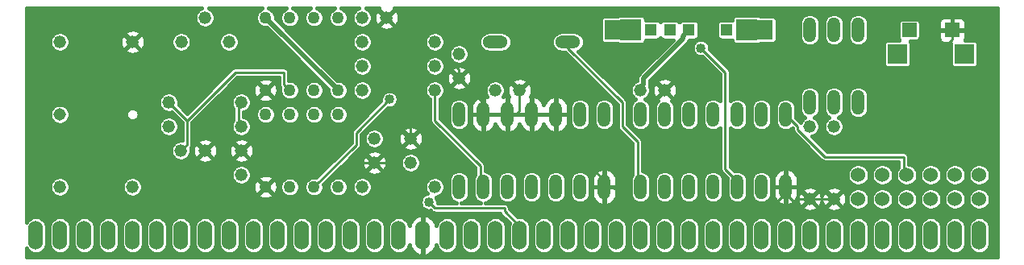
<source format=gbr>
G04 #@! TF.GenerationSoftware,KiCad,Pcbnew,5.1.6*
G04 #@! TF.CreationDate,2020-10-23T21:04:07+02:00*
G04 #@! TF.ProjectId,RC2014 - Single Stepper_ Revision 2,52433230-3134-4202-9d20-53696e676c65,rev?*
G04 #@! TF.SameCoordinates,Original*
G04 #@! TF.FileFunction,Copper,L2,Bot*
G04 #@! TF.FilePolarity,Positive*
%FSLAX46Y46*%
G04 Gerber Fmt 4.6, Leading zero omitted, Abs format (unit mm)*
G04 Created by KiCad (PCBNEW 5.1.6) date 2020-10-23 21:04:07*
%MOMM*%
%LPD*%
G01*
G04 APERTURE LIST*
G04 #@! TA.AperFunction,ComponentPad*
%ADD10C,1.320800*%
G04 #@! TD*
G04 #@! TA.AperFunction,ComponentPad*
%ADD11O,2.641600X1.320800*%
G04 #@! TD*
G04 #@! TA.AperFunction,ComponentPad*
%ADD12C,1.270000*%
G04 #@! TD*
G04 #@! TA.AperFunction,ComponentPad*
%ADD13O,1.320800X2.641600*%
G04 #@! TD*
G04 #@! TA.AperFunction,ComponentPad*
%ADD14C,1.524000*%
G04 #@! TD*
G04 #@! TA.AperFunction,ComponentPad*
%ADD15O,1.524000X3.048000*%
G04 #@! TD*
G04 #@! TA.AperFunction,ComponentPad*
%ADD16R,2.095500X2.095500*%
G04 #@! TD*
G04 #@! TA.AperFunction,ComponentPad*
%ADD17R,2.286000X2.286000*%
G04 #@! TD*
G04 #@! TA.AperFunction,ComponentPad*
%ADD18R,1.308000X1.308000*%
G04 #@! TD*
G04 #@! TA.AperFunction,ComponentPad*
%ADD19R,1.524000X1.524000*%
G04 #@! TD*
G04 #@! TA.AperFunction,ComponentPad*
%ADD20C,1.308000*%
G04 #@! TD*
G04 #@! TA.AperFunction,ViaPad*
%ADD21C,1.016000*%
G04 #@! TD*
G04 #@! TA.AperFunction,Conductor*
%ADD22C,0.250000*%
G04 #@! TD*
G04 #@! TA.AperFunction,Conductor*
%ADD23C,0.508000*%
G04 #@! TD*
G04 #@! TA.AperFunction,Conductor*
%ADD24C,0.254000*%
G04 #@! TD*
G04 #@! TA.AperFunction,Conductor*
%ADD25C,0.406400*%
G04 #@! TD*
G04 APERTURE END LIST*
D10*
X134061100Y-108173600D03*
X134061100Y-105633600D03*
X137871100Y-105633600D03*
X137871100Y-108173600D03*
X142951100Y-99283600D03*
X142951100Y-96743600D03*
X116281100Y-106903600D03*
X113741100Y-106903600D03*
X135331100Y-92933600D03*
X132791100Y-92933600D03*
D11*
X146761100Y-95473600D03*
X154381100Y-95473600D03*
D12*
X130251100Y-103093600D03*
X127711100Y-103093600D03*
X130251100Y-110713600D03*
X127711100Y-110713600D03*
X122631100Y-103093600D03*
X125171100Y-103093600D03*
X125171100Y-110713600D03*
X122631100Y-110713600D03*
D13*
X162001100Y-103093600D03*
X164541100Y-103093600D03*
X167081100Y-103093600D03*
X169621100Y-103093600D03*
X172161100Y-103093600D03*
X174701100Y-103093600D03*
X172161100Y-110713600D03*
X174701100Y-110713600D03*
X169621100Y-110713600D03*
X167081100Y-110713600D03*
X177241100Y-103093600D03*
X177241100Y-110713600D03*
X164541100Y-110713600D03*
X162001100Y-110713600D03*
X142951100Y-103093600D03*
X145491100Y-103093600D03*
X148031100Y-103093600D03*
X150571100Y-103093600D03*
X153111100Y-103093600D03*
X155651100Y-103093600D03*
X153111100Y-110713600D03*
X155651100Y-110713600D03*
X150571100Y-110713600D03*
X148031100Y-110713600D03*
X158191100Y-103093600D03*
X158191100Y-110713600D03*
X145491100Y-110713600D03*
X142951100Y-110713600D03*
D12*
X130251100Y-92933600D03*
X127711100Y-92933600D03*
X130251100Y-100553600D03*
X127711100Y-100553600D03*
X122631100Y-92933600D03*
X125171100Y-92933600D03*
X125171100Y-100553600D03*
X122631100Y-100553600D03*
D10*
X132791100Y-110713600D03*
X140411100Y-110713600D03*
X112471100Y-104363600D03*
X120091100Y-104363600D03*
X132791100Y-95473600D03*
X140411100Y-95473600D03*
X132791100Y-100553600D03*
X140411100Y-100553600D03*
X132791100Y-98013600D03*
X140411100Y-98013600D03*
X112471100Y-101823600D03*
X120091100Y-101823600D03*
D14*
X197561100Y-109443600D03*
X195021100Y-109443600D03*
X192481100Y-109443600D03*
X189941100Y-109443600D03*
X187401100Y-109443600D03*
X184861100Y-109443600D03*
X197561100Y-111983600D03*
X195021100Y-111983600D03*
X192481100Y-111983600D03*
X189941100Y-111983600D03*
X187401100Y-111983600D03*
X184861100Y-111983600D03*
D15*
X149301100Y-115793600D03*
X151841100Y-115793600D03*
X154381100Y-115793600D03*
X156921100Y-115793600D03*
X159461100Y-115793600D03*
X162001100Y-115793600D03*
X164541100Y-115793600D03*
X167081100Y-115793600D03*
X169621100Y-115793600D03*
X172161100Y-115793600D03*
X174701100Y-115793600D03*
X177241100Y-115793600D03*
X179781100Y-115793600D03*
X182321100Y-115793600D03*
X184861100Y-115793600D03*
X187401100Y-115793600D03*
X189941100Y-115793600D03*
X192481100Y-115793600D03*
X195021100Y-115793600D03*
X197561100Y-115793600D03*
X103581100Y-115793600D03*
X98501100Y-115793600D03*
X101041100Y-115793600D03*
X106121100Y-115793600D03*
X108661100Y-115793600D03*
X111201100Y-115793600D03*
X113741100Y-115793600D03*
X116281100Y-115793600D03*
X118821100Y-115793600D03*
X121361100Y-115793600D03*
X123901100Y-115793600D03*
X126441100Y-115793600D03*
X128981100Y-115793600D03*
X131521100Y-115793600D03*
X134061100Y-115793600D03*
X136601100Y-115793600D03*
X139141100Y-115793600D03*
X141681100Y-115793600D03*
X144221100Y-115793600D03*
X146761100Y-115793600D03*
D16*
X174878900Y-94203600D03*
X159283300Y-94203600D03*
D17*
X160985100Y-94203600D03*
X173177100Y-94203600D03*
D18*
X171068900Y-94203600D03*
X163067900Y-94203600D03*
X165074500Y-94203600D03*
X167081100Y-94203600D03*
D16*
X188975900Y-96718200D03*
X195986300Y-96718200D03*
D19*
X190233200Y-94229000D03*
X194729000Y-94229000D03*
D13*
X179781100Y-94203600D03*
X179781100Y-101823600D03*
X182321100Y-94203600D03*
X182321100Y-101823600D03*
X184861100Y-94203600D03*
X184861100Y-101823600D03*
D10*
X179781100Y-104363600D03*
X179781100Y-111983600D03*
X182321100Y-104363600D03*
X182321100Y-111983600D03*
X101041100Y-110713600D03*
X101041100Y-95473600D03*
X108661100Y-95473600D03*
X108661100Y-110713600D03*
D20*
X101041100Y-103093600D03*
D10*
X116281100Y-92933600D03*
X118795700Y-95473600D03*
X113766500Y-95473600D03*
X164541100Y-100553600D03*
X162001100Y-100553600D03*
X149301100Y-100553600D03*
X146761100Y-100553600D03*
X120091100Y-106903600D03*
X120091100Y-109443600D03*
D21*
X135648600Y-101506100D03*
X168351100Y-96108600D03*
X139776100Y-112301100D03*
D22*
X121996101Y-101188599D02*
X122631100Y-100553600D01*
X121076501Y-102108199D02*
X121996101Y-101188599D01*
X121076501Y-105918199D02*
X121076501Y-102108199D01*
X120091100Y-106903600D02*
X121076501Y-105918199D01*
X131370298Y-108173600D02*
X133127154Y-108173600D01*
X129291099Y-110252799D02*
X131370298Y-108173600D01*
X129291099Y-110554403D02*
X129291099Y-110252799D01*
X128171901Y-111673601D02*
X129291099Y-110554403D01*
X127250299Y-111673601D02*
X128171901Y-111673601D01*
X126238000Y-110661302D02*
X127250299Y-111673601D01*
X126238000Y-109982000D02*
X126238000Y-110661302D01*
X126009599Y-109753599D02*
X126238000Y-109982000D01*
X133127154Y-108173600D02*
X134061100Y-108173600D01*
X123591101Y-109753599D02*
X126009599Y-109753599D01*
X122631100Y-110713600D02*
X123591101Y-109753599D01*
X139141100Y-113253600D02*
X139141100Y-115793600D01*
X134061100Y-108173600D02*
X139141100Y-113253600D01*
X135331100Y-108173600D02*
X137871100Y-105633600D01*
X134061100Y-108173600D02*
X135331100Y-108173600D01*
X137871100Y-95473600D02*
X135331100Y-92933600D01*
X142951100Y-98349654D02*
X142951100Y-99283600D01*
X141629645Y-97028199D02*
X142951100Y-98349654D01*
X138836399Y-97028199D02*
X141629645Y-97028199D01*
X137871100Y-96062900D02*
X138836399Y-97028199D01*
X137871100Y-96062900D02*
X137871100Y-95473600D01*
X137871100Y-105633600D02*
X137871100Y-96062900D01*
X145491100Y-101823600D02*
X145491100Y-103093600D01*
X142951100Y-99283600D02*
X145491100Y-101823600D01*
X146761100Y-103093600D02*
X153111100Y-103093600D01*
X145491100Y-103093600D02*
X146761100Y-103093600D01*
X148941500Y-103093600D02*
X148031100Y-103093600D01*
X149301100Y-102734000D02*
X148941500Y-103093600D01*
X149301100Y-100553600D02*
X149301100Y-102734000D01*
X158191100Y-110053200D02*
X158191100Y-110713600D01*
X156620300Y-109142800D02*
X157280700Y-109142800D01*
X153111100Y-105633600D02*
X156620300Y-109142800D01*
X157280700Y-109142800D02*
X158191100Y-110053200D01*
X153111100Y-103093600D02*
X153111100Y-105633600D01*
X159101500Y-110713600D02*
X158191100Y-110713600D01*
X162986510Y-111782170D02*
X162409270Y-112359410D01*
X160747310Y-112359410D02*
X159101500Y-110713600D01*
X162986510Y-102108190D02*
X162986510Y-111782170D01*
X164541100Y-100553600D02*
X162986510Y-102108190D01*
X185016863Y-110896599D02*
X183408101Y-110896599D01*
X185948101Y-109965361D02*
X185016863Y-110896599D01*
X185948101Y-109287837D02*
X185948101Y-109965361D01*
X183408101Y-110896599D02*
X182981499Y-111323201D01*
X186879339Y-108356599D02*
X185948101Y-109287837D01*
X188288859Y-108356599D02*
X186879339Y-108356599D01*
X182981499Y-111323201D02*
X182321100Y-111983600D01*
X188854099Y-108921839D02*
X188288859Y-108356599D01*
X189419339Y-110530601D02*
X188854099Y-109965361D01*
X190462861Y-110530601D02*
X189419339Y-110530601D01*
X191028101Y-109965361D02*
X190462861Y-110530601D01*
X191028101Y-98941899D02*
X191028101Y-109965361D01*
X194729000Y-95241000D02*
X191028101Y-98941899D01*
X188854099Y-109965361D02*
X188854099Y-108921839D01*
X194729000Y-94229000D02*
X194729000Y-95241000D01*
X181387154Y-111983600D02*
X179781100Y-111983600D01*
X182321100Y-111983600D02*
X181387154Y-111983600D01*
X177241100Y-111374000D02*
X177241100Y-110713600D01*
X178151500Y-112284400D02*
X177241100Y-111374000D01*
X178210300Y-112284400D02*
X178151500Y-112284400D01*
X178511100Y-111983600D02*
X178210300Y-112284400D01*
X179781100Y-111983600D02*
X178511100Y-111983600D01*
X161592930Y-112359410D02*
X161452590Y-112359410D01*
X162263520Y-113030000D02*
X161592930Y-112359410D01*
X175585100Y-113030000D02*
X162263520Y-113030000D01*
X177241100Y-111374000D02*
X175585100Y-113030000D01*
X162409270Y-112359410D02*
X161452590Y-112359410D01*
X161452590Y-112359410D02*
X160747310Y-112359410D01*
D23*
X129933600Y-100236100D02*
X122631100Y-92933600D01*
X130251100Y-100236100D02*
X129933600Y-100236100D01*
X130251100Y-100553600D02*
X130251100Y-100236100D01*
X166446100Y-94838600D02*
X167081100Y-94203600D01*
X166446100Y-95156100D02*
X166446100Y-94838600D01*
X162318600Y-99283600D02*
X166446100Y-95156100D01*
X162318600Y-99918600D02*
X162318600Y-99283600D01*
X162001100Y-100236100D02*
X162318600Y-99918600D01*
X162001100Y-100553600D02*
X162001100Y-100236100D01*
D24*
X132156100Y-106268600D02*
X127711100Y-110713600D01*
X132156100Y-104998600D02*
X132156100Y-106268600D01*
X135648600Y-101506100D02*
X132156100Y-104998600D01*
X145173600Y-110396100D02*
X145491100Y-110713600D01*
X145173600Y-108491100D02*
X145173600Y-110396100D01*
X140411100Y-103728600D02*
X145173600Y-108491100D01*
X140411100Y-100553600D02*
X140411100Y-103728600D01*
X178511100Y-104363600D02*
X177241100Y-103093600D01*
X178511100Y-104681100D02*
X178511100Y-104363600D01*
X181368600Y-107538600D02*
X178511100Y-104681100D01*
X189623600Y-107538600D02*
X181368600Y-107538600D01*
X189623600Y-109126100D02*
X189623600Y-107538600D01*
X189941100Y-109443600D02*
X189623600Y-109126100D01*
X119773600Y-104046100D02*
X120091100Y-104363600D01*
X119773600Y-102141100D02*
X119773600Y-104046100D01*
X120091100Y-101823600D02*
X119773600Y-102141100D01*
X114376100Y-106268600D02*
X113741100Y-106903600D01*
X114376100Y-103728600D02*
X114376100Y-106268600D01*
X112471100Y-101823600D02*
X114376100Y-103728600D01*
X119456100Y-98648600D02*
X114376100Y-103728600D01*
X124536100Y-98648600D02*
X119456100Y-98648600D01*
X124536100Y-99918600D02*
X124536100Y-98648600D01*
X125171100Y-100553600D02*
X124536100Y-99918600D01*
X170891100Y-98648600D02*
X168351100Y-96108600D01*
X170891100Y-108808600D02*
X170891100Y-98648600D01*
X172161100Y-110078600D02*
X170891100Y-108808600D01*
X172161100Y-110713600D02*
X172161100Y-110078600D01*
X161683600Y-110396100D02*
X162001100Y-110713600D01*
X161683600Y-105951100D02*
X161683600Y-110396100D01*
X160096100Y-104363600D02*
X161683600Y-105951100D01*
X160096100Y-101823600D02*
X160096100Y-104363600D01*
X154381100Y-96108600D02*
X160096100Y-101823600D01*
X154381100Y-95473600D02*
X154381100Y-96108600D01*
X140411100Y-112936100D02*
X139776100Y-112301100D01*
X147713600Y-112936100D02*
X140411100Y-112936100D01*
X147713600Y-113253600D02*
X147713600Y-112936100D01*
X149301100Y-114841100D02*
X147713600Y-113253600D01*
X149301100Y-115793600D02*
X149301100Y-114841100D01*
D25*
G36*
X115777297Y-91991050D02*
G01*
X115603095Y-92107448D01*
X115454948Y-92255595D01*
X115338550Y-92429797D01*
X115258374Y-92623359D01*
X115217500Y-92828845D01*
X115217500Y-93038355D01*
X115258374Y-93243841D01*
X115338550Y-93437403D01*
X115454948Y-93611605D01*
X115603095Y-93759752D01*
X115777297Y-93876150D01*
X115970859Y-93956326D01*
X116176345Y-93997200D01*
X116385855Y-93997200D01*
X116591341Y-93956326D01*
X116784903Y-93876150D01*
X116959105Y-93759752D01*
X117107252Y-93611605D01*
X117223650Y-93437403D01*
X117303826Y-93243841D01*
X117344700Y-93038355D01*
X117344700Y-92828845D01*
X117303826Y-92623359D01*
X117223650Y-92429797D01*
X117107252Y-92255595D01*
X116959105Y-92107448D01*
X116784903Y-91991050D01*
X116690148Y-91951801D01*
X122288426Y-91951801D01*
X122139328Y-92013559D01*
X121969286Y-92127178D01*
X121824678Y-92271786D01*
X121711059Y-92441828D01*
X121632798Y-92630768D01*
X121592900Y-92831346D01*
X121592900Y-93035854D01*
X121632798Y-93236432D01*
X121711059Y-93425372D01*
X121824678Y-93595414D01*
X121969286Y-93740022D01*
X122139328Y-93853641D01*
X122328268Y-93931902D01*
X122528846Y-93971800D01*
X122733354Y-93971800D01*
X122738797Y-93970717D01*
X129213983Y-100445904D01*
X129212900Y-100451346D01*
X129212900Y-100655854D01*
X129252798Y-100856432D01*
X129331059Y-101045372D01*
X129444678Y-101215414D01*
X129589286Y-101360022D01*
X129759328Y-101473641D01*
X129948268Y-101551902D01*
X130148846Y-101591800D01*
X130353354Y-101591800D01*
X130553932Y-101551902D01*
X130742872Y-101473641D01*
X130912914Y-101360022D01*
X131057522Y-101215414D01*
X131171141Y-101045372D01*
X131249402Y-100856432D01*
X131289300Y-100655854D01*
X131289300Y-100451346D01*
X131288803Y-100448845D01*
X131727500Y-100448845D01*
X131727500Y-100658355D01*
X131768374Y-100863841D01*
X131848550Y-101057403D01*
X131964948Y-101231605D01*
X132113095Y-101379752D01*
X132287297Y-101496150D01*
X132480859Y-101576326D01*
X132686345Y-101617200D01*
X132895855Y-101617200D01*
X133101341Y-101576326D01*
X133294903Y-101496150D01*
X133469105Y-101379752D01*
X133617252Y-101231605D01*
X133733650Y-101057403D01*
X133813826Y-100863841D01*
X133854700Y-100658355D01*
X133854700Y-100448845D01*
X133813826Y-100243359D01*
X133733650Y-100049797D01*
X133617252Y-99875595D01*
X133469105Y-99727448D01*
X133294903Y-99611050D01*
X133101341Y-99530874D01*
X132895855Y-99490000D01*
X132686345Y-99490000D01*
X132480859Y-99530874D01*
X132287297Y-99611050D01*
X132113095Y-99727448D01*
X131964948Y-99875595D01*
X131848550Y-100049797D01*
X131768374Y-100243359D01*
X131727500Y-100448845D01*
X131288803Y-100448845D01*
X131249402Y-100250768D01*
X131171141Y-100061828D01*
X131057522Y-99891786D01*
X130912914Y-99747178D01*
X130742872Y-99633559D01*
X130553932Y-99555298D01*
X130353354Y-99515400D01*
X130148846Y-99515400D01*
X130143404Y-99516483D01*
X129883437Y-99256516D01*
X141624991Y-99256516D01*
X141645188Y-99515748D01*
X141715570Y-99766058D01*
X141833434Y-99997828D01*
X141863527Y-100042867D01*
X142112317Y-100087027D01*
X142915745Y-99283600D01*
X142986455Y-99283600D01*
X143789883Y-100087027D01*
X144038673Y-100042867D01*
X144165901Y-99816102D01*
X144246445Y-99568874D01*
X144277209Y-99310684D01*
X144257012Y-99051452D01*
X144186630Y-98801142D01*
X144068766Y-98569372D01*
X144038673Y-98524333D01*
X143789883Y-98480173D01*
X142986455Y-99283600D01*
X142915745Y-99283600D01*
X142112317Y-98480173D01*
X141863527Y-98524333D01*
X141736299Y-98751098D01*
X141655755Y-98998326D01*
X141624991Y-99256516D01*
X129883437Y-99256516D01*
X128535766Y-97908845D01*
X131727500Y-97908845D01*
X131727500Y-98118355D01*
X131768374Y-98323841D01*
X131848550Y-98517403D01*
X131964948Y-98691605D01*
X132113095Y-98839752D01*
X132287297Y-98956150D01*
X132480859Y-99036326D01*
X132686345Y-99077200D01*
X132895855Y-99077200D01*
X133101341Y-99036326D01*
X133294903Y-98956150D01*
X133469105Y-98839752D01*
X133617252Y-98691605D01*
X133733650Y-98517403D01*
X133813826Y-98323841D01*
X133854700Y-98118355D01*
X133854700Y-97908845D01*
X139347500Y-97908845D01*
X139347500Y-98118355D01*
X139388374Y-98323841D01*
X139468550Y-98517403D01*
X139584948Y-98691605D01*
X139733095Y-98839752D01*
X139907297Y-98956150D01*
X140100859Y-99036326D01*
X140306345Y-99077200D01*
X140515855Y-99077200D01*
X140721341Y-99036326D01*
X140914903Y-98956150D01*
X141089105Y-98839752D01*
X141237252Y-98691605D01*
X141353650Y-98517403D01*
X141383716Y-98444817D01*
X142147673Y-98444817D01*
X142951100Y-99248245D01*
X143754527Y-98444817D01*
X143710367Y-98196027D01*
X143483602Y-98068799D01*
X143236374Y-97988255D01*
X142978184Y-97957491D01*
X142718952Y-97977688D01*
X142468642Y-98048070D01*
X142236872Y-98165934D01*
X142191833Y-98196027D01*
X142147673Y-98444817D01*
X141383716Y-98444817D01*
X141433826Y-98323841D01*
X141474700Y-98118355D01*
X141474700Y-97908845D01*
X141433826Y-97703359D01*
X141353650Y-97509797D01*
X141237252Y-97335595D01*
X141089105Y-97187448D01*
X140914903Y-97071050D01*
X140721341Y-96990874D01*
X140515855Y-96950000D01*
X140306345Y-96950000D01*
X140100859Y-96990874D01*
X139907297Y-97071050D01*
X139733095Y-97187448D01*
X139584948Y-97335595D01*
X139468550Y-97509797D01*
X139388374Y-97703359D01*
X139347500Y-97908845D01*
X133854700Y-97908845D01*
X133813826Y-97703359D01*
X133733650Y-97509797D01*
X133617252Y-97335595D01*
X133469105Y-97187448D01*
X133294903Y-97071050D01*
X133101341Y-96990874D01*
X132895855Y-96950000D01*
X132686345Y-96950000D01*
X132480859Y-96990874D01*
X132287297Y-97071050D01*
X132113095Y-97187448D01*
X131964948Y-97335595D01*
X131848550Y-97509797D01*
X131768374Y-97703359D01*
X131727500Y-97908845D01*
X128535766Y-97908845D01*
X127265766Y-96638845D01*
X141887500Y-96638845D01*
X141887500Y-96848355D01*
X141928374Y-97053841D01*
X142008550Y-97247403D01*
X142124948Y-97421605D01*
X142273095Y-97569752D01*
X142447297Y-97686150D01*
X142640859Y-97766326D01*
X142846345Y-97807200D01*
X143055855Y-97807200D01*
X143261341Y-97766326D01*
X143454903Y-97686150D01*
X143629105Y-97569752D01*
X143777252Y-97421605D01*
X143893650Y-97247403D01*
X143973826Y-97053841D01*
X144014700Y-96848355D01*
X144014700Y-96638845D01*
X143973826Y-96433359D01*
X143893650Y-96239797D01*
X143777252Y-96065595D01*
X143629105Y-95917448D01*
X143454903Y-95801050D01*
X143261341Y-95720874D01*
X143055855Y-95680000D01*
X142846345Y-95680000D01*
X142640859Y-95720874D01*
X142447297Y-95801050D01*
X142273095Y-95917448D01*
X142124948Y-96065595D01*
X142008550Y-96239797D01*
X141928374Y-96433359D01*
X141887500Y-96638845D01*
X127265766Y-96638845D01*
X125995766Y-95368845D01*
X131727500Y-95368845D01*
X131727500Y-95578355D01*
X131768374Y-95783841D01*
X131848550Y-95977403D01*
X131964948Y-96151605D01*
X132113095Y-96299752D01*
X132287297Y-96416150D01*
X132480859Y-96496326D01*
X132686345Y-96537200D01*
X132895855Y-96537200D01*
X133101341Y-96496326D01*
X133294903Y-96416150D01*
X133469105Y-96299752D01*
X133617252Y-96151605D01*
X133733650Y-95977403D01*
X133813826Y-95783841D01*
X133854700Y-95578355D01*
X133854700Y-95368845D01*
X139347500Y-95368845D01*
X139347500Y-95578355D01*
X139388374Y-95783841D01*
X139468550Y-95977403D01*
X139584948Y-96151605D01*
X139733095Y-96299752D01*
X139907297Y-96416150D01*
X140100859Y-96496326D01*
X140306345Y-96537200D01*
X140515855Y-96537200D01*
X140721341Y-96496326D01*
X140914903Y-96416150D01*
X141089105Y-96299752D01*
X141237252Y-96151605D01*
X141353650Y-95977403D01*
X141433826Y-95783841D01*
X141474700Y-95578355D01*
X141474700Y-95473600D01*
X145031954Y-95473600D01*
X145052490Y-95682102D01*
X145113307Y-95882591D01*
X145212070Y-96067363D01*
X145344982Y-96229318D01*
X145506937Y-96362230D01*
X145691709Y-96460993D01*
X145892198Y-96521810D01*
X146048453Y-96537200D01*
X147473747Y-96537200D01*
X147630002Y-96521810D01*
X147830491Y-96460993D01*
X148015263Y-96362230D01*
X148177218Y-96229318D01*
X148310130Y-96067363D01*
X148408893Y-95882591D01*
X148469710Y-95682102D01*
X148490246Y-95473600D01*
X152651954Y-95473600D01*
X152672490Y-95682102D01*
X152733307Y-95882591D01*
X152832070Y-96067363D01*
X152964982Y-96229318D01*
X153126937Y-96362230D01*
X153311709Y-96460993D01*
X153512198Y-96521810D01*
X153668453Y-96537200D01*
X154059885Y-96537200D01*
X159565900Y-102043216D01*
X159565901Y-104337550D01*
X159563335Y-104363600D01*
X159573405Y-104465835D01*
X159573573Y-104467537D01*
X159603890Y-104567480D01*
X159653123Y-104659588D01*
X159719379Y-104740322D01*
X159739608Y-104756923D01*
X161153400Y-106170716D01*
X161153401Y-109409562D01*
X161112470Y-109459437D01*
X161013707Y-109644210D01*
X160952890Y-109844699D01*
X160937500Y-110000954D01*
X160937500Y-111426247D01*
X160952891Y-111582502D01*
X161013708Y-111782991D01*
X161112471Y-111967763D01*
X161245383Y-112129718D01*
X161407338Y-112262630D01*
X161592110Y-112361393D01*
X161792599Y-112422210D01*
X162001100Y-112442746D01*
X162209602Y-112422210D01*
X162410091Y-112361393D01*
X162594863Y-112262630D01*
X162756818Y-112129718D01*
X162889730Y-111967763D01*
X162988493Y-111782991D01*
X163049310Y-111582502D01*
X163064700Y-111426247D01*
X163064700Y-110000954D01*
X163477500Y-110000954D01*
X163477500Y-111426247D01*
X163492891Y-111582502D01*
X163553708Y-111782991D01*
X163652471Y-111967763D01*
X163785383Y-112129718D01*
X163947338Y-112262630D01*
X164132110Y-112361393D01*
X164332599Y-112422210D01*
X164541100Y-112442746D01*
X164749602Y-112422210D01*
X164950091Y-112361393D01*
X165134863Y-112262630D01*
X165296818Y-112129718D01*
X165429730Y-111967763D01*
X165528493Y-111782991D01*
X165589310Y-111582502D01*
X165604700Y-111426247D01*
X165604700Y-110000954D01*
X166017500Y-110000954D01*
X166017500Y-111426247D01*
X166032891Y-111582502D01*
X166093708Y-111782991D01*
X166192471Y-111967763D01*
X166325383Y-112129718D01*
X166487338Y-112262630D01*
X166672110Y-112361393D01*
X166872599Y-112422210D01*
X167081100Y-112442746D01*
X167289602Y-112422210D01*
X167490091Y-112361393D01*
X167674863Y-112262630D01*
X167836818Y-112129718D01*
X167969730Y-111967763D01*
X168068493Y-111782991D01*
X168129310Y-111582502D01*
X168144700Y-111426247D01*
X168144700Y-110000954D01*
X168557500Y-110000954D01*
X168557500Y-111426247D01*
X168572891Y-111582502D01*
X168633708Y-111782991D01*
X168732471Y-111967763D01*
X168865383Y-112129718D01*
X169027338Y-112262630D01*
X169212110Y-112361393D01*
X169412599Y-112422210D01*
X169621100Y-112442746D01*
X169829602Y-112422210D01*
X170030091Y-112361393D01*
X170214863Y-112262630D01*
X170376818Y-112129718D01*
X170509730Y-111967763D01*
X170608493Y-111782991D01*
X170669310Y-111582502D01*
X170684700Y-111426247D01*
X170684700Y-110000953D01*
X170669310Y-109844698D01*
X170608493Y-109644209D01*
X170509730Y-109459437D01*
X170376818Y-109297482D01*
X170214863Y-109164570D01*
X170030090Y-109065807D01*
X169829601Y-109004990D01*
X169621100Y-108984454D01*
X169412598Y-109004990D01*
X169212109Y-109065807D01*
X169027337Y-109164570D01*
X168865382Y-109297482D01*
X168732470Y-109459437D01*
X168633707Y-109644210D01*
X168572890Y-109844699D01*
X168557500Y-110000954D01*
X168144700Y-110000954D01*
X168144700Y-110000953D01*
X168129310Y-109844698D01*
X168068493Y-109644209D01*
X167969730Y-109459437D01*
X167836818Y-109297482D01*
X167674863Y-109164570D01*
X167490090Y-109065807D01*
X167289601Y-109004990D01*
X167081100Y-108984454D01*
X166872598Y-109004990D01*
X166672109Y-109065807D01*
X166487337Y-109164570D01*
X166325382Y-109297482D01*
X166192470Y-109459437D01*
X166093707Y-109644210D01*
X166032890Y-109844699D01*
X166017500Y-110000954D01*
X165604700Y-110000954D01*
X165604700Y-110000953D01*
X165589310Y-109844698D01*
X165528493Y-109644209D01*
X165429730Y-109459437D01*
X165296818Y-109297482D01*
X165134863Y-109164570D01*
X164950090Y-109065807D01*
X164749601Y-109004990D01*
X164541100Y-108984454D01*
X164332598Y-109004990D01*
X164132109Y-109065807D01*
X163947337Y-109164570D01*
X163785382Y-109297482D01*
X163652470Y-109459437D01*
X163553707Y-109644210D01*
X163492890Y-109844699D01*
X163477500Y-110000954D01*
X163064700Y-110000954D01*
X163064700Y-110000953D01*
X163049310Y-109844698D01*
X162988493Y-109644209D01*
X162889730Y-109459437D01*
X162756818Y-109297482D01*
X162594863Y-109164570D01*
X162410090Y-109065807D01*
X162213800Y-109006264D01*
X162213800Y-105977139D01*
X162216365Y-105951099D01*
X162209448Y-105880874D01*
X162206128Y-105847163D01*
X162175811Y-105747220D01*
X162126578Y-105655112D01*
X162060322Y-105574378D01*
X162040091Y-105557775D01*
X160626300Y-104143985D01*
X160626300Y-101849643D01*
X160628865Y-101823600D01*
X160618628Y-101719662D01*
X160588311Y-101619719D01*
X160539077Y-101527611D01*
X160501762Y-101482142D01*
X160472822Y-101446878D01*
X160452591Y-101430275D01*
X155471877Y-96449562D01*
X155635263Y-96362230D01*
X155797218Y-96229318D01*
X155930130Y-96067363D01*
X156028893Y-95882591D01*
X156089710Y-95682102D01*
X156110246Y-95473600D01*
X156089710Y-95265098D01*
X156028893Y-95064609D01*
X155930130Y-94879837D01*
X155797218Y-94717882D01*
X155635263Y-94584970D01*
X155450491Y-94486207D01*
X155250002Y-94425390D01*
X155093747Y-94410000D01*
X153668453Y-94410000D01*
X153512198Y-94425390D01*
X153311709Y-94486207D01*
X153126937Y-94584970D01*
X152964982Y-94717882D01*
X152832070Y-94879837D01*
X152733307Y-95064609D01*
X152672490Y-95265098D01*
X152651954Y-95473600D01*
X148490246Y-95473600D01*
X148469710Y-95265098D01*
X148408893Y-95064609D01*
X148310130Y-94879837D01*
X148177218Y-94717882D01*
X148015263Y-94584970D01*
X147830491Y-94486207D01*
X147630002Y-94425390D01*
X147473747Y-94410000D01*
X146048453Y-94410000D01*
X145892198Y-94425390D01*
X145691709Y-94486207D01*
X145506937Y-94584970D01*
X145344982Y-94717882D01*
X145212070Y-94879837D01*
X145113307Y-95064609D01*
X145052490Y-95265098D01*
X145031954Y-95473600D01*
X141474700Y-95473600D01*
X141474700Y-95368845D01*
X141433826Y-95163359D01*
X141353650Y-94969797D01*
X141237252Y-94795595D01*
X141089105Y-94647448D01*
X140914903Y-94531050D01*
X140721341Y-94450874D01*
X140515855Y-94410000D01*
X140306345Y-94410000D01*
X140100859Y-94450874D01*
X139907297Y-94531050D01*
X139733095Y-94647448D01*
X139584948Y-94795595D01*
X139468550Y-94969797D01*
X139388374Y-95163359D01*
X139347500Y-95368845D01*
X133854700Y-95368845D01*
X133813826Y-95163359D01*
X133733650Y-94969797D01*
X133617252Y-94795595D01*
X133469105Y-94647448D01*
X133294903Y-94531050D01*
X133101341Y-94450874D01*
X132895855Y-94410000D01*
X132686345Y-94410000D01*
X132480859Y-94450874D01*
X132287297Y-94531050D01*
X132113095Y-94647448D01*
X131964948Y-94795595D01*
X131848550Y-94969797D01*
X131768374Y-95163359D01*
X131727500Y-95368845D01*
X125995766Y-95368845D01*
X123668217Y-93041297D01*
X123669300Y-93035854D01*
X123669300Y-92831346D01*
X123629402Y-92630768D01*
X123551141Y-92441828D01*
X123437522Y-92271786D01*
X123292914Y-92127178D01*
X123122872Y-92013559D01*
X122973774Y-91951801D01*
X124828426Y-91951801D01*
X124679328Y-92013559D01*
X124509286Y-92127178D01*
X124364678Y-92271786D01*
X124251059Y-92441828D01*
X124172798Y-92630768D01*
X124132900Y-92831346D01*
X124132900Y-93035854D01*
X124172798Y-93236432D01*
X124251059Y-93425372D01*
X124364678Y-93595414D01*
X124509286Y-93740022D01*
X124679328Y-93853641D01*
X124868268Y-93931902D01*
X125068846Y-93971800D01*
X125273354Y-93971800D01*
X125473932Y-93931902D01*
X125662872Y-93853641D01*
X125832914Y-93740022D01*
X125977522Y-93595414D01*
X126091141Y-93425372D01*
X126169402Y-93236432D01*
X126209300Y-93035854D01*
X126209300Y-92831346D01*
X126169402Y-92630768D01*
X126091141Y-92441828D01*
X125977522Y-92271786D01*
X125832914Y-92127178D01*
X125662872Y-92013559D01*
X125513774Y-91951801D01*
X127368426Y-91951801D01*
X127219328Y-92013559D01*
X127049286Y-92127178D01*
X126904678Y-92271786D01*
X126791059Y-92441828D01*
X126712798Y-92630768D01*
X126672900Y-92831346D01*
X126672900Y-93035854D01*
X126712798Y-93236432D01*
X126791059Y-93425372D01*
X126904678Y-93595414D01*
X127049286Y-93740022D01*
X127219328Y-93853641D01*
X127408268Y-93931902D01*
X127608846Y-93971800D01*
X127813354Y-93971800D01*
X128013932Y-93931902D01*
X128202872Y-93853641D01*
X128372914Y-93740022D01*
X128517522Y-93595414D01*
X128631141Y-93425372D01*
X128709402Y-93236432D01*
X128749300Y-93035854D01*
X128749300Y-92831346D01*
X128709402Y-92630768D01*
X128631141Y-92441828D01*
X128517522Y-92271786D01*
X128372914Y-92127178D01*
X128202872Y-92013559D01*
X128053774Y-91951801D01*
X129908426Y-91951801D01*
X129759328Y-92013559D01*
X129589286Y-92127178D01*
X129444678Y-92271786D01*
X129331059Y-92441828D01*
X129252798Y-92630768D01*
X129212900Y-92831346D01*
X129212900Y-93035854D01*
X129252798Y-93236432D01*
X129331059Y-93425372D01*
X129444678Y-93595414D01*
X129589286Y-93740022D01*
X129759328Y-93853641D01*
X129948268Y-93931902D01*
X130148846Y-93971800D01*
X130353354Y-93971800D01*
X130553932Y-93931902D01*
X130742872Y-93853641D01*
X130912914Y-93740022D01*
X131057522Y-93595414D01*
X131171141Y-93425372D01*
X131249402Y-93236432D01*
X131289300Y-93035854D01*
X131289300Y-92831346D01*
X131249402Y-92630768D01*
X131171141Y-92441828D01*
X131057522Y-92271786D01*
X130912914Y-92127178D01*
X130742872Y-92013559D01*
X130593774Y-91951801D01*
X132382052Y-91951801D01*
X132287297Y-91991050D01*
X132113095Y-92107448D01*
X131964948Y-92255595D01*
X131848550Y-92429797D01*
X131768374Y-92623359D01*
X131727500Y-92828845D01*
X131727500Y-93038355D01*
X131768374Y-93243841D01*
X131848550Y-93437403D01*
X131964948Y-93611605D01*
X132113095Y-93759752D01*
X132287297Y-93876150D01*
X132480859Y-93956326D01*
X132686345Y-93997200D01*
X132895855Y-93997200D01*
X133101341Y-93956326D01*
X133294903Y-93876150D01*
X133450201Y-93772383D01*
X134527673Y-93772383D01*
X134571833Y-94021173D01*
X134798598Y-94148401D01*
X135045826Y-94228945D01*
X135304016Y-94259709D01*
X135563248Y-94239512D01*
X135813558Y-94169130D01*
X136045328Y-94051266D01*
X136090367Y-94021173D01*
X136134527Y-93772383D01*
X135331100Y-92968955D01*
X134527673Y-93772383D01*
X133450201Y-93772383D01*
X133469105Y-93759752D01*
X133617252Y-93611605D01*
X133733650Y-93437403D01*
X133813826Y-93243841D01*
X133854700Y-93038355D01*
X133854700Y-92906516D01*
X134004991Y-92906516D01*
X134025188Y-93165748D01*
X134095570Y-93416058D01*
X134213434Y-93647828D01*
X134243527Y-93692867D01*
X134492317Y-93737027D01*
X135295745Y-92933600D01*
X135366455Y-92933600D01*
X136169883Y-93737027D01*
X136418673Y-93692867D01*
X136545901Y-93466102D01*
X136626445Y-93218874D01*
X136633954Y-93155850D01*
X157830400Y-93155850D01*
X157830400Y-95251350D01*
X157838185Y-95330391D01*
X157861240Y-95406394D01*
X157898680Y-95476439D01*
X157949066Y-95537834D01*
X158010461Y-95588220D01*
X158080506Y-95625660D01*
X158156509Y-95648715D01*
X158235550Y-95656500D01*
X159584148Y-95656500D01*
X159617011Y-95683470D01*
X159687056Y-95720910D01*
X159763059Y-95743965D01*
X159842100Y-95751750D01*
X162128100Y-95751750D01*
X162207141Y-95743965D01*
X162283144Y-95720910D01*
X162353189Y-95683470D01*
X162414584Y-95633084D01*
X162464970Y-95571689D01*
X162502410Y-95501644D01*
X162525465Y-95425641D01*
X162533250Y-95346600D01*
X162533250Y-95262750D01*
X163721900Y-95262750D01*
X163800941Y-95254965D01*
X163876944Y-95231910D01*
X163946989Y-95194470D01*
X164008384Y-95144084D01*
X164058770Y-95082689D01*
X164071200Y-95059434D01*
X164083630Y-95082689D01*
X164134016Y-95144084D01*
X164195411Y-95194470D01*
X164265456Y-95231910D01*
X164341459Y-95254965D01*
X164420500Y-95262750D01*
X165410029Y-95262750D01*
X161876711Y-98796069D01*
X161851643Y-98816642D01*
X161831070Y-98841710D01*
X161831067Y-98841713D01*
X161822231Y-98852480D01*
X161769516Y-98916713D01*
X161708489Y-99030884D01*
X161670910Y-99154766D01*
X161661400Y-99251323D01*
X161661400Y-99251331D01*
X161658222Y-99283600D01*
X161661400Y-99315869D01*
X161661400Y-99543076D01*
X161497297Y-99611050D01*
X161323095Y-99727448D01*
X161174948Y-99875595D01*
X161058550Y-100049797D01*
X160978374Y-100243359D01*
X160937500Y-100448845D01*
X160937500Y-100658355D01*
X160978374Y-100863841D01*
X161058550Y-101057403D01*
X161174948Y-101231605D01*
X161323095Y-101379752D01*
X161497297Y-101496150D01*
X161497650Y-101496296D01*
X161407337Y-101544570D01*
X161245382Y-101677482D01*
X161112470Y-101839437D01*
X161013707Y-102024210D01*
X160952890Y-102224699D01*
X160937500Y-102380954D01*
X160937500Y-103806247D01*
X160952891Y-103962502D01*
X161013708Y-104162991D01*
X161112471Y-104347763D01*
X161245383Y-104509718D01*
X161407338Y-104642630D01*
X161592110Y-104741393D01*
X161792599Y-104802210D01*
X162001100Y-104822746D01*
X162209602Y-104802210D01*
X162410091Y-104741393D01*
X162594863Y-104642630D01*
X162756818Y-104509718D01*
X162889730Y-104347763D01*
X162988493Y-104162991D01*
X163049310Y-103962502D01*
X163064700Y-103806247D01*
X163064700Y-102380954D01*
X163477500Y-102380954D01*
X163477500Y-103806247D01*
X163492891Y-103962502D01*
X163553708Y-104162991D01*
X163652471Y-104347763D01*
X163785383Y-104509718D01*
X163947338Y-104642630D01*
X164132110Y-104741393D01*
X164332599Y-104802210D01*
X164541100Y-104822746D01*
X164749602Y-104802210D01*
X164950091Y-104741393D01*
X165134863Y-104642630D01*
X165296818Y-104509718D01*
X165429730Y-104347763D01*
X165528493Y-104162991D01*
X165589310Y-103962502D01*
X165604700Y-103806247D01*
X165604700Y-102380954D01*
X166017500Y-102380954D01*
X166017500Y-103806247D01*
X166032891Y-103962502D01*
X166093708Y-104162991D01*
X166192471Y-104347763D01*
X166325383Y-104509718D01*
X166487338Y-104642630D01*
X166672110Y-104741393D01*
X166872599Y-104802210D01*
X167081100Y-104822746D01*
X167289602Y-104802210D01*
X167490091Y-104741393D01*
X167674863Y-104642630D01*
X167836818Y-104509718D01*
X167969730Y-104347763D01*
X168068493Y-104162991D01*
X168129310Y-103962502D01*
X168144700Y-103806247D01*
X168144700Y-102380953D01*
X168129310Y-102224698D01*
X168068493Y-102024209D01*
X167969730Y-101839437D01*
X167836818Y-101677482D01*
X167674863Y-101544570D01*
X167490090Y-101445807D01*
X167289601Y-101384990D01*
X167081100Y-101364454D01*
X166872598Y-101384990D01*
X166672109Y-101445807D01*
X166487337Y-101544570D01*
X166325382Y-101677482D01*
X166192470Y-101839437D01*
X166093707Y-102024210D01*
X166032890Y-102224699D01*
X166017500Y-102380954D01*
X165604700Y-102380954D01*
X165604700Y-102380953D01*
X165589310Y-102224698D01*
X165528493Y-102024209D01*
X165429730Y-101839437D01*
X165296818Y-101677482D01*
X165274023Y-101658775D01*
X165300367Y-101641173D01*
X165344527Y-101392383D01*
X164541100Y-100588955D01*
X163737673Y-101392383D01*
X163781833Y-101641173D01*
X163810219Y-101657099D01*
X163785382Y-101677482D01*
X163652470Y-101839437D01*
X163553707Y-102024210D01*
X163492890Y-102224699D01*
X163477500Y-102380954D01*
X163064700Y-102380954D01*
X163064700Y-102380953D01*
X163049310Y-102224698D01*
X162988493Y-102024209D01*
X162889730Y-101839437D01*
X162756818Y-101677482D01*
X162594863Y-101544570D01*
X162504549Y-101496296D01*
X162504903Y-101496150D01*
X162679105Y-101379752D01*
X162827252Y-101231605D01*
X162943650Y-101057403D01*
X163023826Y-100863841D01*
X163064700Y-100658355D01*
X163064700Y-100526516D01*
X163214991Y-100526516D01*
X163235188Y-100785748D01*
X163305570Y-101036058D01*
X163423434Y-101267828D01*
X163453527Y-101312867D01*
X163702317Y-101357027D01*
X164505745Y-100553600D01*
X164576455Y-100553600D01*
X165379883Y-101357027D01*
X165628673Y-101312867D01*
X165755901Y-101086102D01*
X165836445Y-100838874D01*
X165867209Y-100580684D01*
X165847012Y-100321452D01*
X165776630Y-100071142D01*
X165658766Y-99839372D01*
X165628673Y-99794333D01*
X165379883Y-99750173D01*
X164576455Y-100553600D01*
X164505745Y-100553600D01*
X163702317Y-99750173D01*
X163453527Y-99794333D01*
X163326299Y-100021098D01*
X163245755Y-100268326D01*
X163214991Y-100526516D01*
X163064700Y-100526516D01*
X163064700Y-100448845D01*
X163023826Y-100243359D01*
X162956305Y-100080349D01*
X162966290Y-100047434D01*
X162975800Y-99950877D01*
X162975800Y-99950869D01*
X162978978Y-99918600D01*
X162975800Y-99886331D01*
X162975800Y-99714817D01*
X163737673Y-99714817D01*
X164541100Y-100518245D01*
X165344527Y-99714817D01*
X165300367Y-99466027D01*
X165073602Y-99338799D01*
X164826374Y-99258255D01*
X164568184Y-99227491D01*
X164308952Y-99247688D01*
X164058642Y-99318070D01*
X163826872Y-99435934D01*
X163781833Y-99466027D01*
X163737673Y-99714817D01*
X162975800Y-99714817D01*
X162975800Y-99555820D01*
X166512765Y-96018855D01*
X167439900Y-96018855D01*
X167439900Y-96198345D01*
X167474917Y-96374387D01*
X167543605Y-96540215D01*
X167643325Y-96689456D01*
X167770244Y-96816375D01*
X167919485Y-96916095D01*
X168085313Y-96984783D01*
X168261355Y-97019800D01*
X168440845Y-97019800D01*
X168500599Y-97007914D01*
X170360901Y-98868217D01*
X170360901Y-101664419D01*
X170214863Y-101544570D01*
X170030090Y-101445807D01*
X169829601Y-101384990D01*
X169621100Y-101364454D01*
X169412598Y-101384990D01*
X169212109Y-101445807D01*
X169027337Y-101544570D01*
X168865382Y-101677482D01*
X168732470Y-101839437D01*
X168633707Y-102024210D01*
X168572890Y-102224699D01*
X168557500Y-102380954D01*
X168557500Y-103806247D01*
X168572891Y-103962502D01*
X168633708Y-104162991D01*
X168732471Y-104347763D01*
X168865383Y-104509718D01*
X169027338Y-104642630D01*
X169212110Y-104741393D01*
X169412599Y-104802210D01*
X169621100Y-104822746D01*
X169829602Y-104802210D01*
X170030091Y-104741393D01*
X170214863Y-104642630D01*
X170360900Y-104522781D01*
X170360900Y-108782560D01*
X170358335Y-108808600D01*
X170360900Y-108834640D01*
X170360900Y-108834642D01*
X170368572Y-108912536D01*
X170398889Y-109012479D01*
X170448122Y-109104588D01*
X170514378Y-109185322D01*
X170534614Y-109201929D01*
X171127900Y-109795216D01*
X171112890Y-109844699D01*
X171097500Y-110000954D01*
X171097500Y-111426247D01*
X171112891Y-111582502D01*
X171173708Y-111782991D01*
X171272471Y-111967763D01*
X171405383Y-112129718D01*
X171567338Y-112262630D01*
X171752110Y-112361393D01*
X171952599Y-112422210D01*
X172161100Y-112442746D01*
X172369602Y-112422210D01*
X172570091Y-112361393D01*
X172754863Y-112262630D01*
X172916818Y-112129718D01*
X173049730Y-111967763D01*
X173148493Y-111782991D01*
X173209310Y-111582502D01*
X173224700Y-111426247D01*
X173224700Y-110000954D01*
X173637500Y-110000954D01*
X173637500Y-111426247D01*
X173652891Y-111582502D01*
X173713708Y-111782991D01*
X173812471Y-111967763D01*
X173945383Y-112129718D01*
X174107338Y-112262630D01*
X174292110Y-112361393D01*
X174492599Y-112422210D01*
X174701100Y-112442746D01*
X174909602Y-112422210D01*
X175110091Y-112361393D01*
X175294863Y-112262630D01*
X175456818Y-112129718D01*
X175589730Y-111967763D01*
X175688493Y-111782991D01*
X175749310Y-111582502D01*
X175764700Y-111426247D01*
X175764700Y-110738600D01*
X175921100Y-110738600D01*
X175921100Y-111399000D01*
X175951341Y-111656039D01*
X176031146Y-111902239D01*
X176157449Y-112128139D01*
X176325396Y-112325058D01*
X176528533Y-112485429D01*
X176759054Y-112603088D01*
X177008100Y-112673514D01*
X177009951Y-112673604D01*
X177216100Y-112528829D01*
X177216100Y-110738600D01*
X177266100Y-110738600D01*
X177266100Y-112528829D01*
X177472249Y-112673604D01*
X177474100Y-112673514D01*
X177723146Y-112603088D01*
X177953667Y-112485429D01*
X178156804Y-112325058D01*
X178324751Y-112128139D01*
X178451054Y-111902239D01*
X178467506Y-111851485D01*
X178454991Y-111956516D01*
X178475188Y-112215748D01*
X178545570Y-112466058D01*
X178663434Y-112697828D01*
X178693527Y-112742867D01*
X178942317Y-112787027D01*
X179745745Y-111983600D01*
X179816455Y-111983600D01*
X180619883Y-112787027D01*
X180868673Y-112742867D01*
X180995901Y-112516102D01*
X181051583Y-112345186D01*
X181085570Y-112466058D01*
X181203434Y-112697828D01*
X181233527Y-112742867D01*
X181482317Y-112787027D01*
X182285745Y-111983600D01*
X182356455Y-111983600D01*
X183159883Y-112787027D01*
X183408673Y-112742867D01*
X183535901Y-112516102D01*
X183616445Y-112268874D01*
X183647209Y-112010684D01*
X183636158Y-111868838D01*
X183695900Y-111868838D01*
X183695900Y-112098362D01*
X183740678Y-112323476D01*
X183828513Y-112535529D01*
X183956030Y-112726372D01*
X184118328Y-112888670D01*
X184309171Y-113016187D01*
X184521224Y-113104022D01*
X184746338Y-113148800D01*
X184975862Y-113148800D01*
X185200976Y-113104022D01*
X185413029Y-113016187D01*
X185603872Y-112888670D01*
X185766170Y-112726372D01*
X185893687Y-112535529D01*
X185981522Y-112323476D01*
X186026300Y-112098362D01*
X186026300Y-111868838D01*
X186235900Y-111868838D01*
X186235900Y-112098362D01*
X186280678Y-112323476D01*
X186368513Y-112535529D01*
X186496030Y-112726372D01*
X186658328Y-112888670D01*
X186849171Y-113016187D01*
X187061224Y-113104022D01*
X187286338Y-113148800D01*
X187515862Y-113148800D01*
X187740976Y-113104022D01*
X187953029Y-113016187D01*
X188143872Y-112888670D01*
X188306170Y-112726372D01*
X188433687Y-112535529D01*
X188521522Y-112323476D01*
X188566300Y-112098362D01*
X188566300Y-111868838D01*
X188775900Y-111868838D01*
X188775900Y-112098362D01*
X188820678Y-112323476D01*
X188908513Y-112535529D01*
X189036030Y-112726372D01*
X189198328Y-112888670D01*
X189389171Y-113016187D01*
X189601224Y-113104022D01*
X189826338Y-113148800D01*
X190055862Y-113148800D01*
X190280976Y-113104022D01*
X190493029Y-113016187D01*
X190683872Y-112888670D01*
X190846170Y-112726372D01*
X190973687Y-112535529D01*
X191061522Y-112323476D01*
X191106300Y-112098362D01*
X191106300Y-111868838D01*
X191315900Y-111868838D01*
X191315900Y-112098362D01*
X191360678Y-112323476D01*
X191448513Y-112535529D01*
X191576030Y-112726372D01*
X191738328Y-112888670D01*
X191929171Y-113016187D01*
X192141224Y-113104022D01*
X192366338Y-113148800D01*
X192595862Y-113148800D01*
X192820976Y-113104022D01*
X193033029Y-113016187D01*
X193223872Y-112888670D01*
X193386170Y-112726372D01*
X193513687Y-112535529D01*
X193601522Y-112323476D01*
X193646300Y-112098362D01*
X193646300Y-111868838D01*
X193855900Y-111868838D01*
X193855900Y-112098362D01*
X193900678Y-112323476D01*
X193988513Y-112535529D01*
X194116030Y-112726372D01*
X194278328Y-112888670D01*
X194469171Y-113016187D01*
X194681224Y-113104022D01*
X194906338Y-113148800D01*
X195135862Y-113148800D01*
X195360976Y-113104022D01*
X195573029Y-113016187D01*
X195763872Y-112888670D01*
X195926170Y-112726372D01*
X196053687Y-112535529D01*
X196141522Y-112323476D01*
X196186300Y-112098362D01*
X196186300Y-111868838D01*
X196395900Y-111868838D01*
X196395900Y-112098362D01*
X196440678Y-112323476D01*
X196528513Y-112535529D01*
X196656030Y-112726372D01*
X196818328Y-112888670D01*
X197009171Y-113016187D01*
X197221224Y-113104022D01*
X197446338Y-113148800D01*
X197675862Y-113148800D01*
X197900976Y-113104022D01*
X198113029Y-113016187D01*
X198303872Y-112888670D01*
X198466170Y-112726372D01*
X198593687Y-112535529D01*
X198681522Y-112323476D01*
X198726300Y-112098362D01*
X198726300Y-111868838D01*
X198681522Y-111643724D01*
X198593687Y-111431671D01*
X198466170Y-111240828D01*
X198303872Y-111078530D01*
X198113029Y-110951013D01*
X197900976Y-110863178D01*
X197675862Y-110818400D01*
X197446338Y-110818400D01*
X197221224Y-110863178D01*
X197009171Y-110951013D01*
X196818328Y-111078530D01*
X196656030Y-111240828D01*
X196528513Y-111431671D01*
X196440678Y-111643724D01*
X196395900Y-111868838D01*
X196186300Y-111868838D01*
X196141522Y-111643724D01*
X196053687Y-111431671D01*
X195926170Y-111240828D01*
X195763872Y-111078530D01*
X195573029Y-110951013D01*
X195360976Y-110863178D01*
X195135862Y-110818400D01*
X194906338Y-110818400D01*
X194681224Y-110863178D01*
X194469171Y-110951013D01*
X194278328Y-111078530D01*
X194116030Y-111240828D01*
X193988513Y-111431671D01*
X193900678Y-111643724D01*
X193855900Y-111868838D01*
X193646300Y-111868838D01*
X193601522Y-111643724D01*
X193513687Y-111431671D01*
X193386170Y-111240828D01*
X193223872Y-111078530D01*
X193033029Y-110951013D01*
X192820976Y-110863178D01*
X192595862Y-110818400D01*
X192366338Y-110818400D01*
X192141224Y-110863178D01*
X191929171Y-110951013D01*
X191738328Y-111078530D01*
X191576030Y-111240828D01*
X191448513Y-111431671D01*
X191360678Y-111643724D01*
X191315900Y-111868838D01*
X191106300Y-111868838D01*
X191061522Y-111643724D01*
X190973687Y-111431671D01*
X190846170Y-111240828D01*
X190683872Y-111078530D01*
X190493029Y-110951013D01*
X190280976Y-110863178D01*
X190055862Y-110818400D01*
X189826338Y-110818400D01*
X189601224Y-110863178D01*
X189389171Y-110951013D01*
X189198328Y-111078530D01*
X189036030Y-111240828D01*
X188908513Y-111431671D01*
X188820678Y-111643724D01*
X188775900Y-111868838D01*
X188566300Y-111868838D01*
X188521522Y-111643724D01*
X188433687Y-111431671D01*
X188306170Y-111240828D01*
X188143872Y-111078530D01*
X187953029Y-110951013D01*
X187740976Y-110863178D01*
X187515862Y-110818400D01*
X187286338Y-110818400D01*
X187061224Y-110863178D01*
X186849171Y-110951013D01*
X186658328Y-111078530D01*
X186496030Y-111240828D01*
X186368513Y-111431671D01*
X186280678Y-111643724D01*
X186235900Y-111868838D01*
X186026300Y-111868838D01*
X185981522Y-111643724D01*
X185893687Y-111431671D01*
X185766170Y-111240828D01*
X185603872Y-111078530D01*
X185413029Y-110951013D01*
X185200976Y-110863178D01*
X184975862Y-110818400D01*
X184746338Y-110818400D01*
X184521224Y-110863178D01*
X184309171Y-110951013D01*
X184118328Y-111078530D01*
X183956030Y-111240828D01*
X183828513Y-111431671D01*
X183740678Y-111643724D01*
X183695900Y-111868838D01*
X183636158Y-111868838D01*
X183627012Y-111751452D01*
X183556630Y-111501142D01*
X183438766Y-111269372D01*
X183408673Y-111224333D01*
X183159883Y-111180173D01*
X182356455Y-111983600D01*
X182285745Y-111983600D01*
X181482317Y-111180173D01*
X181233527Y-111224333D01*
X181106299Y-111451098D01*
X181050617Y-111622014D01*
X181016630Y-111501142D01*
X180898766Y-111269372D01*
X180868673Y-111224333D01*
X180619883Y-111180173D01*
X179816455Y-111983600D01*
X179745745Y-111983600D01*
X178942317Y-111180173D01*
X178693527Y-111224333D01*
X178566299Y-111451098D01*
X178548567Y-111505526D01*
X178561100Y-111399000D01*
X178561100Y-111144817D01*
X178977673Y-111144817D01*
X179781100Y-111948245D01*
X180584527Y-111144817D01*
X181517673Y-111144817D01*
X182321100Y-111948245D01*
X183124527Y-111144817D01*
X183080367Y-110896027D01*
X182853602Y-110768799D01*
X182606374Y-110688255D01*
X182348184Y-110657491D01*
X182088952Y-110677688D01*
X181838642Y-110748070D01*
X181606872Y-110865934D01*
X181561833Y-110896027D01*
X181517673Y-111144817D01*
X180584527Y-111144817D01*
X180540367Y-110896027D01*
X180313602Y-110768799D01*
X180066374Y-110688255D01*
X179808184Y-110657491D01*
X179548952Y-110677688D01*
X179298642Y-110748070D01*
X179066872Y-110865934D01*
X179021833Y-110896027D01*
X178977673Y-111144817D01*
X178561100Y-111144817D01*
X178561100Y-110738600D01*
X177266100Y-110738600D01*
X177216100Y-110738600D01*
X175921100Y-110738600D01*
X175764700Y-110738600D01*
X175764700Y-110028200D01*
X175921100Y-110028200D01*
X175921100Y-110688600D01*
X177216100Y-110688600D01*
X177216100Y-108898371D01*
X177266100Y-108898371D01*
X177266100Y-110688600D01*
X178561100Y-110688600D01*
X178561100Y-110028200D01*
X178530859Y-109771161D01*
X178451054Y-109524961D01*
X178341400Y-109328838D01*
X183695900Y-109328838D01*
X183695900Y-109558362D01*
X183740678Y-109783476D01*
X183828513Y-109995529D01*
X183956030Y-110186372D01*
X184118328Y-110348670D01*
X184309171Y-110476187D01*
X184521224Y-110564022D01*
X184746338Y-110608800D01*
X184975862Y-110608800D01*
X185200976Y-110564022D01*
X185413029Y-110476187D01*
X185603872Y-110348670D01*
X185766170Y-110186372D01*
X185893687Y-109995529D01*
X185981522Y-109783476D01*
X186026300Y-109558362D01*
X186026300Y-109328838D01*
X186235900Y-109328838D01*
X186235900Y-109558362D01*
X186280678Y-109783476D01*
X186368513Y-109995529D01*
X186496030Y-110186372D01*
X186658328Y-110348670D01*
X186849171Y-110476187D01*
X187061224Y-110564022D01*
X187286338Y-110608800D01*
X187515862Y-110608800D01*
X187740976Y-110564022D01*
X187953029Y-110476187D01*
X188143872Y-110348670D01*
X188306170Y-110186372D01*
X188433687Y-109995529D01*
X188521522Y-109783476D01*
X188566300Y-109558362D01*
X188566300Y-109328838D01*
X188521522Y-109103724D01*
X188433687Y-108891671D01*
X188306170Y-108700828D01*
X188143872Y-108538530D01*
X187953029Y-108411013D01*
X187740976Y-108323178D01*
X187515862Y-108278400D01*
X187286338Y-108278400D01*
X187061224Y-108323178D01*
X186849171Y-108411013D01*
X186658328Y-108538530D01*
X186496030Y-108700828D01*
X186368513Y-108891671D01*
X186280678Y-109103724D01*
X186235900Y-109328838D01*
X186026300Y-109328838D01*
X185981522Y-109103724D01*
X185893687Y-108891671D01*
X185766170Y-108700828D01*
X185603872Y-108538530D01*
X185413029Y-108411013D01*
X185200976Y-108323178D01*
X184975862Y-108278400D01*
X184746338Y-108278400D01*
X184521224Y-108323178D01*
X184309171Y-108411013D01*
X184118328Y-108538530D01*
X183956030Y-108700828D01*
X183828513Y-108891671D01*
X183740678Y-109103724D01*
X183695900Y-109328838D01*
X178341400Y-109328838D01*
X178324751Y-109299061D01*
X178156804Y-109102142D01*
X177953667Y-108941771D01*
X177723146Y-108824112D01*
X177474100Y-108753686D01*
X177472249Y-108753596D01*
X177266100Y-108898371D01*
X177216100Y-108898371D01*
X177009951Y-108753596D01*
X177008100Y-108753686D01*
X176759054Y-108824112D01*
X176528533Y-108941771D01*
X176325396Y-109102142D01*
X176157449Y-109299061D01*
X176031146Y-109524961D01*
X175951341Y-109771161D01*
X175921100Y-110028200D01*
X175764700Y-110028200D01*
X175764700Y-110000953D01*
X175749310Y-109844698D01*
X175688493Y-109644209D01*
X175589730Y-109459437D01*
X175456818Y-109297482D01*
X175294863Y-109164570D01*
X175110090Y-109065807D01*
X174909601Y-109004990D01*
X174701100Y-108984454D01*
X174492598Y-109004990D01*
X174292109Y-109065807D01*
X174107337Y-109164570D01*
X173945382Y-109297482D01*
X173812470Y-109459437D01*
X173713707Y-109644210D01*
X173652890Y-109844699D01*
X173637500Y-110000954D01*
X173224700Y-110000954D01*
X173224700Y-110000953D01*
X173209310Y-109844698D01*
X173148493Y-109644209D01*
X173049730Y-109459437D01*
X172916818Y-109297482D01*
X172754863Y-109164570D01*
X172570090Y-109065807D01*
X172369601Y-109004990D01*
X172161100Y-108984454D01*
X171952598Y-109004990D01*
X171864139Y-109031823D01*
X171421300Y-108588985D01*
X171421300Y-104522781D01*
X171567338Y-104642630D01*
X171752110Y-104741393D01*
X171952599Y-104802210D01*
X172161100Y-104822746D01*
X172369602Y-104802210D01*
X172570091Y-104741393D01*
X172754863Y-104642630D01*
X172916818Y-104509718D01*
X173049730Y-104347763D01*
X173148493Y-104162991D01*
X173209310Y-103962502D01*
X173224700Y-103806247D01*
X173224700Y-102380954D01*
X173637500Y-102380954D01*
X173637500Y-103806247D01*
X173652891Y-103962502D01*
X173713708Y-104162991D01*
X173812471Y-104347763D01*
X173945383Y-104509718D01*
X174107338Y-104642630D01*
X174292110Y-104741393D01*
X174492599Y-104802210D01*
X174701100Y-104822746D01*
X174909602Y-104802210D01*
X175110091Y-104741393D01*
X175294863Y-104642630D01*
X175456818Y-104509718D01*
X175589730Y-104347763D01*
X175688493Y-104162991D01*
X175749310Y-103962502D01*
X175764700Y-103806247D01*
X175764700Y-102380954D01*
X176177500Y-102380954D01*
X176177500Y-103806247D01*
X176192891Y-103962502D01*
X176253708Y-104162991D01*
X176352471Y-104347763D01*
X176485383Y-104509718D01*
X176647338Y-104642630D01*
X176832110Y-104741393D01*
X177032599Y-104802210D01*
X177241100Y-104822746D01*
X177449602Y-104802210D01*
X177650091Y-104741393D01*
X177834863Y-104642630D01*
X177947707Y-104550022D01*
X177980900Y-104583216D01*
X177980900Y-104655060D01*
X177978335Y-104681100D01*
X177980900Y-104707140D01*
X177980900Y-104707142D01*
X177988572Y-104785036D01*
X178018889Y-104884979D01*
X178068122Y-104977088D01*
X178134378Y-105057822D01*
X178154614Y-105074429D01*
X180975280Y-107895097D01*
X180991878Y-107915322D01*
X181012103Y-107931920D01*
X181012106Y-107931923D01*
X181044290Y-107958335D01*
X181072612Y-107981578D01*
X181164720Y-108030811D01*
X181264663Y-108061128D01*
X181342557Y-108068800D01*
X181342559Y-108068800D01*
X181368599Y-108071365D01*
X181394639Y-108068800D01*
X189093401Y-108068800D01*
X189093400Y-108643458D01*
X189036030Y-108700828D01*
X188908513Y-108891671D01*
X188820678Y-109103724D01*
X188775900Y-109328838D01*
X188775900Y-109558362D01*
X188820678Y-109783476D01*
X188908513Y-109995529D01*
X189036030Y-110186372D01*
X189198328Y-110348670D01*
X189389171Y-110476187D01*
X189601224Y-110564022D01*
X189826338Y-110608800D01*
X190055862Y-110608800D01*
X190280976Y-110564022D01*
X190493029Y-110476187D01*
X190683872Y-110348670D01*
X190846170Y-110186372D01*
X190973687Y-109995529D01*
X191061522Y-109783476D01*
X191106300Y-109558362D01*
X191106300Y-109328838D01*
X191315900Y-109328838D01*
X191315900Y-109558362D01*
X191360678Y-109783476D01*
X191448513Y-109995529D01*
X191576030Y-110186372D01*
X191738328Y-110348670D01*
X191929171Y-110476187D01*
X192141224Y-110564022D01*
X192366338Y-110608800D01*
X192595862Y-110608800D01*
X192820976Y-110564022D01*
X193033029Y-110476187D01*
X193223872Y-110348670D01*
X193386170Y-110186372D01*
X193513687Y-109995529D01*
X193601522Y-109783476D01*
X193646300Y-109558362D01*
X193646300Y-109328838D01*
X193855900Y-109328838D01*
X193855900Y-109558362D01*
X193900678Y-109783476D01*
X193988513Y-109995529D01*
X194116030Y-110186372D01*
X194278328Y-110348670D01*
X194469171Y-110476187D01*
X194681224Y-110564022D01*
X194906338Y-110608800D01*
X195135862Y-110608800D01*
X195360976Y-110564022D01*
X195573029Y-110476187D01*
X195763872Y-110348670D01*
X195926170Y-110186372D01*
X196053687Y-109995529D01*
X196141522Y-109783476D01*
X196186300Y-109558362D01*
X196186300Y-109328838D01*
X196395900Y-109328838D01*
X196395900Y-109558362D01*
X196440678Y-109783476D01*
X196528513Y-109995529D01*
X196656030Y-110186372D01*
X196818328Y-110348670D01*
X197009171Y-110476187D01*
X197221224Y-110564022D01*
X197446338Y-110608800D01*
X197675862Y-110608800D01*
X197900976Y-110564022D01*
X198113029Y-110476187D01*
X198303872Y-110348670D01*
X198466170Y-110186372D01*
X198593687Y-109995529D01*
X198681522Y-109783476D01*
X198726300Y-109558362D01*
X198726300Y-109328838D01*
X198681522Y-109103724D01*
X198593687Y-108891671D01*
X198466170Y-108700828D01*
X198303872Y-108538530D01*
X198113029Y-108411013D01*
X197900976Y-108323178D01*
X197675862Y-108278400D01*
X197446338Y-108278400D01*
X197221224Y-108323178D01*
X197009171Y-108411013D01*
X196818328Y-108538530D01*
X196656030Y-108700828D01*
X196528513Y-108891671D01*
X196440678Y-109103724D01*
X196395900Y-109328838D01*
X196186300Y-109328838D01*
X196141522Y-109103724D01*
X196053687Y-108891671D01*
X195926170Y-108700828D01*
X195763872Y-108538530D01*
X195573029Y-108411013D01*
X195360976Y-108323178D01*
X195135862Y-108278400D01*
X194906338Y-108278400D01*
X194681224Y-108323178D01*
X194469171Y-108411013D01*
X194278328Y-108538530D01*
X194116030Y-108700828D01*
X193988513Y-108891671D01*
X193900678Y-109103724D01*
X193855900Y-109328838D01*
X193646300Y-109328838D01*
X193601522Y-109103724D01*
X193513687Y-108891671D01*
X193386170Y-108700828D01*
X193223872Y-108538530D01*
X193033029Y-108411013D01*
X192820976Y-108323178D01*
X192595862Y-108278400D01*
X192366338Y-108278400D01*
X192141224Y-108323178D01*
X191929171Y-108411013D01*
X191738328Y-108538530D01*
X191576030Y-108700828D01*
X191448513Y-108891671D01*
X191360678Y-109103724D01*
X191315900Y-109328838D01*
X191106300Y-109328838D01*
X191061522Y-109103724D01*
X190973687Y-108891671D01*
X190846170Y-108700828D01*
X190683872Y-108538530D01*
X190493029Y-108411013D01*
X190280976Y-108323178D01*
X190153800Y-108297881D01*
X190153800Y-107564643D01*
X190156365Y-107538600D01*
X190146128Y-107434663D01*
X190115811Y-107334720D01*
X190066578Y-107242612D01*
X190000322Y-107161878D01*
X189919588Y-107095622D01*
X189827480Y-107046389D01*
X189727537Y-107016072D01*
X189649643Y-107008400D01*
X189623600Y-107005835D01*
X189597558Y-107008400D01*
X181588217Y-107008400D01*
X179986914Y-105407098D01*
X180091341Y-105386326D01*
X180284903Y-105306150D01*
X180459105Y-105189752D01*
X180607252Y-105041605D01*
X180723650Y-104867403D01*
X180803826Y-104673841D01*
X180844700Y-104468355D01*
X180844700Y-104258845D01*
X180803826Y-104053359D01*
X180723650Y-103859797D01*
X180607252Y-103685595D01*
X180459105Y-103537448D01*
X180284903Y-103421050D01*
X180284550Y-103420904D01*
X180374863Y-103372630D01*
X180536818Y-103239718D01*
X180669730Y-103077763D01*
X180768493Y-102892991D01*
X180829310Y-102692502D01*
X180844700Y-102536247D01*
X180844700Y-101110954D01*
X181257500Y-101110954D01*
X181257500Y-102536247D01*
X181272891Y-102692502D01*
X181333708Y-102892991D01*
X181432471Y-103077763D01*
X181565383Y-103239718D01*
X181727338Y-103372630D01*
X181817651Y-103420903D01*
X181817297Y-103421050D01*
X181643095Y-103537448D01*
X181494948Y-103685595D01*
X181378550Y-103859797D01*
X181298374Y-104053359D01*
X181257500Y-104258845D01*
X181257500Y-104468355D01*
X181298374Y-104673841D01*
X181378550Y-104867403D01*
X181494948Y-105041605D01*
X181643095Y-105189752D01*
X181817297Y-105306150D01*
X182010859Y-105386326D01*
X182216345Y-105427200D01*
X182425855Y-105427200D01*
X182631341Y-105386326D01*
X182824903Y-105306150D01*
X182999105Y-105189752D01*
X183147252Y-105041605D01*
X183263650Y-104867403D01*
X183343826Y-104673841D01*
X183384700Y-104468355D01*
X183384700Y-104258845D01*
X183343826Y-104053359D01*
X183263650Y-103859797D01*
X183147252Y-103685595D01*
X182999105Y-103537448D01*
X182824903Y-103421050D01*
X182824550Y-103420904D01*
X182914863Y-103372630D01*
X183076818Y-103239718D01*
X183209730Y-103077763D01*
X183308493Y-102892991D01*
X183369310Y-102692502D01*
X183384700Y-102536247D01*
X183384700Y-101110954D01*
X183797500Y-101110954D01*
X183797500Y-102536247D01*
X183812891Y-102692502D01*
X183873708Y-102892991D01*
X183972471Y-103077763D01*
X184105383Y-103239718D01*
X184267338Y-103372630D01*
X184452110Y-103471393D01*
X184652599Y-103532210D01*
X184861100Y-103552746D01*
X185069602Y-103532210D01*
X185270091Y-103471393D01*
X185454863Y-103372630D01*
X185616818Y-103239718D01*
X185749730Y-103077763D01*
X185848493Y-102892991D01*
X185909310Y-102692502D01*
X185924700Y-102536247D01*
X185924700Y-101110953D01*
X185909310Y-100954698D01*
X185848493Y-100754209D01*
X185749730Y-100569437D01*
X185616818Y-100407482D01*
X185454863Y-100274570D01*
X185270090Y-100175807D01*
X185069601Y-100114990D01*
X184861100Y-100094454D01*
X184652598Y-100114990D01*
X184452109Y-100175807D01*
X184267337Y-100274570D01*
X184105382Y-100407482D01*
X183972470Y-100569437D01*
X183873707Y-100754210D01*
X183812890Y-100954699D01*
X183797500Y-101110954D01*
X183384700Y-101110954D01*
X183384700Y-101110953D01*
X183369310Y-100954698D01*
X183308493Y-100754209D01*
X183209730Y-100569437D01*
X183076818Y-100407482D01*
X182914863Y-100274570D01*
X182730090Y-100175807D01*
X182529601Y-100114990D01*
X182321100Y-100094454D01*
X182112598Y-100114990D01*
X181912109Y-100175807D01*
X181727337Y-100274570D01*
X181565382Y-100407482D01*
X181432470Y-100569437D01*
X181333707Y-100754210D01*
X181272890Y-100954699D01*
X181257500Y-101110954D01*
X180844700Y-101110954D01*
X180844700Y-101110953D01*
X180829310Y-100954698D01*
X180768493Y-100754209D01*
X180669730Y-100569437D01*
X180536818Y-100407482D01*
X180374863Y-100274570D01*
X180190090Y-100175807D01*
X179989601Y-100114990D01*
X179781100Y-100094454D01*
X179572598Y-100114990D01*
X179372109Y-100175807D01*
X179187337Y-100274570D01*
X179025382Y-100407482D01*
X178892470Y-100569437D01*
X178793707Y-100754210D01*
X178732890Y-100954699D01*
X178717500Y-101110954D01*
X178717500Y-102536247D01*
X178732891Y-102692502D01*
X178793708Y-102892991D01*
X178892471Y-103077763D01*
X179025383Y-103239718D01*
X179187338Y-103372630D01*
X179277651Y-103420903D01*
X179277297Y-103421050D01*
X179103095Y-103537448D01*
X178954948Y-103685595D01*
X178838550Y-103859797D01*
X178814698Y-103917382D01*
X178304700Y-103407384D01*
X178304700Y-102380953D01*
X178289310Y-102224698D01*
X178228493Y-102024209D01*
X178129730Y-101839437D01*
X177996818Y-101677482D01*
X177834863Y-101544570D01*
X177650090Y-101445807D01*
X177449601Y-101384990D01*
X177241100Y-101364454D01*
X177032598Y-101384990D01*
X176832109Y-101445807D01*
X176647337Y-101544570D01*
X176485382Y-101677482D01*
X176352470Y-101839437D01*
X176253707Y-102024210D01*
X176192890Y-102224699D01*
X176177500Y-102380954D01*
X175764700Y-102380954D01*
X175764700Y-102380953D01*
X175749310Y-102224698D01*
X175688493Y-102024209D01*
X175589730Y-101839437D01*
X175456818Y-101677482D01*
X175294863Y-101544570D01*
X175110090Y-101445807D01*
X174909601Y-101384990D01*
X174701100Y-101364454D01*
X174492598Y-101384990D01*
X174292109Y-101445807D01*
X174107337Y-101544570D01*
X173945382Y-101677482D01*
X173812470Y-101839437D01*
X173713707Y-102024210D01*
X173652890Y-102224699D01*
X173637500Y-102380954D01*
X173224700Y-102380954D01*
X173224700Y-102380953D01*
X173209310Y-102224698D01*
X173148493Y-102024209D01*
X173049730Y-101839437D01*
X172916818Y-101677482D01*
X172754863Y-101544570D01*
X172570090Y-101445807D01*
X172369601Y-101384990D01*
X172161100Y-101364454D01*
X171952598Y-101384990D01*
X171752109Y-101445807D01*
X171567337Y-101544570D01*
X171421300Y-101664419D01*
X171421300Y-98674639D01*
X171423865Y-98648599D01*
X171421300Y-98622557D01*
X171413628Y-98544663D01*
X171383311Y-98444720D01*
X171334078Y-98352612D01*
X171267822Y-98271878D01*
X171247591Y-98255275D01*
X169250414Y-96258099D01*
X169262300Y-96198345D01*
X169262300Y-96018855D01*
X169227283Y-95842813D01*
X169158595Y-95676985D01*
X169058875Y-95527744D01*
X168931956Y-95400825D01*
X168782715Y-95301105D01*
X168616887Y-95232417D01*
X168440845Y-95197400D01*
X168261355Y-95197400D01*
X168085313Y-95232417D01*
X167919485Y-95301105D01*
X167770244Y-95400825D01*
X167643325Y-95527744D01*
X167543605Y-95676985D01*
X167474917Y-95842813D01*
X167439900Y-96018855D01*
X166512765Y-96018855D01*
X166887991Y-95643630D01*
X166913058Y-95623058D01*
X166951814Y-95575835D01*
X166995185Y-95522987D01*
X167015115Y-95485700D01*
X167056211Y-95408816D01*
X167093790Y-95284934D01*
X167095975Y-95262750D01*
X167735100Y-95262750D01*
X167814141Y-95254965D01*
X167890144Y-95231910D01*
X167960189Y-95194470D01*
X168021584Y-95144084D01*
X168071970Y-95082689D01*
X168109410Y-95012644D01*
X168132465Y-94936641D01*
X168140250Y-94857600D01*
X168140250Y-93549600D01*
X170009750Y-93549600D01*
X170009750Y-94857600D01*
X170017535Y-94936641D01*
X170040590Y-95012644D01*
X170078030Y-95082689D01*
X170128416Y-95144084D01*
X170189811Y-95194470D01*
X170259856Y-95231910D01*
X170335859Y-95254965D01*
X170414900Y-95262750D01*
X171628950Y-95262750D01*
X171628950Y-95346600D01*
X171636735Y-95425641D01*
X171659790Y-95501644D01*
X171697230Y-95571689D01*
X171747616Y-95633084D01*
X171809011Y-95683470D01*
X171879056Y-95720910D01*
X171955059Y-95743965D01*
X172034100Y-95751750D01*
X174320100Y-95751750D01*
X174399141Y-95743965D01*
X174475144Y-95720910D01*
X174545189Y-95683470D01*
X174578052Y-95656500D01*
X175926650Y-95656500D01*
X176005691Y-95648715D01*
X176081694Y-95625660D01*
X176151739Y-95588220D01*
X176213134Y-95537834D01*
X176263520Y-95476439D01*
X176300960Y-95406394D01*
X176324015Y-95330391D01*
X176331800Y-95251350D01*
X176331800Y-93490954D01*
X178717500Y-93490954D01*
X178717500Y-94916247D01*
X178732891Y-95072502D01*
X178793708Y-95272991D01*
X178892471Y-95457763D01*
X179025383Y-95619718D01*
X179187338Y-95752630D01*
X179372110Y-95851393D01*
X179572599Y-95912210D01*
X179781100Y-95932746D01*
X179989602Y-95912210D01*
X180190091Y-95851393D01*
X180374863Y-95752630D01*
X180536818Y-95619718D01*
X180669730Y-95457763D01*
X180768493Y-95272991D01*
X180829310Y-95072502D01*
X180844700Y-94916247D01*
X180844700Y-93490954D01*
X181257500Y-93490954D01*
X181257500Y-94916247D01*
X181272891Y-95072502D01*
X181333708Y-95272991D01*
X181432471Y-95457763D01*
X181565383Y-95619718D01*
X181727338Y-95752630D01*
X181912110Y-95851393D01*
X182112599Y-95912210D01*
X182321100Y-95932746D01*
X182529602Y-95912210D01*
X182730091Y-95851393D01*
X182914863Y-95752630D01*
X183076818Y-95619718D01*
X183209730Y-95457763D01*
X183308493Y-95272991D01*
X183369310Y-95072502D01*
X183384700Y-94916247D01*
X183384700Y-93490954D01*
X183797500Y-93490954D01*
X183797500Y-94916247D01*
X183812891Y-95072502D01*
X183873708Y-95272991D01*
X183972471Y-95457763D01*
X184105383Y-95619718D01*
X184267338Y-95752630D01*
X184452110Y-95851393D01*
X184652599Y-95912210D01*
X184861100Y-95932746D01*
X185069602Y-95912210D01*
X185270091Y-95851393D01*
X185454863Y-95752630D01*
X185555000Y-95670450D01*
X187523000Y-95670450D01*
X187523000Y-97765950D01*
X187530785Y-97844991D01*
X187553840Y-97920994D01*
X187591280Y-97991039D01*
X187641666Y-98052434D01*
X187703061Y-98102820D01*
X187773106Y-98140260D01*
X187849109Y-98163315D01*
X187928150Y-98171100D01*
X190023650Y-98171100D01*
X190102691Y-98163315D01*
X190178694Y-98140260D01*
X190248739Y-98102820D01*
X190310134Y-98052434D01*
X190360520Y-97991039D01*
X190397960Y-97920994D01*
X190421015Y-97844991D01*
X190428800Y-97765950D01*
X190428800Y-95670450D01*
X190421015Y-95591409D01*
X190397960Y-95515406D01*
X190360520Y-95445361D01*
X190320133Y-95396150D01*
X190995200Y-95396150D01*
X191074241Y-95388365D01*
X191150244Y-95365310D01*
X191220289Y-95327870D01*
X191281684Y-95277484D01*
X191332070Y-95216089D01*
X191369510Y-95146044D01*
X191392565Y-95070041D01*
X191400350Y-94991000D01*
X193304208Y-94991000D01*
X193316943Y-95120304D01*
X193354660Y-95244640D01*
X193415909Y-95359228D01*
X193498335Y-95459665D01*
X193598772Y-95542091D01*
X193713360Y-95603340D01*
X193837696Y-95641057D01*
X193967000Y-95653792D01*
X194535353Y-95650621D01*
X194533400Y-95670450D01*
X194533400Y-97765950D01*
X194541185Y-97844991D01*
X194564240Y-97920994D01*
X194601680Y-97991039D01*
X194652066Y-98052434D01*
X194713461Y-98102820D01*
X194783506Y-98140260D01*
X194859509Y-98163315D01*
X194938550Y-98171100D01*
X197034050Y-98171100D01*
X197113091Y-98163315D01*
X197189094Y-98140260D01*
X197259139Y-98102820D01*
X197320534Y-98052434D01*
X197370920Y-97991039D01*
X197408360Y-97920994D01*
X197431415Y-97844991D01*
X197439200Y-97765950D01*
X197439200Y-95670450D01*
X197431415Y-95591409D01*
X197408360Y-95515406D01*
X197370920Y-95445361D01*
X197320534Y-95383966D01*
X197259139Y-95333580D01*
X197189094Y-95296140D01*
X197113091Y-95273085D01*
X197034050Y-95265300D01*
X196092297Y-95265300D01*
X196103340Y-95244640D01*
X196141057Y-95120304D01*
X196153792Y-94991000D01*
X196150600Y-94418900D01*
X195985700Y-94254000D01*
X194754000Y-94254000D01*
X194754000Y-94274000D01*
X194704000Y-94274000D01*
X194704000Y-94254000D01*
X193472300Y-94254000D01*
X193307400Y-94418900D01*
X193304208Y-94991000D01*
X191400350Y-94991000D01*
X191400350Y-93467000D01*
X193304208Y-93467000D01*
X193307400Y-94039100D01*
X193472300Y-94204000D01*
X194704000Y-94204000D01*
X194704000Y-92972300D01*
X194754000Y-92972300D01*
X194754000Y-94204000D01*
X195985700Y-94204000D01*
X196150600Y-94039100D01*
X196153792Y-93467000D01*
X196141057Y-93337696D01*
X196103340Y-93213360D01*
X196042091Y-93098772D01*
X195959665Y-92998335D01*
X195859228Y-92915909D01*
X195744640Y-92854660D01*
X195620304Y-92816943D01*
X195491000Y-92804208D01*
X194918900Y-92807400D01*
X194754000Y-92972300D01*
X194704000Y-92972300D01*
X194539100Y-92807400D01*
X193967000Y-92804208D01*
X193837696Y-92816943D01*
X193713360Y-92854660D01*
X193598772Y-92915909D01*
X193498335Y-92998335D01*
X193415909Y-93098772D01*
X193354660Y-93213360D01*
X193316943Y-93337696D01*
X193304208Y-93467000D01*
X191400350Y-93467000D01*
X191392565Y-93387959D01*
X191369510Y-93311956D01*
X191332070Y-93241911D01*
X191281684Y-93180516D01*
X191220289Y-93130130D01*
X191150244Y-93092690D01*
X191074241Y-93069635D01*
X190995200Y-93061850D01*
X189471200Y-93061850D01*
X189392159Y-93069635D01*
X189316156Y-93092690D01*
X189246111Y-93130130D01*
X189184716Y-93180516D01*
X189134330Y-93241911D01*
X189096890Y-93311956D01*
X189073835Y-93387959D01*
X189066050Y-93467000D01*
X189066050Y-94991000D01*
X189073835Y-95070041D01*
X189096890Y-95146044D01*
X189134330Y-95216089D01*
X189174717Y-95265300D01*
X187928150Y-95265300D01*
X187849109Y-95273085D01*
X187773106Y-95296140D01*
X187703061Y-95333580D01*
X187641666Y-95383966D01*
X187591280Y-95445361D01*
X187553840Y-95515406D01*
X187530785Y-95591409D01*
X187523000Y-95670450D01*
X185555000Y-95670450D01*
X185616818Y-95619718D01*
X185749730Y-95457763D01*
X185848493Y-95272991D01*
X185909310Y-95072502D01*
X185924700Y-94916247D01*
X185924700Y-93490953D01*
X185909310Y-93334698D01*
X185848493Y-93134209D01*
X185749730Y-92949437D01*
X185616818Y-92787482D01*
X185454863Y-92654570D01*
X185270090Y-92555807D01*
X185069601Y-92494990D01*
X184861100Y-92474454D01*
X184652598Y-92494990D01*
X184452109Y-92555807D01*
X184267337Y-92654570D01*
X184105382Y-92787482D01*
X183972470Y-92949437D01*
X183873707Y-93134210D01*
X183812890Y-93334699D01*
X183797500Y-93490954D01*
X183384700Y-93490954D01*
X183384700Y-93490953D01*
X183369310Y-93334698D01*
X183308493Y-93134209D01*
X183209730Y-92949437D01*
X183076818Y-92787482D01*
X182914863Y-92654570D01*
X182730090Y-92555807D01*
X182529601Y-92494990D01*
X182321100Y-92474454D01*
X182112598Y-92494990D01*
X181912109Y-92555807D01*
X181727337Y-92654570D01*
X181565382Y-92787482D01*
X181432470Y-92949437D01*
X181333707Y-93134210D01*
X181272890Y-93334699D01*
X181257500Y-93490954D01*
X180844700Y-93490954D01*
X180844700Y-93490953D01*
X180829310Y-93334698D01*
X180768493Y-93134209D01*
X180669730Y-92949437D01*
X180536818Y-92787482D01*
X180374863Y-92654570D01*
X180190090Y-92555807D01*
X179989601Y-92494990D01*
X179781100Y-92474454D01*
X179572598Y-92494990D01*
X179372109Y-92555807D01*
X179187337Y-92654570D01*
X179025382Y-92787482D01*
X178892470Y-92949437D01*
X178793707Y-93134210D01*
X178732890Y-93334699D01*
X178717500Y-93490954D01*
X176331800Y-93490954D01*
X176331800Y-93155850D01*
X176324015Y-93076809D01*
X176300960Y-93000806D01*
X176263520Y-92930761D01*
X176213134Y-92869366D01*
X176151739Y-92818980D01*
X176081694Y-92781540D01*
X176005691Y-92758485D01*
X175926650Y-92750700D01*
X174578052Y-92750700D01*
X174545189Y-92723730D01*
X174475144Y-92686290D01*
X174399141Y-92663235D01*
X174320100Y-92655450D01*
X172034100Y-92655450D01*
X171955059Y-92663235D01*
X171879056Y-92686290D01*
X171809011Y-92723730D01*
X171747616Y-92774116D01*
X171697230Y-92835511D01*
X171659790Y-92905556D01*
X171636735Y-92981559D01*
X171628950Y-93060600D01*
X171628950Y-93144450D01*
X170414900Y-93144450D01*
X170335859Y-93152235D01*
X170259856Y-93175290D01*
X170189811Y-93212730D01*
X170128416Y-93263116D01*
X170078030Y-93324511D01*
X170040590Y-93394556D01*
X170017535Y-93470559D01*
X170009750Y-93549600D01*
X168140250Y-93549600D01*
X168132465Y-93470559D01*
X168109410Y-93394556D01*
X168071970Y-93324511D01*
X168021584Y-93263116D01*
X167960189Y-93212730D01*
X167890144Y-93175290D01*
X167814141Y-93152235D01*
X167735100Y-93144450D01*
X166427100Y-93144450D01*
X166348059Y-93152235D01*
X166272056Y-93175290D01*
X166202011Y-93212730D01*
X166140616Y-93263116D01*
X166090230Y-93324511D01*
X166077800Y-93347766D01*
X166065370Y-93324511D01*
X166014984Y-93263116D01*
X165953589Y-93212730D01*
X165883544Y-93175290D01*
X165807541Y-93152235D01*
X165728500Y-93144450D01*
X164420500Y-93144450D01*
X164341459Y-93152235D01*
X164265456Y-93175290D01*
X164195411Y-93212730D01*
X164134016Y-93263116D01*
X164083630Y-93324511D01*
X164071200Y-93347766D01*
X164058770Y-93324511D01*
X164008384Y-93263116D01*
X163946989Y-93212730D01*
X163876944Y-93175290D01*
X163800941Y-93152235D01*
X163721900Y-93144450D01*
X162533250Y-93144450D01*
X162533250Y-93060600D01*
X162525465Y-92981559D01*
X162502410Y-92905556D01*
X162464970Y-92835511D01*
X162414584Y-92774116D01*
X162353189Y-92723730D01*
X162283144Y-92686290D01*
X162207141Y-92663235D01*
X162128100Y-92655450D01*
X159842100Y-92655450D01*
X159763059Y-92663235D01*
X159687056Y-92686290D01*
X159617011Y-92723730D01*
X159584148Y-92750700D01*
X158235550Y-92750700D01*
X158156509Y-92758485D01*
X158080506Y-92781540D01*
X158010461Y-92818980D01*
X157949066Y-92869366D01*
X157898680Y-92930761D01*
X157861240Y-93000806D01*
X157838185Y-93076809D01*
X157830400Y-93155850D01*
X136633954Y-93155850D01*
X136657209Y-92960684D01*
X136637012Y-92701452D01*
X136566630Y-92451142D01*
X136448766Y-92219372D01*
X136418673Y-92174333D01*
X136169883Y-92130173D01*
X135366455Y-92933600D01*
X135295745Y-92933600D01*
X134492317Y-92130173D01*
X134243527Y-92174333D01*
X134116299Y-92401098D01*
X134035755Y-92648326D01*
X134004991Y-92906516D01*
X133854700Y-92906516D01*
X133854700Y-92828845D01*
X133813826Y-92623359D01*
X133733650Y-92429797D01*
X133617252Y-92255595D01*
X133469105Y-92107448D01*
X133294903Y-91991050D01*
X133200148Y-91951801D01*
X134553058Y-91951801D01*
X134527673Y-92094817D01*
X135331100Y-92898245D01*
X136134527Y-92094817D01*
X136109142Y-91951801D01*
X199492900Y-91951801D01*
X199492899Y-118055399D01*
X97509301Y-118055399D01*
X97509301Y-117171873D01*
X97527586Y-117206082D01*
X97673194Y-117383507D01*
X97850619Y-117529115D01*
X98053041Y-117637312D01*
X98272682Y-117703940D01*
X98501100Y-117726437D01*
X98729519Y-117703940D01*
X98949160Y-117637312D01*
X99151582Y-117529115D01*
X99329007Y-117383507D01*
X99474615Y-117206082D01*
X99582812Y-117003660D01*
X99649440Y-116784019D01*
X99666300Y-116612834D01*
X99666300Y-114974367D01*
X99875900Y-114974367D01*
X99875900Y-116612834D01*
X99892760Y-116784019D01*
X99959389Y-117003660D01*
X100067586Y-117206082D01*
X100213194Y-117383507D01*
X100390619Y-117529115D01*
X100593041Y-117637312D01*
X100812682Y-117703940D01*
X101041100Y-117726437D01*
X101269519Y-117703940D01*
X101489160Y-117637312D01*
X101691582Y-117529115D01*
X101869007Y-117383507D01*
X102014615Y-117206082D01*
X102122812Y-117003660D01*
X102189440Y-116784019D01*
X102206300Y-116612834D01*
X102206300Y-114974367D01*
X102415900Y-114974367D01*
X102415900Y-116612834D01*
X102432760Y-116784019D01*
X102499389Y-117003660D01*
X102607586Y-117206082D01*
X102753194Y-117383507D01*
X102930619Y-117529115D01*
X103133041Y-117637312D01*
X103352682Y-117703940D01*
X103581100Y-117726437D01*
X103809519Y-117703940D01*
X104029160Y-117637312D01*
X104231582Y-117529115D01*
X104409007Y-117383507D01*
X104554615Y-117206082D01*
X104662812Y-117003660D01*
X104729440Y-116784019D01*
X104746300Y-116612834D01*
X104746300Y-114974367D01*
X104955900Y-114974367D01*
X104955900Y-116612834D01*
X104972760Y-116784019D01*
X105039389Y-117003660D01*
X105147586Y-117206082D01*
X105293194Y-117383507D01*
X105470619Y-117529115D01*
X105673041Y-117637312D01*
X105892682Y-117703940D01*
X106121100Y-117726437D01*
X106349519Y-117703940D01*
X106569160Y-117637312D01*
X106771582Y-117529115D01*
X106949007Y-117383507D01*
X107094615Y-117206082D01*
X107202812Y-117003660D01*
X107269440Y-116784019D01*
X107286300Y-116612834D01*
X107286300Y-114974367D01*
X107495900Y-114974367D01*
X107495900Y-116612834D01*
X107512760Y-116784019D01*
X107579389Y-117003660D01*
X107687586Y-117206082D01*
X107833194Y-117383507D01*
X108010619Y-117529115D01*
X108213041Y-117637312D01*
X108432682Y-117703940D01*
X108661100Y-117726437D01*
X108889519Y-117703940D01*
X109109160Y-117637312D01*
X109311582Y-117529115D01*
X109489007Y-117383507D01*
X109634615Y-117206082D01*
X109742812Y-117003660D01*
X109809440Y-116784019D01*
X109826300Y-116612834D01*
X109826300Y-114974367D01*
X110035900Y-114974367D01*
X110035900Y-116612834D01*
X110052760Y-116784019D01*
X110119389Y-117003660D01*
X110227586Y-117206082D01*
X110373194Y-117383507D01*
X110550619Y-117529115D01*
X110753041Y-117637312D01*
X110972682Y-117703940D01*
X111201100Y-117726437D01*
X111429519Y-117703940D01*
X111649160Y-117637312D01*
X111851582Y-117529115D01*
X112029007Y-117383507D01*
X112174615Y-117206082D01*
X112282812Y-117003660D01*
X112349440Y-116784019D01*
X112366300Y-116612834D01*
X112366300Y-114974367D01*
X112575900Y-114974367D01*
X112575900Y-116612834D01*
X112592760Y-116784019D01*
X112659389Y-117003660D01*
X112767586Y-117206082D01*
X112913194Y-117383507D01*
X113090619Y-117529115D01*
X113293041Y-117637312D01*
X113512682Y-117703940D01*
X113741100Y-117726437D01*
X113969519Y-117703940D01*
X114189160Y-117637312D01*
X114391582Y-117529115D01*
X114569007Y-117383507D01*
X114714615Y-117206082D01*
X114822812Y-117003660D01*
X114889440Y-116784019D01*
X114906300Y-116612834D01*
X114906300Y-114974367D01*
X115115900Y-114974367D01*
X115115900Y-116612834D01*
X115132760Y-116784019D01*
X115199389Y-117003660D01*
X115307586Y-117206082D01*
X115453194Y-117383507D01*
X115630619Y-117529115D01*
X115833041Y-117637312D01*
X116052682Y-117703940D01*
X116281100Y-117726437D01*
X116509519Y-117703940D01*
X116729160Y-117637312D01*
X116931582Y-117529115D01*
X117109007Y-117383507D01*
X117254615Y-117206082D01*
X117362812Y-117003660D01*
X117429440Y-116784019D01*
X117446300Y-116612834D01*
X117446300Y-114974367D01*
X117655900Y-114974367D01*
X117655900Y-116612834D01*
X117672760Y-116784019D01*
X117739389Y-117003660D01*
X117847586Y-117206082D01*
X117993194Y-117383507D01*
X118170619Y-117529115D01*
X118373041Y-117637312D01*
X118592682Y-117703940D01*
X118821100Y-117726437D01*
X119049519Y-117703940D01*
X119269160Y-117637312D01*
X119471582Y-117529115D01*
X119649007Y-117383507D01*
X119794615Y-117206082D01*
X119902812Y-117003660D01*
X119969440Y-116784019D01*
X119986300Y-116612834D01*
X119986300Y-114974367D01*
X120195900Y-114974367D01*
X120195900Y-116612834D01*
X120212760Y-116784019D01*
X120279389Y-117003660D01*
X120387586Y-117206082D01*
X120533194Y-117383507D01*
X120710619Y-117529115D01*
X120913041Y-117637312D01*
X121132682Y-117703940D01*
X121361100Y-117726437D01*
X121589519Y-117703940D01*
X121809160Y-117637312D01*
X122011582Y-117529115D01*
X122189007Y-117383507D01*
X122334615Y-117206082D01*
X122442812Y-117003660D01*
X122509440Y-116784019D01*
X122526300Y-116612834D01*
X122526300Y-114974367D01*
X122735900Y-114974367D01*
X122735900Y-116612834D01*
X122752760Y-116784019D01*
X122819389Y-117003660D01*
X122927586Y-117206082D01*
X123073194Y-117383507D01*
X123250619Y-117529115D01*
X123453041Y-117637312D01*
X123672682Y-117703940D01*
X123901100Y-117726437D01*
X124129519Y-117703940D01*
X124349160Y-117637312D01*
X124551582Y-117529115D01*
X124729007Y-117383507D01*
X124874615Y-117206082D01*
X124982812Y-117003660D01*
X125049440Y-116784019D01*
X125066300Y-116612834D01*
X125066300Y-114974367D01*
X125275900Y-114974367D01*
X125275900Y-116612834D01*
X125292760Y-116784019D01*
X125359389Y-117003660D01*
X125467586Y-117206082D01*
X125613194Y-117383507D01*
X125790619Y-117529115D01*
X125993041Y-117637312D01*
X126212682Y-117703940D01*
X126441100Y-117726437D01*
X126669519Y-117703940D01*
X126889160Y-117637312D01*
X127091582Y-117529115D01*
X127269007Y-117383507D01*
X127414615Y-117206082D01*
X127522812Y-117003660D01*
X127589440Y-116784019D01*
X127606300Y-116612834D01*
X127606300Y-114974367D01*
X127815900Y-114974367D01*
X127815900Y-116612834D01*
X127832760Y-116784019D01*
X127899389Y-117003660D01*
X128007586Y-117206082D01*
X128153194Y-117383507D01*
X128330619Y-117529115D01*
X128533041Y-117637312D01*
X128752682Y-117703940D01*
X128981100Y-117726437D01*
X129209519Y-117703940D01*
X129429160Y-117637312D01*
X129631582Y-117529115D01*
X129809007Y-117383507D01*
X129954615Y-117206082D01*
X130062812Y-117003660D01*
X130129440Y-116784019D01*
X130146300Y-116612834D01*
X130146300Y-114974367D01*
X130355900Y-114974367D01*
X130355900Y-116612834D01*
X130372760Y-116784019D01*
X130439389Y-117003660D01*
X130547586Y-117206082D01*
X130693194Y-117383507D01*
X130870619Y-117529115D01*
X131073041Y-117637312D01*
X131292682Y-117703940D01*
X131521100Y-117726437D01*
X131749519Y-117703940D01*
X131969160Y-117637312D01*
X132171582Y-117529115D01*
X132349007Y-117383507D01*
X132494615Y-117206082D01*
X132602812Y-117003660D01*
X132669440Y-116784019D01*
X132686300Y-116612834D01*
X132686300Y-114974367D01*
X132895900Y-114974367D01*
X132895900Y-116612834D01*
X132912760Y-116784019D01*
X132979389Y-117003660D01*
X133087586Y-117206082D01*
X133233194Y-117383507D01*
X133410619Y-117529115D01*
X133613041Y-117637312D01*
X133832682Y-117703940D01*
X134061100Y-117726437D01*
X134289519Y-117703940D01*
X134509160Y-117637312D01*
X134711582Y-117529115D01*
X134889007Y-117383507D01*
X135034615Y-117206082D01*
X135142812Y-117003660D01*
X135209440Y-116784019D01*
X135226300Y-116612834D01*
X135226300Y-114974367D01*
X135435900Y-114974367D01*
X135435900Y-116612834D01*
X135452760Y-116784019D01*
X135519389Y-117003660D01*
X135627586Y-117206082D01*
X135773194Y-117383507D01*
X135950619Y-117529115D01*
X136153041Y-117637312D01*
X136372682Y-117703940D01*
X136601100Y-117726437D01*
X136829519Y-117703940D01*
X137049160Y-117637312D01*
X137251582Y-117529115D01*
X137429007Y-117383507D01*
X137574615Y-117206082D01*
X137682812Y-117003660D01*
X137744895Y-116799000D01*
X137751693Y-116857460D01*
X137837280Y-117122720D01*
X137972972Y-117366186D01*
X138153555Y-117578501D01*
X138372088Y-117751507D01*
X138620174Y-117878555D01*
X138888279Y-117954762D01*
X138894055Y-117955570D01*
X139116100Y-117812051D01*
X139116100Y-115818600D01*
X139096100Y-115818600D01*
X139096100Y-115768600D01*
X139116100Y-115768600D01*
X139116100Y-113775149D01*
X139166100Y-113775149D01*
X139166100Y-115768600D01*
X139186100Y-115768600D01*
X139186100Y-115818600D01*
X139166100Y-115818600D01*
X139166100Y-117812051D01*
X139388145Y-117955570D01*
X139393921Y-117954762D01*
X139662026Y-117878555D01*
X139910112Y-117751507D01*
X140128645Y-117578501D01*
X140309228Y-117366186D01*
X140444920Y-117122720D01*
X140530507Y-116857460D01*
X140537305Y-116799000D01*
X140599389Y-117003660D01*
X140707586Y-117206082D01*
X140853194Y-117383507D01*
X141030619Y-117529115D01*
X141233041Y-117637312D01*
X141452682Y-117703940D01*
X141681100Y-117726437D01*
X141909519Y-117703940D01*
X142129160Y-117637312D01*
X142331582Y-117529115D01*
X142509007Y-117383507D01*
X142654615Y-117206082D01*
X142762812Y-117003660D01*
X142829440Y-116784019D01*
X142846300Y-116612834D01*
X142846300Y-114974367D01*
X143055900Y-114974367D01*
X143055900Y-116612834D01*
X143072760Y-116784019D01*
X143139389Y-117003660D01*
X143247586Y-117206082D01*
X143393194Y-117383507D01*
X143570619Y-117529115D01*
X143773041Y-117637312D01*
X143992682Y-117703940D01*
X144221100Y-117726437D01*
X144449519Y-117703940D01*
X144669160Y-117637312D01*
X144871582Y-117529115D01*
X145049007Y-117383507D01*
X145194615Y-117206082D01*
X145302812Y-117003660D01*
X145369440Y-116784019D01*
X145386300Y-116612834D01*
X145386300Y-114974367D01*
X145595900Y-114974367D01*
X145595900Y-116612834D01*
X145612760Y-116784019D01*
X145679389Y-117003660D01*
X145787586Y-117206082D01*
X145933194Y-117383507D01*
X146110619Y-117529115D01*
X146313041Y-117637312D01*
X146532682Y-117703940D01*
X146761100Y-117726437D01*
X146989519Y-117703940D01*
X147209160Y-117637312D01*
X147411582Y-117529115D01*
X147589007Y-117383507D01*
X147734615Y-117206082D01*
X147842812Y-117003660D01*
X147909440Y-116784019D01*
X147926300Y-116612834D01*
X147926300Y-114974366D01*
X147909440Y-114803181D01*
X147842812Y-114583540D01*
X147734615Y-114381118D01*
X147589007Y-114203693D01*
X147411581Y-114058085D01*
X147209159Y-113949888D01*
X146989518Y-113883260D01*
X146761100Y-113860763D01*
X146532681Y-113883260D01*
X146313040Y-113949888D01*
X146110618Y-114058085D01*
X145933193Y-114203693D01*
X145787585Y-114381119D01*
X145679388Y-114583541D01*
X145612760Y-114803182D01*
X145595900Y-114974367D01*
X145386300Y-114974367D01*
X145386300Y-114974366D01*
X145369440Y-114803181D01*
X145302812Y-114583540D01*
X145194615Y-114381118D01*
X145049007Y-114203693D01*
X144871581Y-114058085D01*
X144669159Y-113949888D01*
X144449518Y-113883260D01*
X144221100Y-113860763D01*
X143992681Y-113883260D01*
X143773040Y-113949888D01*
X143570618Y-114058085D01*
X143393193Y-114203693D01*
X143247585Y-114381119D01*
X143139388Y-114583541D01*
X143072760Y-114803182D01*
X143055900Y-114974367D01*
X142846300Y-114974367D01*
X142846300Y-114974366D01*
X142829440Y-114803181D01*
X142762812Y-114583540D01*
X142654615Y-114381118D01*
X142509007Y-114203693D01*
X142331581Y-114058085D01*
X142129159Y-113949888D01*
X141909518Y-113883260D01*
X141681100Y-113860763D01*
X141452681Y-113883260D01*
X141233040Y-113949888D01*
X141030618Y-114058085D01*
X140853193Y-114203693D01*
X140707585Y-114381119D01*
X140599388Y-114583541D01*
X140537305Y-114788200D01*
X140530507Y-114729740D01*
X140444920Y-114464480D01*
X140309228Y-114221014D01*
X140128645Y-114008699D01*
X139910112Y-113835693D01*
X139662026Y-113708645D01*
X139393921Y-113632438D01*
X139388145Y-113631630D01*
X139166100Y-113775149D01*
X139116100Y-113775149D01*
X138894055Y-113631630D01*
X138888279Y-113632438D01*
X138620174Y-113708645D01*
X138372088Y-113835693D01*
X138153555Y-114008699D01*
X137972972Y-114221014D01*
X137837280Y-114464480D01*
X137751693Y-114729740D01*
X137744895Y-114788200D01*
X137682812Y-114583540D01*
X137574615Y-114381118D01*
X137429007Y-114203693D01*
X137251581Y-114058085D01*
X137049159Y-113949888D01*
X136829518Y-113883260D01*
X136601100Y-113860763D01*
X136372681Y-113883260D01*
X136153040Y-113949888D01*
X135950618Y-114058085D01*
X135773193Y-114203693D01*
X135627585Y-114381119D01*
X135519388Y-114583541D01*
X135452760Y-114803182D01*
X135435900Y-114974367D01*
X135226300Y-114974367D01*
X135226300Y-114974366D01*
X135209440Y-114803181D01*
X135142812Y-114583540D01*
X135034615Y-114381118D01*
X134889007Y-114203693D01*
X134711581Y-114058085D01*
X134509159Y-113949888D01*
X134289518Y-113883260D01*
X134061100Y-113860763D01*
X133832681Y-113883260D01*
X133613040Y-113949888D01*
X133410618Y-114058085D01*
X133233193Y-114203693D01*
X133087585Y-114381119D01*
X132979388Y-114583541D01*
X132912760Y-114803182D01*
X132895900Y-114974367D01*
X132686300Y-114974367D01*
X132686300Y-114974366D01*
X132669440Y-114803181D01*
X132602812Y-114583540D01*
X132494615Y-114381118D01*
X132349007Y-114203693D01*
X132171581Y-114058085D01*
X131969159Y-113949888D01*
X131749518Y-113883260D01*
X131521100Y-113860763D01*
X131292681Y-113883260D01*
X131073040Y-113949888D01*
X130870618Y-114058085D01*
X130693193Y-114203693D01*
X130547585Y-114381119D01*
X130439388Y-114583541D01*
X130372760Y-114803182D01*
X130355900Y-114974367D01*
X130146300Y-114974367D01*
X130146300Y-114974366D01*
X130129440Y-114803181D01*
X130062812Y-114583540D01*
X129954615Y-114381118D01*
X129809007Y-114203693D01*
X129631581Y-114058085D01*
X129429159Y-113949888D01*
X129209518Y-113883260D01*
X128981100Y-113860763D01*
X128752681Y-113883260D01*
X128533040Y-113949888D01*
X128330618Y-114058085D01*
X128153193Y-114203693D01*
X128007585Y-114381119D01*
X127899388Y-114583541D01*
X127832760Y-114803182D01*
X127815900Y-114974367D01*
X127606300Y-114974367D01*
X127606300Y-114974366D01*
X127589440Y-114803181D01*
X127522812Y-114583540D01*
X127414615Y-114381118D01*
X127269007Y-114203693D01*
X127091581Y-114058085D01*
X126889159Y-113949888D01*
X126669518Y-113883260D01*
X126441100Y-113860763D01*
X126212681Y-113883260D01*
X125993040Y-113949888D01*
X125790618Y-114058085D01*
X125613193Y-114203693D01*
X125467585Y-114381119D01*
X125359388Y-114583541D01*
X125292760Y-114803182D01*
X125275900Y-114974367D01*
X125066300Y-114974367D01*
X125066300Y-114974366D01*
X125049440Y-114803181D01*
X124982812Y-114583540D01*
X124874615Y-114381118D01*
X124729007Y-114203693D01*
X124551581Y-114058085D01*
X124349159Y-113949888D01*
X124129518Y-113883260D01*
X123901100Y-113860763D01*
X123672681Y-113883260D01*
X123453040Y-113949888D01*
X123250618Y-114058085D01*
X123073193Y-114203693D01*
X122927585Y-114381119D01*
X122819388Y-114583541D01*
X122752760Y-114803182D01*
X122735900Y-114974367D01*
X122526300Y-114974367D01*
X122526300Y-114974366D01*
X122509440Y-114803181D01*
X122442812Y-114583540D01*
X122334615Y-114381118D01*
X122189007Y-114203693D01*
X122011581Y-114058085D01*
X121809159Y-113949888D01*
X121589518Y-113883260D01*
X121361100Y-113860763D01*
X121132681Y-113883260D01*
X120913040Y-113949888D01*
X120710618Y-114058085D01*
X120533193Y-114203693D01*
X120387585Y-114381119D01*
X120279388Y-114583541D01*
X120212760Y-114803182D01*
X120195900Y-114974367D01*
X119986300Y-114974367D01*
X119986300Y-114974366D01*
X119969440Y-114803181D01*
X119902812Y-114583540D01*
X119794615Y-114381118D01*
X119649007Y-114203693D01*
X119471581Y-114058085D01*
X119269159Y-113949888D01*
X119049518Y-113883260D01*
X118821100Y-113860763D01*
X118592681Y-113883260D01*
X118373040Y-113949888D01*
X118170618Y-114058085D01*
X117993193Y-114203693D01*
X117847585Y-114381119D01*
X117739388Y-114583541D01*
X117672760Y-114803182D01*
X117655900Y-114974367D01*
X117446300Y-114974367D01*
X117446300Y-114974366D01*
X117429440Y-114803181D01*
X117362812Y-114583540D01*
X117254615Y-114381118D01*
X117109007Y-114203693D01*
X116931581Y-114058085D01*
X116729159Y-113949888D01*
X116509518Y-113883260D01*
X116281100Y-113860763D01*
X116052681Y-113883260D01*
X115833040Y-113949888D01*
X115630618Y-114058085D01*
X115453193Y-114203693D01*
X115307585Y-114381119D01*
X115199388Y-114583541D01*
X115132760Y-114803182D01*
X115115900Y-114974367D01*
X114906300Y-114974367D01*
X114906300Y-114974366D01*
X114889440Y-114803181D01*
X114822812Y-114583540D01*
X114714615Y-114381118D01*
X114569007Y-114203693D01*
X114391581Y-114058085D01*
X114189159Y-113949888D01*
X113969518Y-113883260D01*
X113741100Y-113860763D01*
X113512681Y-113883260D01*
X113293040Y-113949888D01*
X113090618Y-114058085D01*
X112913193Y-114203693D01*
X112767585Y-114381119D01*
X112659388Y-114583541D01*
X112592760Y-114803182D01*
X112575900Y-114974367D01*
X112366300Y-114974367D01*
X112366300Y-114974366D01*
X112349440Y-114803181D01*
X112282812Y-114583540D01*
X112174615Y-114381118D01*
X112029007Y-114203693D01*
X111851581Y-114058085D01*
X111649159Y-113949888D01*
X111429518Y-113883260D01*
X111201100Y-113860763D01*
X110972681Y-113883260D01*
X110753040Y-113949888D01*
X110550618Y-114058085D01*
X110373193Y-114203693D01*
X110227585Y-114381119D01*
X110119388Y-114583541D01*
X110052760Y-114803182D01*
X110035900Y-114974367D01*
X109826300Y-114974367D01*
X109826300Y-114974366D01*
X109809440Y-114803181D01*
X109742812Y-114583540D01*
X109634615Y-114381118D01*
X109489007Y-114203693D01*
X109311581Y-114058085D01*
X109109159Y-113949888D01*
X108889518Y-113883260D01*
X108661100Y-113860763D01*
X108432681Y-113883260D01*
X108213040Y-113949888D01*
X108010618Y-114058085D01*
X107833193Y-114203693D01*
X107687585Y-114381119D01*
X107579388Y-114583541D01*
X107512760Y-114803182D01*
X107495900Y-114974367D01*
X107286300Y-114974367D01*
X107286300Y-114974366D01*
X107269440Y-114803181D01*
X107202812Y-114583540D01*
X107094615Y-114381118D01*
X106949007Y-114203693D01*
X106771581Y-114058085D01*
X106569159Y-113949888D01*
X106349518Y-113883260D01*
X106121100Y-113860763D01*
X105892681Y-113883260D01*
X105673040Y-113949888D01*
X105470618Y-114058085D01*
X105293193Y-114203693D01*
X105147585Y-114381119D01*
X105039388Y-114583541D01*
X104972760Y-114803182D01*
X104955900Y-114974367D01*
X104746300Y-114974367D01*
X104746300Y-114974366D01*
X104729440Y-114803181D01*
X104662812Y-114583540D01*
X104554615Y-114381118D01*
X104409007Y-114203693D01*
X104231581Y-114058085D01*
X104029159Y-113949888D01*
X103809518Y-113883260D01*
X103581100Y-113860763D01*
X103352681Y-113883260D01*
X103133040Y-113949888D01*
X102930618Y-114058085D01*
X102753193Y-114203693D01*
X102607585Y-114381119D01*
X102499388Y-114583541D01*
X102432760Y-114803182D01*
X102415900Y-114974367D01*
X102206300Y-114974367D01*
X102206300Y-114974366D01*
X102189440Y-114803181D01*
X102122812Y-114583540D01*
X102014615Y-114381118D01*
X101869007Y-114203693D01*
X101691581Y-114058085D01*
X101489159Y-113949888D01*
X101269518Y-113883260D01*
X101041100Y-113860763D01*
X100812681Y-113883260D01*
X100593040Y-113949888D01*
X100390618Y-114058085D01*
X100213193Y-114203693D01*
X100067585Y-114381119D01*
X99959388Y-114583541D01*
X99892760Y-114803182D01*
X99875900Y-114974367D01*
X99666300Y-114974367D01*
X99666300Y-114974366D01*
X99649440Y-114803181D01*
X99582812Y-114583540D01*
X99474615Y-114381118D01*
X99329007Y-114203693D01*
X99151581Y-114058085D01*
X98949159Y-113949888D01*
X98729518Y-113883260D01*
X98501100Y-113860763D01*
X98272681Y-113883260D01*
X98053040Y-113949888D01*
X97850618Y-114058085D01*
X97673193Y-114203693D01*
X97527585Y-114381119D01*
X97509301Y-114415326D01*
X97509301Y-112211355D01*
X138864900Y-112211355D01*
X138864900Y-112390845D01*
X138899917Y-112566887D01*
X138968605Y-112732715D01*
X139068325Y-112881956D01*
X139195244Y-113008875D01*
X139344485Y-113108595D01*
X139510313Y-113177283D01*
X139686355Y-113212300D01*
X139865845Y-113212300D01*
X139925598Y-113200414D01*
X140017775Y-113292591D01*
X140034378Y-113312822D01*
X140115112Y-113379078D01*
X140207220Y-113428311D01*
X140276845Y-113449431D01*
X140307162Y-113458628D01*
X140411100Y-113468865D01*
X140437143Y-113466300D01*
X147226104Y-113466300D01*
X147270622Y-113549588D01*
X147336878Y-113630322D01*
X147357114Y-113646929D01*
X148245282Y-114535097D01*
X148219388Y-114583541D01*
X148152760Y-114803182D01*
X148135900Y-114974367D01*
X148135900Y-116612834D01*
X148152760Y-116784019D01*
X148219389Y-117003660D01*
X148327586Y-117206082D01*
X148473194Y-117383507D01*
X148650619Y-117529115D01*
X148853041Y-117637312D01*
X149072682Y-117703940D01*
X149301100Y-117726437D01*
X149529519Y-117703940D01*
X149749160Y-117637312D01*
X149951582Y-117529115D01*
X150129007Y-117383507D01*
X150274615Y-117206082D01*
X150382812Y-117003660D01*
X150449440Y-116784019D01*
X150466300Y-116612834D01*
X150466300Y-114974367D01*
X150675900Y-114974367D01*
X150675900Y-116612834D01*
X150692760Y-116784019D01*
X150759389Y-117003660D01*
X150867586Y-117206082D01*
X151013194Y-117383507D01*
X151190619Y-117529115D01*
X151393041Y-117637312D01*
X151612682Y-117703940D01*
X151841100Y-117726437D01*
X152069519Y-117703940D01*
X152289160Y-117637312D01*
X152491582Y-117529115D01*
X152669007Y-117383507D01*
X152814615Y-117206082D01*
X152922812Y-117003660D01*
X152989440Y-116784019D01*
X153006300Y-116612834D01*
X153006300Y-114974367D01*
X153215900Y-114974367D01*
X153215900Y-116612834D01*
X153232760Y-116784019D01*
X153299389Y-117003660D01*
X153407586Y-117206082D01*
X153553194Y-117383507D01*
X153730619Y-117529115D01*
X153933041Y-117637312D01*
X154152682Y-117703940D01*
X154381100Y-117726437D01*
X154609519Y-117703940D01*
X154829160Y-117637312D01*
X155031582Y-117529115D01*
X155209007Y-117383507D01*
X155354615Y-117206082D01*
X155462812Y-117003660D01*
X155529440Y-116784019D01*
X155546300Y-116612834D01*
X155546300Y-114974367D01*
X155755900Y-114974367D01*
X155755900Y-116612834D01*
X155772760Y-116784019D01*
X155839389Y-117003660D01*
X155947586Y-117206082D01*
X156093194Y-117383507D01*
X156270619Y-117529115D01*
X156473041Y-117637312D01*
X156692682Y-117703940D01*
X156921100Y-117726437D01*
X157149519Y-117703940D01*
X157369160Y-117637312D01*
X157571582Y-117529115D01*
X157749007Y-117383507D01*
X157894615Y-117206082D01*
X158002812Y-117003660D01*
X158069440Y-116784019D01*
X158086300Y-116612834D01*
X158086300Y-114974367D01*
X158295900Y-114974367D01*
X158295900Y-116612834D01*
X158312760Y-116784019D01*
X158379389Y-117003660D01*
X158487586Y-117206082D01*
X158633194Y-117383507D01*
X158810619Y-117529115D01*
X159013041Y-117637312D01*
X159232682Y-117703940D01*
X159461100Y-117726437D01*
X159689519Y-117703940D01*
X159909160Y-117637312D01*
X160111582Y-117529115D01*
X160289007Y-117383507D01*
X160434615Y-117206082D01*
X160542812Y-117003660D01*
X160609440Y-116784019D01*
X160626300Y-116612834D01*
X160626300Y-114974367D01*
X160835900Y-114974367D01*
X160835900Y-116612834D01*
X160852760Y-116784019D01*
X160919389Y-117003660D01*
X161027586Y-117206082D01*
X161173194Y-117383507D01*
X161350619Y-117529115D01*
X161553041Y-117637312D01*
X161772682Y-117703940D01*
X162001100Y-117726437D01*
X162229519Y-117703940D01*
X162449160Y-117637312D01*
X162651582Y-117529115D01*
X162829007Y-117383507D01*
X162974615Y-117206082D01*
X163082812Y-117003660D01*
X163149440Y-116784019D01*
X163166300Y-116612834D01*
X163166300Y-114974367D01*
X163375900Y-114974367D01*
X163375900Y-116612834D01*
X163392760Y-116784019D01*
X163459389Y-117003660D01*
X163567586Y-117206082D01*
X163713194Y-117383507D01*
X163890619Y-117529115D01*
X164093041Y-117637312D01*
X164312682Y-117703940D01*
X164541100Y-117726437D01*
X164769519Y-117703940D01*
X164989160Y-117637312D01*
X165191582Y-117529115D01*
X165369007Y-117383507D01*
X165514615Y-117206082D01*
X165622812Y-117003660D01*
X165689440Y-116784019D01*
X165706300Y-116612834D01*
X165706300Y-114974367D01*
X165915900Y-114974367D01*
X165915900Y-116612834D01*
X165932760Y-116784019D01*
X165999389Y-117003660D01*
X166107586Y-117206082D01*
X166253194Y-117383507D01*
X166430619Y-117529115D01*
X166633041Y-117637312D01*
X166852682Y-117703940D01*
X167081100Y-117726437D01*
X167309519Y-117703940D01*
X167529160Y-117637312D01*
X167731582Y-117529115D01*
X167909007Y-117383507D01*
X168054615Y-117206082D01*
X168162812Y-117003660D01*
X168229440Y-116784019D01*
X168246300Y-116612834D01*
X168246300Y-114974367D01*
X168455900Y-114974367D01*
X168455900Y-116612834D01*
X168472760Y-116784019D01*
X168539389Y-117003660D01*
X168647586Y-117206082D01*
X168793194Y-117383507D01*
X168970619Y-117529115D01*
X169173041Y-117637312D01*
X169392682Y-117703940D01*
X169621100Y-117726437D01*
X169849519Y-117703940D01*
X170069160Y-117637312D01*
X170271582Y-117529115D01*
X170449007Y-117383507D01*
X170594615Y-117206082D01*
X170702812Y-117003660D01*
X170769440Y-116784019D01*
X170786300Y-116612834D01*
X170786300Y-114974367D01*
X170995900Y-114974367D01*
X170995900Y-116612834D01*
X171012760Y-116784019D01*
X171079389Y-117003660D01*
X171187586Y-117206082D01*
X171333194Y-117383507D01*
X171510619Y-117529115D01*
X171713041Y-117637312D01*
X171932682Y-117703940D01*
X172161100Y-117726437D01*
X172389519Y-117703940D01*
X172609160Y-117637312D01*
X172811582Y-117529115D01*
X172989007Y-117383507D01*
X173134615Y-117206082D01*
X173242812Y-117003660D01*
X173309440Y-116784019D01*
X173326300Y-116612834D01*
X173326300Y-114974367D01*
X173535900Y-114974367D01*
X173535900Y-116612834D01*
X173552760Y-116784019D01*
X173619389Y-117003660D01*
X173727586Y-117206082D01*
X173873194Y-117383507D01*
X174050619Y-117529115D01*
X174253041Y-117637312D01*
X174472682Y-117703940D01*
X174701100Y-117726437D01*
X174929519Y-117703940D01*
X175149160Y-117637312D01*
X175351582Y-117529115D01*
X175529007Y-117383507D01*
X175674615Y-117206082D01*
X175782812Y-117003660D01*
X175849440Y-116784019D01*
X175866300Y-116612834D01*
X175866300Y-114974367D01*
X176075900Y-114974367D01*
X176075900Y-116612834D01*
X176092760Y-116784019D01*
X176159389Y-117003660D01*
X176267586Y-117206082D01*
X176413194Y-117383507D01*
X176590619Y-117529115D01*
X176793041Y-117637312D01*
X177012682Y-117703940D01*
X177241100Y-117726437D01*
X177469519Y-117703940D01*
X177689160Y-117637312D01*
X177891582Y-117529115D01*
X178069007Y-117383507D01*
X178214615Y-117206082D01*
X178322812Y-117003660D01*
X178389440Y-116784019D01*
X178406300Y-116612834D01*
X178406300Y-114974367D01*
X178615900Y-114974367D01*
X178615900Y-116612834D01*
X178632760Y-116784019D01*
X178699389Y-117003660D01*
X178807586Y-117206082D01*
X178953194Y-117383507D01*
X179130619Y-117529115D01*
X179333041Y-117637312D01*
X179552682Y-117703940D01*
X179781100Y-117726437D01*
X180009519Y-117703940D01*
X180229160Y-117637312D01*
X180431582Y-117529115D01*
X180609007Y-117383507D01*
X180754615Y-117206082D01*
X180862812Y-117003660D01*
X180929440Y-116784019D01*
X180946300Y-116612834D01*
X180946300Y-114974367D01*
X181155900Y-114974367D01*
X181155900Y-116612834D01*
X181172760Y-116784019D01*
X181239389Y-117003660D01*
X181347586Y-117206082D01*
X181493194Y-117383507D01*
X181670619Y-117529115D01*
X181873041Y-117637312D01*
X182092682Y-117703940D01*
X182321100Y-117726437D01*
X182549519Y-117703940D01*
X182769160Y-117637312D01*
X182971582Y-117529115D01*
X183149007Y-117383507D01*
X183294615Y-117206082D01*
X183402812Y-117003660D01*
X183469440Y-116784019D01*
X183486300Y-116612834D01*
X183486300Y-114974367D01*
X183695900Y-114974367D01*
X183695900Y-116612834D01*
X183712760Y-116784019D01*
X183779389Y-117003660D01*
X183887586Y-117206082D01*
X184033194Y-117383507D01*
X184210619Y-117529115D01*
X184413041Y-117637312D01*
X184632682Y-117703940D01*
X184861100Y-117726437D01*
X185089519Y-117703940D01*
X185309160Y-117637312D01*
X185511582Y-117529115D01*
X185689007Y-117383507D01*
X185834615Y-117206082D01*
X185942812Y-117003660D01*
X186009440Y-116784019D01*
X186026300Y-116612834D01*
X186026300Y-114974367D01*
X186235900Y-114974367D01*
X186235900Y-116612834D01*
X186252760Y-116784019D01*
X186319389Y-117003660D01*
X186427586Y-117206082D01*
X186573194Y-117383507D01*
X186750619Y-117529115D01*
X186953041Y-117637312D01*
X187172682Y-117703940D01*
X187401100Y-117726437D01*
X187629519Y-117703940D01*
X187849160Y-117637312D01*
X188051582Y-117529115D01*
X188229007Y-117383507D01*
X188374615Y-117206082D01*
X188482812Y-117003660D01*
X188549440Y-116784019D01*
X188566300Y-116612834D01*
X188566300Y-114974367D01*
X188775900Y-114974367D01*
X188775900Y-116612834D01*
X188792760Y-116784019D01*
X188859389Y-117003660D01*
X188967586Y-117206082D01*
X189113194Y-117383507D01*
X189290619Y-117529115D01*
X189493041Y-117637312D01*
X189712682Y-117703940D01*
X189941100Y-117726437D01*
X190169519Y-117703940D01*
X190389160Y-117637312D01*
X190591582Y-117529115D01*
X190769007Y-117383507D01*
X190914615Y-117206082D01*
X191022812Y-117003660D01*
X191089440Y-116784019D01*
X191106300Y-116612834D01*
X191106300Y-114974367D01*
X191315900Y-114974367D01*
X191315900Y-116612834D01*
X191332760Y-116784019D01*
X191399389Y-117003660D01*
X191507586Y-117206082D01*
X191653194Y-117383507D01*
X191830619Y-117529115D01*
X192033041Y-117637312D01*
X192252682Y-117703940D01*
X192481100Y-117726437D01*
X192709519Y-117703940D01*
X192929160Y-117637312D01*
X193131582Y-117529115D01*
X193309007Y-117383507D01*
X193454615Y-117206082D01*
X193562812Y-117003660D01*
X193629440Y-116784019D01*
X193646300Y-116612834D01*
X193646300Y-114974367D01*
X193855900Y-114974367D01*
X193855900Y-116612834D01*
X193872760Y-116784019D01*
X193939389Y-117003660D01*
X194047586Y-117206082D01*
X194193194Y-117383507D01*
X194370619Y-117529115D01*
X194573041Y-117637312D01*
X194792682Y-117703940D01*
X195021100Y-117726437D01*
X195249519Y-117703940D01*
X195469160Y-117637312D01*
X195671582Y-117529115D01*
X195849007Y-117383507D01*
X195994615Y-117206082D01*
X196102812Y-117003660D01*
X196169440Y-116784019D01*
X196186300Y-116612834D01*
X196186300Y-114974367D01*
X196395900Y-114974367D01*
X196395900Y-116612834D01*
X196412760Y-116784019D01*
X196479389Y-117003660D01*
X196587586Y-117206082D01*
X196733194Y-117383507D01*
X196910619Y-117529115D01*
X197113041Y-117637312D01*
X197332682Y-117703940D01*
X197561100Y-117726437D01*
X197789519Y-117703940D01*
X198009160Y-117637312D01*
X198211582Y-117529115D01*
X198389007Y-117383507D01*
X198534615Y-117206082D01*
X198642812Y-117003660D01*
X198709440Y-116784019D01*
X198726300Y-116612834D01*
X198726300Y-114974366D01*
X198709440Y-114803181D01*
X198642812Y-114583540D01*
X198534615Y-114381118D01*
X198389007Y-114203693D01*
X198211581Y-114058085D01*
X198009159Y-113949888D01*
X197789518Y-113883260D01*
X197561100Y-113860763D01*
X197332681Y-113883260D01*
X197113040Y-113949888D01*
X196910618Y-114058085D01*
X196733193Y-114203693D01*
X196587585Y-114381119D01*
X196479388Y-114583541D01*
X196412760Y-114803182D01*
X196395900Y-114974367D01*
X196186300Y-114974367D01*
X196186300Y-114974366D01*
X196169440Y-114803181D01*
X196102812Y-114583540D01*
X195994615Y-114381118D01*
X195849007Y-114203693D01*
X195671581Y-114058085D01*
X195469159Y-113949888D01*
X195249518Y-113883260D01*
X195021100Y-113860763D01*
X194792681Y-113883260D01*
X194573040Y-113949888D01*
X194370618Y-114058085D01*
X194193193Y-114203693D01*
X194047585Y-114381119D01*
X193939388Y-114583541D01*
X193872760Y-114803182D01*
X193855900Y-114974367D01*
X193646300Y-114974367D01*
X193646300Y-114974366D01*
X193629440Y-114803181D01*
X193562812Y-114583540D01*
X193454615Y-114381118D01*
X193309007Y-114203693D01*
X193131581Y-114058085D01*
X192929159Y-113949888D01*
X192709518Y-113883260D01*
X192481100Y-113860763D01*
X192252681Y-113883260D01*
X192033040Y-113949888D01*
X191830618Y-114058085D01*
X191653193Y-114203693D01*
X191507585Y-114381119D01*
X191399388Y-114583541D01*
X191332760Y-114803182D01*
X191315900Y-114974367D01*
X191106300Y-114974367D01*
X191106300Y-114974366D01*
X191089440Y-114803181D01*
X191022812Y-114583540D01*
X190914615Y-114381118D01*
X190769007Y-114203693D01*
X190591581Y-114058085D01*
X190389159Y-113949888D01*
X190169518Y-113883260D01*
X189941100Y-113860763D01*
X189712681Y-113883260D01*
X189493040Y-113949888D01*
X189290618Y-114058085D01*
X189113193Y-114203693D01*
X188967585Y-114381119D01*
X188859388Y-114583541D01*
X188792760Y-114803182D01*
X188775900Y-114974367D01*
X188566300Y-114974367D01*
X188566300Y-114974366D01*
X188549440Y-114803181D01*
X188482812Y-114583540D01*
X188374615Y-114381118D01*
X188229007Y-114203693D01*
X188051581Y-114058085D01*
X187849159Y-113949888D01*
X187629518Y-113883260D01*
X187401100Y-113860763D01*
X187172681Y-113883260D01*
X186953040Y-113949888D01*
X186750618Y-114058085D01*
X186573193Y-114203693D01*
X186427585Y-114381119D01*
X186319388Y-114583541D01*
X186252760Y-114803182D01*
X186235900Y-114974367D01*
X186026300Y-114974367D01*
X186026300Y-114974366D01*
X186009440Y-114803181D01*
X185942812Y-114583540D01*
X185834615Y-114381118D01*
X185689007Y-114203693D01*
X185511581Y-114058085D01*
X185309159Y-113949888D01*
X185089518Y-113883260D01*
X184861100Y-113860763D01*
X184632681Y-113883260D01*
X184413040Y-113949888D01*
X184210618Y-114058085D01*
X184033193Y-114203693D01*
X183887585Y-114381119D01*
X183779388Y-114583541D01*
X183712760Y-114803182D01*
X183695900Y-114974367D01*
X183486300Y-114974367D01*
X183486300Y-114974366D01*
X183469440Y-114803181D01*
X183402812Y-114583540D01*
X183294615Y-114381118D01*
X183149007Y-114203693D01*
X182971581Y-114058085D01*
X182769159Y-113949888D01*
X182549518Y-113883260D01*
X182321100Y-113860763D01*
X182092681Y-113883260D01*
X181873040Y-113949888D01*
X181670618Y-114058085D01*
X181493193Y-114203693D01*
X181347585Y-114381119D01*
X181239388Y-114583541D01*
X181172760Y-114803182D01*
X181155900Y-114974367D01*
X180946300Y-114974367D01*
X180946300Y-114974366D01*
X180929440Y-114803181D01*
X180862812Y-114583540D01*
X180754615Y-114381118D01*
X180609007Y-114203693D01*
X180431581Y-114058085D01*
X180229159Y-113949888D01*
X180009518Y-113883260D01*
X179781100Y-113860763D01*
X179552681Y-113883260D01*
X179333040Y-113949888D01*
X179130618Y-114058085D01*
X178953193Y-114203693D01*
X178807585Y-114381119D01*
X178699388Y-114583541D01*
X178632760Y-114803182D01*
X178615900Y-114974367D01*
X178406300Y-114974367D01*
X178406300Y-114974366D01*
X178389440Y-114803181D01*
X178322812Y-114583540D01*
X178214615Y-114381118D01*
X178069007Y-114203693D01*
X177891581Y-114058085D01*
X177689159Y-113949888D01*
X177469518Y-113883260D01*
X177241100Y-113860763D01*
X177012681Y-113883260D01*
X176793040Y-113949888D01*
X176590618Y-114058085D01*
X176413193Y-114203693D01*
X176267585Y-114381119D01*
X176159388Y-114583541D01*
X176092760Y-114803182D01*
X176075900Y-114974367D01*
X175866300Y-114974367D01*
X175866300Y-114974366D01*
X175849440Y-114803181D01*
X175782812Y-114583540D01*
X175674615Y-114381118D01*
X175529007Y-114203693D01*
X175351581Y-114058085D01*
X175149159Y-113949888D01*
X174929518Y-113883260D01*
X174701100Y-113860763D01*
X174472681Y-113883260D01*
X174253040Y-113949888D01*
X174050618Y-114058085D01*
X173873193Y-114203693D01*
X173727585Y-114381119D01*
X173619388Y-114583541D01*
X173552760Y-114803182D01*
X173535900Y-114974367D01*
X173326300Y-114974367D01*
X173326300Y-114974366D01*
X173309440Y-114803181D01*
X173242812Y-114583540D01*
X173134615Y-114381118D01*
X172989007Y-114203693D01*
X172811581Y-114058085D01*
X172609159Y-113949888D01*
X172389518Y-113883260D01*
X172161100Y-113860763D01*
X171932681Y-113883260D01*
X171713040Y-113949888D01*
X171510618Y-114058085D01*
X171333193Y-114203693D01*
X171187585Y-114381119D01*
X171079388Y-114583541D01*
X171012760Y-114803182D01*
X170995900Y-114974367D01*
X170786300Y-114974367D01*
X170786300Y-114974366D01*
X170769440Y-114803181D01*
X170702812Y-114583540D01*
X170594615Y-114381118D01*
X170449007Y-114203693D01*
X170271581Y-114058085D01*
X170069159Y-113949888D01*
X169849518Y-113883260D01*
X169621100Y-113860763D01*
X169392681Y-113883260D01*
X169173040Y-113949888D01*
X168970618Y-114058085D01*
X168793193Y-114203693D01*
X168647585Y-114381119D01*
X168539388Y-114583541D01*
X168472760Y-114803182D01*
X168455900Y-114974367D01*
X168246300Y-114974367D01*
X168246300Y-114974366D01*
X168229440Y-114803181D01*
X168162812Y-114583540D01*
X168054615Y-114381118D01*
X167909007Y-114203693D01*
X167731581Y-114058085D01*
X167529159Y-113949888D01*
X167309518Y-113883260D01*
X167081100Y-113860763D01*
X166852681Y-113883260D01*
X166633040Y-113949888D01*
X166430618Y-114058085D01*
X166253193Y-114203693D01*
X166107585Y-114381119D01*
X165999388Y-114583541D01*
X165932760Y-114803182D01*
X165915900Y-114974367D01*
X165706300Y-114974367D01*
X165706300Y-114974366D01*
X165689440Y-114803181D01*
X165622812Y-114583540D01*
X165514615Y-114381118D01*
X165369007Y-114203693D01*
X165191581Y-114058085D01*
X164989159Y-113949888D01*
X164769518Y-113883260D01*
X164541100Y-113860763D01*
X164312681Y-113883260D01*
X164093040Y-113949888D01*
X163890618Y-114058085D01*
X163713193Y-114203693D01*
X163567585Y-114381119D01*
X163459388Y-114583541D01*
X163392760Y-114803182D01*
X163375900Y-114974367D01*
X163166300Y-114974367D01*
X163166300Y-114974366D01*
X163149440Y-114803181D01*
X163082812Y-114583540D01*
X162974615Y-114381118D01*
X162829007Y-114203693D01*
X162651581Y-114058085D01*
X162449159Y-113949888D01*
X162229518Y-113883260D01*
X162001100Y-113860763D01*
X161772681Y-113883260D01*
X161553040Y-113949888D01*
X161350618Y-114058085D01*
X161173193Y-114203693D01*
X161027585Y-114381119D01*
X160919388Y-114583541D01*
X160852760Y-114803182D01*
X160835900Y-114974367D01*
X160626300Y-114974367D01*
X160626300Y-114974366D01*
X160609440Y-114803181D01*
X160542812Y-114583540D01*
X160434615Y-114381118D01*
X160289007Y-114203693D01*
X160111581Y-114058085D01*
X159909159Y-113949888D01*
X159689518Y-113883260D01*
X159461100Y-113860763D01*
X159232681Y-113883260D01*
X159013040Y-113949888D01*
X158810618Y-114058085D01*
X158633193Y-114203693D01*
X158487585Y-114381119D01*
X158379388Y-114583541D01*
X158312760Y-114803182D01*
X158295900Y-114974367D01*
X158086300Y-114974367D01*
X158086300Y-114974366D01*
X158069440Y-114803181D01*
X158002812Y-114583540D01*
X157894615Y-114381118D01*
X157749007Y-114203693D01*
X157571581Y-114058085D01*
X157369159Y-113949888D01*
X157149518Y-113883260D01*
X156921100Y-113860763D01*
X156692681Y-113883260D01*
X156473040Y-113949888D01*
X156270618Y-114058085D01*
X156093193Y-114203693D01*
X155947585Y-114381119D01*
X155839388Y-114583541D01*
X155772760Y-114803182D01*
X155755900Y-114974367D01*
X155546300Y-114974367D01*
X155546300Y-114974366D01*
X155529440Y-114803181D01*
X155462812Y-114583540D01*
X155354615Y-114381118D01*
X155209007Y-114203693D01*
X155031581Y-114058085D01*
X154829159Y-113949888D01*
X154609518Y-113883260D01*
X154381100Y-113860763D01*
X154152681Y-113883260D01*
X153933040Y-113949888D01*
X153730618Y-114058085D01*
X153553193Y-114203693D01*
X153407585Y-114381119D01*
X153299388Y-114583541D01*
X153232760Y-114803182D01*
X153215900Y-114974367D01*
X153006300Y-114974367D01*
X153006300Y-114974366D01*
X152989440Y-114803181D01*
X152922812Y-114583540D01*
X152814615Y-114381118D01*
X152669007Y-114203693D01*
X152491581Y-114058085D01*
X152289159Y-113949888D01*
X152069518Y-113883260D01*
X151841100Y-113860763D01*
X151612681Y-113883260D01*
X151393040Y-113949888D01*
X151190618Y-114058085D01*
X151013193Y-114203693D01*
X150867585Y-114381119D01*
X150759388Y-114583541D01*
X150692760Y-114803182D01*
X150675900Y-114974367D01*
X150466300Y-114974367D01*
X150466300Y-114974366D01*
X150449440Y-114803181D01*
X150382812Y-114583540D01*
X150274615Y-114381118D01*
X150129007Y-114203693D01*
X149951581Y-114058085D01*
X149749159Y-113949888D01*
X149529518Y-113883260D01*
X149301100Y-113860763D01*
X149091247Y-113881431D01*
X148243800Y-113033985D01*
X148243800Y-112962143D01*
X148246365Y-112936100D01*
X148236128Y-112832163D01*
X148233162Y-112822383D01*
X178977673Y-112822383D01*
X179021833Y-113071173D01*
X179248598Y-113198401D01*
X179495826Y-113278945D01*
X179754016Y-113309709D01*
X180013248Y-113289512D01*
X180263558Y-113219130D01*
X180495328Y-113101266D01*
X180540367Y-113071173D01*
X180584527Y-112822383D01*
X181517673Y-112822383D01*
X181561833Y-113071173D01*
X181788598Y-113198401D01*
X182035826Y-113278945D01*
X182294016Y-113309709D01*
X182553248Y-113289512D01*
X182803558Y-113219130D01*
X183035328Y-113101266D01*
X183080367Y-113071173D01*
X183124527Y-112822383D01*
X182321100Y-112018955D01*
X181517673Y-112822383D01*
X180584527Y-112822383D01*
X179781100Y-112018955D01*
X178977673Y-112822383D01*
X148233162Y-112822383D01*
X148205811Y-112732220D01*
X148156578Y-112640112D01*
X148090322Y-112559378D01*
X148009588Y-112493122D01*
X147917480Y-112443889D01*
X147857271Y-112425625D01*
X148031100Y-112442746D01*
X148239602Y-112422210D01*
X148440091Y-112361393D01*
X148624863Y-112262630D01*
X148786818Y-112129718D01*
X148919730Y-111967763D01*
X149018493Y-111782991D01*
X149079310Y-111582502D01*
X149094700Y-111426247D01*
X149094700Y-110000954D01*
X149507500Y-110000954D01*
X149507500Y-111426247D01*
X149522891Y-111582502D01*
X149583708Y-111782991D01*
X149682471Y-111967763D01*
X149815383Y-112129718D01*
X149977338Y-112262630D01*
X150162110Y-112361393D01*
X150362599Y-112422210D01*
X150571100Y-112442746D01*
X150779602Y-112422210D01*
X150980091Y-112361393D01*
X151164863Y-112262630D01*
X151326818Y-112129718D01*
X151459730Y-111967763D01*
X151558493Y-111782991D01*
X151619310Y-111582502D01*
X151634700Y-111426247D01*
X151634700Y-110000954D01*
X152047500Y-110000954D01*
X152047500Y-111426247D01*
X152062891Y-111582502D01*
X152123708Y-111782991D01*
X152222471Y-111967763D01*
X152355383Y-112129718D01*
X152517338Y-112262630D01*
X152702110Y-112361393D01*
X152902599Y-112422210D01*
X153111100Y-112442746D01*
X153319602Y-112422210D01*
X153520091Y-112361393D01*
X153704863Y-112262630D01*
X153866818Y-112129718D01*
X153999730Y-111967763D01*
X154098493Y-111782991D01*
X154159310Y-111582502D01*
X154174700Y-111426247D01*
X154174700Y-110000954D01*
X154587500Y-110000954D01*
X154587500Y-111426247D01*
X154602891Y-111582502D01*
X154663708Y-111782991D01*
X154762471Y-111967763D01*
X154895383Y-112129718D01*
X155057338Y-112262630D01*
X155242110Y-112361393D01*
X155442599Y-112422210D01*
X155651100Y-112442746D01*
X155859602Y-112422210D01*
X156060091Y-112361393D01*
X156244863Y-112262630D01*
X156406818Y-112129718D01*
X156539730Y-111967763D01*
X156638493Y-111782991D01*
X156699310Y-111582502D01*
X156714700Y-111426247D01*
X156714700Y-110738600D01*
X156871100Y-110738600D01*
X156871100Y-111399000D01*
X156901341Y-111656039D01*
X156981146Y-111902239D01*
X157107449Y-112128139D01*
X157275396Y-112325058D01*
X157478533Y-112485429D01*
X157709054Y-112603088D01*
X157958100Y-112673514D01*
X157959951Y-112673604D01*
X158166100Y-112528829D01*
X158166100Y-110738600D01*
X158216100Y-110738600D01*
X158216100Y-112528829D01*
X158422249Y-112673604D01*
X158424100Y-112673514D01*
X158673146Y-112603088D01*
X158903667Y-112485429D01*
X159106804Y-112325058D01*
X159274751Y-112128139D01*
X159401054Y-111902239D01*
X159480859Y-111656039D01*
X159511100Y-111399000D01*
X159511100Y-110738600D01*
X158216100Y-110738600D01*
X158166100Y-110738600D01*
X156871100Y-110738600D01*
X156714700Y-110738600D01*
X156714700Y-110028200D01*
X156871100Y-110028200D01*
X156871100Y-110688600D01*
X158166100Y-110688600D01*
X158166100Y-108898371D01*
X158216100Y-108898371D01*
X158216100Y-110688600D01*
X159511100Y-110688600D01*
X159511100Y-110028200D01*
X159480859Y-109771161D01*
X159401054Y-109524961D01*
X159274751Y-109299061D01*
X159106804Y-109102142D01*
X158903667Y-108941771D01*
X158673146Y-108824112D01*
X158424100Y-108753686D01*
X158422249Y-108753596D01*
X158216100Y-108898371D01*
X158166100Y-108898371D01*
X157959951Y-108753596D01*
X157958100Y-108753686D01*
X157709054Y-108824112D01*
X157478533Y-108941771D01*
X157275396Y-109102142D01*
X157107449Y-109299061D01*
X156981146Y-109524961D01*
X156901341Y-109771161D01*
X156871100Y-110028200D01*
X156714700Y-110028200D01*
X156714700Y-110000953D01*
X156699310Y-109844698D01*
X156638493Y-109644209D01*
X156539730Y-109459437D01*
X156406818Y-109297482D01*
X156244863Y-109164570D01*
X156060090Y-109065807D01*
X155859601Y-109004990D01*
X155651100Y-108984454D01*
X155442598Y-109004990D01*
X155242109Y-109065807D01*
X155057337Y-109164570D01*
X154895382Y-109297482D01*
X154762470Y-109459437D01*
X154663707Y-109644210D01*
X154602890Y-109844699D01*
X154587500Y-110000954D01*
X154174700Y-110000954D01*
X154174700Y-110000953D01*
X154159310Y-109844698D01*
X154098493Y-109644209D01*
X153999730Y-109459437D01*
X153866818Y-109297482D01*
X153704863Y-109164570D01*
X153520090Y-109065807D01*
X153319601Y-109004990D01*
X153111100Y-108984454D01*
X152902598Y-109004990D01*
X152702109Y-109065807D01*
X152517337Y-109164570D01*
X152355382Y-109297482D01*
X152222470Y-109459437D01*
X152123707Y-109644210D01*
X152062890Y-109844699D01*
X152047500Y-110000954D01*
X151634700Y-110000954D01*
X151634700Y-110000953D01*
X151619310Y-109844698D01*
X151558493Y-109644209D01*
X151459730Y-109459437D01*
X151326818Y-109297482D01*
X151164863Y-109164570D01*
X150980090Y-109065807D01*
X150779601Y-109004990D01*
X150571100Y-108984454D01*
X150362598Y-109004990D01*
X150162109Y-109065807D01*
X149977337Y-109164570D01*
X149815382Y-109297482D01*
X149682470Y-109459437D01*
X149583707Y-109644210D01*
X149522890Y-109844699D01*
X149507500Y-110000954D01*
X149094700Y-110000954D01*
X149094700Y-110000953D01*
X149079310Y-109844698D01*
X149018493Y-109644209D01*
X148919730Y-109459437D01*
X148786818Y-109297482D01*
X148624863Y-109164570D01*
X148440090Y-109065807D01*
X148239601Y-109004990D01*
X148031100Y-108984454D01*
X147822598Y-109004990D01*
X147622109Y-109065807D01*
X147437337Y-109164570D01*
X147275382Y-109297482D01*
X147142470Y-109459437D01*
X147043707Y-109644210D01*
X146982890Y-109844699D01*
X146967500Y-110000954D01*
X146967500Y-111426247D01*
X146982891Y-111582502D01*
X147043708Y-111782991D01*
X147142471Y-111967763D01*
X147275383Y-112129718D01*
X147437338Y-112262630D01*
X147622110Y-112361393D01*
X147782865Y-112410157D01*
X147739643Y-112405900D01*
X147713600Y-112403335D01*
X147687558Y-112405900D01*
X145753369Y-112405900D01*
X145900091Y-112361393D01*
X146084863Y-112262630D01*
X146246818Y-112129718D01*
X146379730Y-111967763D01*
X146478493Y-111782991D01*
X146539310Y-111582502D01*
X146554700Y-111426247D01*
X146554700Y-110000953D01*
X146539310Y-109844698D01*
X146478493Y-109644209D01*
X146379730Y-109459437D01*
X146246818Y-109297482D01*
X146084863Y-109164570D01*
X145900090Y-109065807D01*
X145703800Y-109006264D01*
X145703800Y-108517139D01*
X145706365Y-108491099D01*
X145699448Y-108420874D01*
X145696128Y-108387163D01*
X145665811Y-108287220D01*
X145616578Y-108195112D01*
X145550322Y-108114378D01*
X145530091Y-108097775D01*
X140941300Y-103508985D01*
X140941300Y-102380954D01*
X141887500Y-102380954D01*
X141887500Y-103806247D01*
X141902891Y-103962502D01*
X141963708Y-104162991D01*
X142062471Y-104347763D01*
X142195383Y-104509718D01*
X142357338Y-104642630D01*
X142542110Y-104741393D01*
X142742599Y-104802210D01*
X142951100Y-104822746D01*
X143159602Y-104802210D01*
X143360091Y-104741393D01*
X143544863Y-104642630D01*
X143706818Y-104509718D01*
X143839730Y-104347763D01*
X143938493Y-104162991D01*
X143999310Y-103962502D01*
X144014700Y-103806247D01*
X144014700Y-103118600D01*
X144171100Y-103118600D01*
X144171100Y-103779000D01*
X144201341Y-104036039D01*
X144281146Y-104282239D01*
X144407449Y-104508139D01*
X144575396Y-104705058D01*
X144778533Y-104865429D01*
X145009054Y-104983088D01*
X145258100Y-105053514D01*
X145259951Y-105053604D01*
X145466100Y-104908829D01*
X145466100Y-103118600D01*
X145516100Y-103118600D01*
X145516100Y-104908829D01*
X145722249Y-105053604D01*
X145724100Y-105053514D01*
X145973146Y-104983088D01*
X146203667Y-104865429D01*
X146406804Y-104705058D01*
X146574751Y-104508139D01*
X146701054Y-104282239D01*
X146761100Y-104096996D01*
X146821146Y-104282239D01*
X146947449Y-104508139D01*
X147115396Y-104705058D01*
X147318533Y-104865429D01*
X147549054Y-104983088D01*
X147798100Y-105053514D01*
X147799951Y-105053604D01*
X148006100Y-104908829D01*
X148006100Y-103118600D01*
X148056100Y-103118600D01*
X148056100Y-104908829D01*
X148262249Y-105053604D01*
X148264100Y-105053514D01*
X148513146Y-104983088D01*
X148743667Y-104865429D01*
X148946804Y-104705058D01*
X149114751Y-104508139D01*
X149241054Y-104282239D01*
X149301100Y-104096996D01*
X149361146Y-104282239D01*
X149487449Y-104508139D01*
X149655396Y-104705058D01*
X149858533Y-104865429D01*
X150089054Y-104983088D01*
X150338100Y-105053514D01*
X150339951Y-105053604D01*
X150546100Y-104908829D01*
X150546100Y-103118600D01*
X150596100Y-103118600D01*
X150596100Y-104908829D01*
X150802249Y-105053604D01*
X150804100Y-105053514D01*
X151053146Y-104983088D01*
X151283667Y-104865429D01*
X151486804Y-104705058D01*
X151654751Y-104508139D01*
X151781054Y-104282239D01*
X151841100Y-104096996D01*
X151901146Y-104282239D01*
X152027449Y-104508139D01*
X152195396Y-104705058D01*
X152398533Y-104865429D01*
X152629054Y-104983088D01*
X152878100Y-105053514D01*
X152879951Y-105053604D01*
X153086100Y-104908829D01*
X153086100Y-103118600D01*
X153136100Y-103118600D01*
X153136100Y-104908829D01*
X153342249Y-105053604D01*
X153344100Y-105053514D01*
X153593146Y-104983088D01*
X153823667Y-104865429D01*
X154026804Y-104705058D01*
X154194751Y-104508139D01*
X154321054Y-104282239D01*
X154400859Y-104036039D01*
X154431100Y-103779000D01*
X154431100Y-103118600D01*
X153136100Y-103118600D01*
X153086100Y-103118600D01*
X150596100Y-103118600D01*
X150546100Y-103118600D01*
X148056100Y-103118600D01*
X148006100Y-103118600D01*
X145516100Y-103118600D01*
X145466100Y-103118600D01*
X144171100Y-103118600D01*
X144014700Y-103118600D01*
X144014700Y-102408200D01*
X144171100Y-102408200D01*
X144171100Y-103068600D01*
X145466100Y-103068600D01*
X145466100Y-101278371D01*
X145516100Y-101278371D01*
X145516100Y-103068600D01*
X148006100Y-103068600D01*
X148006100Y-101278371D01*
X147799951Y-101133596D01*
X147798100Y-101133686D01*
X147618801Y-101184389D01*
X147703650Y-101057403D01*
X147783826Y-100863841D01*
X147824700Y-100658355D01*
X147824700Y-100526516D01*
X147974991Y-100526516D01*
X147995188Y-100785748D01*
X148065570Y-101036058D01*
X148153876Y-101209705D01*
X148056100Y-101278371D01*
X148056100Y-103068600D01*
X150546100Y-103068600D01*
X150546100Y-101278371D01*
X150596100Y-101278371D01*
X150596100Y-103068600D01*
X153086100Y-103068600D01*
X153086100Y-101278371D01*
X153136100Y-101278371D01*
X153136100Y-103068600D01*
X154431100Y-103068600D01*
X154431100Y-102408200D01*
X154427895Y-102380954D01*
X154587500Y-102380954D01*
X154587500Y-103806247D01*
X154602891Y-103962502D01*
X154663708Y-104162991D01*
X154762471Y-104347763D01*
X154895383Y-104509718D01*
X155057338Y-104642630D01*
X155242110Y-104741393D01*
X155442599Y-104802210D01*
X155651100Y-104822746D01*
X155859602Y-104802210D01*
X156060091Y-104741393D01*
X156244863Y-104642630D01*
X156406818Y-104509718D01*
X156539730Y-104347763D01*
X156638493Y-104162991D01*
X156699310Y-103962502D01*
X156714700Y-103806247D01*
X156714700Y-102380954D01*
X157127500Y-102380954D01*
X157127500Y-103806247D01*
X157142891Y-103962502D01*
X157203708Y-104162991D01*
X157302471Y-104347763D01*
X157435383Y-104509718D01*
X157597338Y-104642630D01*
X157782110Y-104741393D01*
X157982599Y-104802210D01*
X158191100Y-104822746D01*
X158399602Y-104802210D01*
X158600091Y-104741393D01*
X158784863Y-104642630D01*
X158946818Y-104509718D01*
X159079730Y-104347763D01*
X159178493Y-104162991D01*
X159239310Y-103962502D01*
X159254700Y-103806247D01*
X159254700Y-102380953D01*
X159239310Y-102224698D01*
X159178493Y-102024209D01*
X159079730Y-101839437D01*
X158946818Y-101677482D01*
X158784863Y-101544570D01*
X158600090Y-101445807D01*
X158399601Y-101384990D01*
X158191100Y-101364454D01*
X157982598Y-101384990D01*
X157782109Y-101445807D01*
X157597337Y-101544570D01*
X157435382Y-101677482D01*
X157302470Y-101839437D01*
X157203707Y-102024210D01*
X157142890Y-102224699D01*
X157127500Y-102380954D01*
X156714700Y-102380954D01*
X156714700Y-102380953D01*
X156699310Y-102224698D01*
X156638493Y-102024209D01*
X156539730Y-101839437D01*
X156406818Y-101677482D01*
X156244863Y-101544570D01*
X156060090Y-101445807D01*
X155859601Y-101384990D01*
X155651100Y-101364454D01*
X155442598Y-101384990D01*
X155242109Y-101445807D01*
X155057337Y-101544570D01*
X154895382Y-101677482D01*
X154762470Y-101839437D01*
X154663707Y-102024210D01*
X154602890Y-102224699D01*
X154587500Y-102380954D01*
X154427895Y-102380954D01*
X154400859Y-102151161D01*
X154321054Y-101904961D01*
X154194751Y-101679061D01*
X154026804Y-101482142D01*
X153823667Y-101321771D01*
X153593146Y-101204112D01*
X153344100Y-101133686D01*
X153342249Y-101133596D01*
X153136100Y-101278371D01*
X153086100Y-101278371D01*
X152879951Y-101133596D01*
X152878100Y-101133686D01*
X152629054Y-101204112D01*
X152398533Y-101321771D01*
X152195396Y-101482142D01*
X152027449Y-101679061D01*
X151901146Y-101904961D01*
X151841100Y-102090204D01*
X151781054Y-101904961D01*
X151654751Y-101679061D01*
X151486804Y-101482142D01*
X151283667Y-101321771D01*
X151053146Y-101204112D01*
X150804100Y-101133686D01*
X150802249Y-101133596D01*
X150596100Y-101278371D01*
X150546100Y-101278371D01*
X150447054Y-101208812D01*
X150515901Y-101086102D01*
X150596445Y-100838874D01*
X150627209Y-100580684D01*
X150607012Y-100321452D01*
X150536630Y-100071142D01*
X150418766Y-99839372D01*
X150388673Y-99794333D01*
X150139883Y-99750173D01*
X149336455Y-100553600D01*
X149350598Y-100567743D01*
X149315242Y-100603098D01*
X149301100Y-100588955D01*
X149286958Y-100603098D01*
X149251603Y-100567743D01*
X149265745Y-100553600D01*
X148462317Y-99750173D01*
X148213527Y-99794333D01*
X148086299Y-100021098D01*
X148005755Y-100268326D01*
X147974991Y-100526516D01*
X147824700Y-100526516D01*
X147824700Y-100448845D01*
X147783826Y-100243359D01*
X147703650Y-100049797D01*
X147587252Y-99875595D01*
X147439105Y-99727448D01*
X147420202Y-99714817D01*
X148497673Y-99714817D01*
X149301100Y-100518245D01*
X150104527Y-99714817D01*
X150060367Y-99466027D01*
X149833602Y-99338799D01*
X149586374Y-99258255D01*
X149328184Y-99227491D01*
X149068952Y-99247688D01*
X148818642Y-99318070D01*
X148586872Y-99435934D01*
X148541833Y-99466027D01*
X148497673Y-99714817D01*
X147420202Y-99714817D01*
X147264903Y-99611050D01*
X147071341Y-99530874D01*
X146865855Y-99490000D01*
X146656345Y-99490000D01*
X146450859Y-99530874D01*
X146257297Y-99611050D01*
X146083095Y-99727448D01*
X145934948Y-99875595D01*
X145818550Y-100049797D01*
X145738374Y-100243359D01*
X145697500Y-100448845D01*
X145697500Y-100658355D01*
X145738374Y-100863841D01*
X145818550Y-101057403D01*
X145903399Y-101184389D01*
X145724100Y-101133686D01*
X145722249Y-101133596D01*
X145516100Y-101278371D01*
X145466100Y-101278371D01*
X145259951Y-101133596D01*
X145258100Y-101133686D01*
X145009054Y-101204112D01*
X144778533Y-101321771D01*
X144575396Y-101482142D01*
X144407449Y-101679061D01*
X144281146Y-101904961D01*
X144201341Y-102151161D01*
X144171100Y-102408200D01*
X144014700Y-102408200D01*
X144014700Y-102380953D01*
X143999310Y-102224698D01*
X143938493Y-102024209D01*
X143839730Y-101839437D01*
X143706818Y-101677482D01*
X143544863Y-101544570D01*
X143360090Y-101445807D01*
X143159601Y-101384990D01*
X142951100Y-101364454D01*
X142742598Y-101384990D01*
X142542109Y-101445807D01*
X142357337Y-101544570D01*
X142195382Y-101677482D01*
X142062470Y-101839437D01*
X141963707Y-102024210D01*
X141902890Y-102224699D01*
X141887500Y-102380954D01*
X140941300Y-102380954D01*
X140941300Y-101478512D01*
X141089105Y-101379752D01*
X141237252Y-101231605D01*
X141353650Y-101057403D01*
X141433826Y-100863841D01*
X141474700Y-100658355D01*
X141474700Y-100448845D01*
X141433826Y-100243359D01*
X141383717Y-100122383D01*
X142147673Y-100122383D01*
X142191833Y-100371173D01*
X142418598Y-100498401D01*
X142665826Y-100578945D01*
X142924016Y-100609709D01*
X143183248Y-100589512D01*
X143433558Y-100519130D01*
X143665328Y-100401266D01*
X143710367Y-100371173D01*
X143754527Y-100122383D01*
X142951100Y-99318955D01*
X142147673Y-100122383D01*
X141383717Y-100122383D01*
X141353650Y-100049797D01*
X141237252Y-99875595D01*
X141089105Y-99727448D01*
X140914903Y-99611050D01*
X140721341Y-99530874D01*
X140515855Y-99490000D01*
X140306345Y-99490000D01*
X140100859Y-99530874D01*
X139907297Y-99611050D01*
X139733095Y-99727448D01*
X139584948Y-99875595D01*
X139468550Y-100049797D01*
X139388374Y-100243359D01*
X139347500Y-100448845D01*
X139347500Y-100658355D01*
X139388374Y-100863841D01*
X139468550Y-101057403D01*
X139584948Y-101231605D01*
X139733095Y-101379752D01*
X139880900Y-101478512D01*
X139880901Y-103702550D01*
X139878335Y-103728600D01*
X139888405Y-103830835D01*
X139888573Y-103832537D01*
X139918890Y-103932480D01*
X139968123Y-104024588D01*
X140034379Y-104105322D01*
X140054608Y-104121923D01*
X144643400Y-108710716D01*
X144643400Y-109409563D01*
X144602470Y-109459437D01*
X144503707Y-109644210D01*
X144442890Y-109844699D01*
X144427500Y-110000954D01*
X144427500Y-111426247D01*
X144442891Y-111582502D01*
X144503708Y-111782991D01*
X144602471Y-111967763D01*
X144735383Y-112129718D01*
X144897338Y-112262630D01*
X145082110Y-112361393D01*
X145228832Y-112405900D01*
X143213369Y-112405900D01*
X143360091Y-112361393D01*
X143544863Y-112262630D01*
X143706818Y-112129718D01*
X143839730Y-111967763D01*
X143938493Y-111782991D01*
X143999310Y-111582502D01*
X144014700Y-111426247D01*
X144014700Y-110000953D01*
X143999310Y-109844698D01*
X143938493Y-109644209D01*
X143839730Y-109459437D01*
X143706818Y-109297482D01*
X143544863Y-109164570D01*
X143360090Y-109065807D01*
X143159601Y-109004990D01*
X142951100Y-108984454D01*
X142742598Y-109004990D01*
X142542109Y-109065807D01*
X142357337Y-109164570D01*
X142195382Y-109297482D01*
X142062470Y-109459437D01*
X141963707Y-109644210D01*
X141902890Y-109844699D01*
X141887500Y-110000954D01*
X141887500Y-111426247D01*
X141902891Y-111582502D01*
X141963708Y-111782991D01*
X142062471Y-111967763D01*
X142195383Y-112129718D01*
X142357338Y-112262630D01*
X142542110Y-112361393D01*
X142688832Y-112405900D01*
X140684305Y-112405900D01*
X140687300Y-112390845D01*
X140687300Y-112211355D01*
X140652283Y-112035313D01*
X140583595Y-111869485D01*
X140521219Y-111776133D01*
X140721341Y-111736326D01*
X140914903Y-111656150D01*
X141089105Y-111539752D01*
X141237252Y-111391605D01*
X141353650Y-111217403D01*
X141433826Y-111023841D01*
X141474700Y-110818355D01*
X141474700Y-110608845D01*
X141433826Y-110403359D01*
X141353650Y-110209797D01*
X141237252Y-110035595D01*
X141089105Y-109887448D01*
X140914903Y-109771050D01*
X140721341Y-109690874D01*
X140515855Y-109650000D01*
X140306345Y-109650000D01*
X140100859Y-109690874D01*
X139907297Y-109771050D01*
X139733095Y-109887448D01*
X139584948Y-110035595D01*
X139468550Y-110209797D01*
X139388374Y-110403359D01*
X139347500Y-110608845D01*
X139347500Y-110818355D01*
X139388374Y-111023841D01*
X139468550Y-111217403D01*
X139584948Y-111391605D01*
X139600350Y-111407007D01*
X139510313Y-111424917D01*
X139344485Y-111493605D01*
X139195244Y-111593325D01*
X139068325Y-111720244D01*
X138968605Y-111869485D01*
X138899917Y-112035313D01*
X138864900Y-112211355D01*
X97509301Y-112211355D01*
X97509301Y-110608845D01*
X99977500Y-110608845D01*
X99977500Y-110818355D01*
X100018374Y-111023841D01*
X100098550Y-111217403D01*
X100214948Y-111391605D01*
X100363095Y-111539752D01*
X100537297Y-111656150D01*
X100730859Y-111736326D01*
X100936345Y-111777200D01*
X101145855Y-111777200D01*
X101351341Y-111736326D01*
X101544903Y-111656150D01*
X101719105Y-111539752D01*
X101867252Y-111391605D01*
X101983650Y-111217403D01*
X102063826Y-111023841D01*
X102104700Y-110818355D01*
X102104700Y-110608845D01*
X107597500Y-110608845D01*
X107597500Y-110818355D01*
X107638374Y-111023841D01*
X107718550Y-111217403D01*
X107834948Y-111391605D01*
X107983095Y-111539752D01*
X108157297Y-111656150D01*
X108350859Y-111736326D01*
X108556345Y-111777200D01*
X108765855Y-111777200D01*
X108971341Y-111736326D01*
X109164903Y-111656150D01*
X109339105Y-111539752D01*
X109344526Y-111534331D01*
X121845724Y-111534331D01*
X121886838Y-111780522D01*
X122109285Y-111905219D01*
X122351784Y-111984124D01*
X122605018Y-112014203D01*
X122859254Y-111994300D01*
X123104722Y-111925182D01*
X123331990Y-111809502D01*
X123375362Y-111780522D01*
X123416476Y-111534331D01*
X122631100Y-110748955D01*
X121845724Y-111534331D01*
X109344526Y-111534331D01*
X109487252Y-111391605D01*
X109603650Y-111217403D01*
X109683826Y-111023841D01*
X109724700Y-110818355D01*
X109724700Y-110687518D01*
X121330497Y-110687518D01*
X121350400Y-110941754D01*
X121419518Y-111187222D01*
X121535198Y-111414490D01*
X121564178Y-111457862D01*
X121810369Y-111498976D01*
X122595745Y-110713600D01*
X122666455Y-110713600D01*
X123451831Y-111498976D01*
X123698022Y-111457862D01*
X123822719Y-111235415D01*
X123901624Y-110992916D01*
X123931703Y-110739682D01*
X123921657Y-110611346D01*
X124132900Y-110611346D01*
X124132900Y-110815854D01*
X124172798Y-111016432D01*
X124251059Y-111205372D01*
X124364678Y-111375414D01*
X124509286Y-111520022D01*
X124679328Y-111633641D01*
X124868268Y-111711902D01*
X125068846Y-111751800D01*
X125273354Y-111751800D01*
X125473932Y-111711902D01*
X125662872Y-111633641D01*
X125832914Y-111520022D01*
X125977522Y-111375414D01*
X126091141Y-111205372D01*
X126169402Y-111016432D01*
X126209300Y-110815854D01*
X126209300Y-110611346D01*
X126672900Y-110611346D01*
X126672900Y-110815854D01*
X126712798Y-111016432D01*
X126791059Y-111205372D01*
X126904678Y-111375414D01*
X127049286Y-111520022D01*
X127219328Y-111633641D01*
X127408268Y-111711902D01*
X127608846Y-111751800D01*
X127813354Y-111751800D01*
X128013932Y-111711902D01*
X128202872Y-111633641D01*
X128372914Y-111520022D01*
X128517522Y-111375414D01*
X128631141Y-111205372D01*
X128709402Y-111016432D01*
X128749300Y-110815854D01*
X128749300Y-110611346D01*
X129212900Y-110611346D01*
X129212900Y-110815854D01*
X129252798Y-111016432D01*
X129331059Y-111205372D01*
X129444678Y-111375414D01*
X129589286Y-111520022D01*
X129759328Y-111633641D01*
X129948268Y-111711902D01*
X130148846Y-111751800D01*
X130353354Y-111751800D01*
X130553932Y-111711902D01*
X130742872Y-111633641D01*
X130912914Y-111520022D01*
X131057522Y-111375414D01*
X131171141Y-111205372D01*
X131249402Y-111016432D01*
X131289300Y-110815854D01*
X131289300Y-110611346D01*
X131288803Y-110608845D01*
X131727500Y-110608845D01*
X131727500Y-110818355D01*
X131768374Y-111023841D01*
X131848550Y-111217403D01*
X131964948Y-111391605D01*
X132113095Y-111539752D01*
X132287297Y-111656150D01*
X132480859Y-111736326D01*
X132686345Y-111777200D01*
X132895855Y-111777200D01*
X133101341Y-111736326D01*
X133294903Y-111656150D01*
X133469105Y-111539752D01*
X133617252Y-111391605D01*
X133733650Y-111217403D01*
X133813826Y-111023841D01*
X133854700Y-110818355D01*
X133854700Y-110608845D01*
X133813826Y-110403359D01*
X133733650Y-110209797D01*
X133617252Y-110035595D01*
X133469105Y-109887448D01*
X133294903Y-109771050D01*
X133101341Y-109690874D01*
X132895855Y-109650000D01*
X132686345Y-109650000D01*
X132480859Y-109690874D01*
X132287297Y-109771050D01*
X132113095Y-109887448D01*
X131964948Y-110035595D01*
X131848550Y-110209797D01*
X131768374Y-110403359D01*
X131727500Y-110608845D01*
X131288803Y-110608845D01*
X131249402Y-110410768D01*
X131171141Y-110221828D01*
X131057522Y-110051786D01*
X130912914Y-109907178D01*
X130742872Y-109793559D01*
X130553932Y-109715298D01*
X130353354Y-109675400D01*
X130148846Y-109675400D01*
X129948268Y-109715298D01*
X129759328Y-109793559D01*
X129589286Y-109907178D01*
X129444678Y-110051786D01*
X129331059Y-110221828D01*
X129252798Y-110410768D01*
X129212900Y-110611346D01*
X128749300Y-110611346D01*
X128718419Y-110456097D01*
X130162133Y-109012383D01*
X133257673Y-109012383D01*
X133301833Y-109261173D01*
X133528598Y-109388401D01*
X133775826Y-109468945D01*
X134034016Y-109499709D01*
X134293248Y-109479512D01*
X134543558Y-109409130D01*
X134775328Y-109291266D01*
X134820367Y-109261173D01*
X134864527Y-109012383D01*
X134061100Y-108208955D01*
X133257673Y-109012383D01*
X130162133Y-109012383D01*
X131028000Y-108146516D01*
X132734991Y-108146516D01*
X132755188Y-108405748D01*
X132825570Y-108656058D01*
X132943434Y-108887828D01*
X132973527Y-108932867D01*
X133222317Y-108977027D01*
X134025745Y-108173600D01*
X134096455Y-108173600D01*
X134899883Y-108977027D01*
X135148673Y-108932867D01*
X135275901Y-108706102D01*
X135356445Y-108458874D01*
X135387209Y-108200684D01*
X135376938Y-108068845D01*
X136807500Y-108068845D01*
X136807500Y-108278355D01*
X136848374Y-108483841D01*
X136928550Y-108677403D01*
X137044948Y-108851605D01*
X137193095Y-108999752D01*
X137367297Y-109116150D01*
X137560859Y-109196326D01*
X137766345Y-109237200D01*
X137975855Y-109237200D01*
X138181341Y-109196326D01*
X138374903Y-109116150D01*
X138549105Y-108999752D01*
X138697252Y-108851605D01*
X138813650Y-108677403D01*
X138893826Y-108483841D01*
X138934700Y-108278355D01*
X138934700Y-108068845D01*
X138893826Y-107863359D01*
X138813650Y-107669797D01*
X138697252Y-107495595D01*
X138549105Y-107347448D01*
X138374903Y-107231050D01*
X138181341Y-107150874D01*
X137975855Y-107110000D01*
X137766345Y-107110000D01*
X137560859Y-107150874D01*
X137367297Y-107231050D01*
X137193095Y-107347448D01*
X137044948Y-107495595D01*
X136928550Y-107669797D01*
X136848374Y-107863359D01*
X136807500Y-108068845D01*
X135376938Y-108068845D01*
X135367012Y-107941452D01*
X135296630Y-107691142D01*
X135178766Y-107459372D01*
X135148673Y-107414333D01*
X134899883Y-107370173D01*
X134096455Y-108173600D01*
X134025745Y-108173600D01*
X133222317Y-107370173D01*
X132973527Y-107414333D01*
X132846299Y-107641098D01*
X132765755Y-107888326D01*
X132734991Y-108146516D01*
X131028000Y-108146516D01*
X131839699Y-107334817D01*
X133257673Y-107334817D01*
X134061100Y-108138245D01*
X134864527Y-107334817D01*
X134820367Y-107086027D01*
X134593602Y-106958799D01*
X134346374Y-106878255D01*
X134088184Y-106847491D01*
X133828952Y-106867688D01*
X133578642Y-106938070D01*
X133346872Y-107055934D01*
X133301833Y-107086027D01*
X133257673Y-107334817D01*
X131839699Y-107334817D01*
X132512591Y-106661925D01*
X132532822Y-106645322D01*
X132599078Y-106564588D01*
X132648311Y-106472480D01*
X132678628Y-106372537D01*
X132686300Y-106294643D01*
X132686300Y-106294641D01*
X132688865Y-106268601D01*
X132686300Y-106242561D01*
X132686300Y-105528845D01*
X132997500Y-105528845D01*
X132997500Y-105738355D01*
X133038374Y-105943841D01*
X133118550Y-106137403D01*
X133234948Y-106311605D01*
X133383095Y-106459752D01*
X133557297Y-106576150D01*
X133750859Y-106656326D01*
X133956345Y-106697200D01*
X134165855Y-106697200D01*
X134371341Y-106656326D01*
X134564903Y-106576150D01*
X134720201Y-106472383D01*
X137067673Y-106472383D01*
X137111833Y-106721173D01*
X137338598Y-106848401D01*
X137585826Y-106928945D01*
X137844016Y-106959709D01*
X138103248Y-106939512D01*
X138353558Y-106869130D01*
X138585328Y-106751266D01*
X138630367Y-106721173D01*
X138674527Y-106472383D01*
X137871100Y-105668955D01*
X137067673Y-106472383D01*
X134720201Y-106472383D01*
X134739105Y-106459752D01*
X134887252Y-106311605D01*
X135003650Y-106137403D01*
X135083826Y-105943841D01*
X135124700Y-105738355D01*
X135124700Y-105606516D01*
X136544991Y-105606516D01*
X136565188Y-105865748D01*
X136635570Y-106116058D01*
X136753434Y-106347828D01*
X136783527Y-106392867D01*
X137032317Y-106437027D01*
X137835745Y-105633600D01*
X137906455Y-105633600D01*
X138709883Y-106437027D01*
X138958673Y-106392867D01*
X139085901Y-106166102D01*
X139166445Y-105918874D01*
X139197209Y-105660684D01*
X139177012Y-105401452D01*
X139106630Y-105151142D01*
X138988766Y-104919372D01*
X138958673Y-104874333D01*
X138709883Y-104830173D01*
X137906455Y-105633600D01*
X137835745Y-105633600D01*
X137032317Y-104830173D01*
X136783527Y-104874333D01*
X136656299Y-105101098D01*
X136575755Y-105348326D01*
X136544991Y-105606516D01*
X135124700Y-105606516D01*
X135124700Y-105528845D01*
X135083826Y-105323359D01*
X135003650Y-105129797D01*
X134887252Y-104955595D01*
X134739105Y-104807448D01*
X134720202Y-104794817D01*
X137067673Y-104794817D01*
X137871100Y-105598245D01*
X138674527Y-104794817D01*
X138630367Y-104546027D01*
X138403602Y-104418799D01*
X138156374Y-104338255D01*
X137898184Y-104307491D01*
X137638952Y-104327688D01*
X137388642Y-104398070D01*
X137156872Y-104515934D01*
X137111833Y-104546027D01*
X137067673Y-104794817D01*
X134720202Y-104794817D01*
X134564903Y-104691050D01*
X134371341Y-104610874D01*
X134165855Y-104570000D01*
X133956345Y-104570000D01*
X133750859Y-104610874D01*
X133557297Y-104691050D01*
X133383095Y-104807448D01*
X133234948Y-104955595D01*
X133118550Y-105129797D01*
X133038374Y-105323359D01*
X132997500Y-105528845D01*
X132686300Y-105528845D01*
X132686300Y-105218215D01*
X135499102Y-102405414D01*
X135558855Y-102417300D01*
X135738345Y-102417300D01*
X135914387Y-102382283D01*
X136080215Y-102313595D01*
X136229456Y-102213875D01*
X136356375Y-102086956D01*
X136456095Y-101937715D01*
X136524783Y-101771887D01*
X136559800Y-101595845D01*
X136559800Y-101416355D01*
X136524783Y-101240313D01*
X136456095Y-101074485D01*
X136356375Y-100925244D01*
X136229456Y-100798325D01*
X136080215Y-100698605D01*
X135914387Y-100629917D01*
X135738345Y-100594900D01*
X135558855Y-100594900D01*
X135382813Y-100629917D01*
X135216985Y-100698605D01*
X135067744Y-100798325D01*
X134940825Y-100925244D01*
X134841105Y-101074485D01*
X134772417Y-101240313D01*
X134737400Y-101416355D01*
X134737400Y-101595845D01*
X134749286Y-101655598D01*
X131799614Y-104605271D01*
X131779378Y-104621878D01*
X131713122Y-104702612D01*
X131663889Y-104794721D01*
X131633572Y-104894664D01*
X131627571Y-104955595D01*
X131623335Y-104998600D01*
X131625900Y-105024640D01*
X131625901Y-106048983D01*
X127968603Y-109706281D01*
X127813354Y-109675400D01*
X127608846Y-109675400D01*
X127408268Y-109715298D01*
X127219328Y-109793559D01*
X127049286Y-109907178D01*
X126904678Y-110051786D01*
X126791059Y-110221828D01*
X126712798Y-110410768D01*
X126672900Y-110611346D01*
X126209300Y-110611346D01*
X126169402Y-110410768D01*
X126091141Y-110221828D01*
X125977522Y-110051786D01*
X125832914Y-109907178D01*
X125662872Y-109793559D01*
X125473932Y-109715298D01*
X125273354Y-109675400D01*
X125068846Y-109675400D01*
X124868268Y-109715298D01*
X124679328Y-109793559D01*
X124509286Y-109907178D01*
X124364678Y-110051786D01*
X124251059Y-110221828D01*
X124172798Y-110410768D01*
X124132900Y-110611346D01*
X123921657Y-110611346D01*
X123911800Y-110485446D01*
X123842682Y-110239978D01*
X123727002Y-110012710D01*
X123698022Y-109969338D01*
X123451831Y-109928224D01*
X122666455Y-110713600D01*
X122595745Y-110713600D01*
X121810369Y-109928224D01*
X121564178Y-109969338D01*
X121439481Y-110191785D01*
X121360576Y-110434284D01*
X121330497Y-110687518D01*
X109724700Y-110687518D01*
X109724700Y-110608845D01*
X109683826Y-110403359D01*
X109603650Y-110209797D01*
X109487252Y-110035595D01*
X109339105Y-109887448D01*
X109164903Y-109771050D01*
X108971341Y-109690874D01*
X108765855Y-109650000D01*
X108556345Y-109650000D01*
X108350859Y-109690874D01*
X108157297Y-109771050D01*
X107983095Y-109887448D01*
X107834948Y-110035595D01*
X107718550Y-110209797D01*
X107638374Y-110403359D01*
X107597500Y-110608845D01*
X102104700Y-110608845D01*
X102063826Y-110403359D01*
X101983650Y-110209797D01*
X101867252Y-110035595D01*
X101719105Y-109887448D01*
X101544903Y-109771050D01*
X101351341Y-109690874D01*
X101145855Y-109650000D01*
X100936345Y-109650000D01*
X100730859Y-109690874D01*
X100537297Y-109771050D01*
X100363095Y-109887448D01*
X100214948Y-110035595D01*
X100098550Y-110209797D01*
X100018374Y-110403359D01*
X99977500Y-110608845D01*
X97509301Y-110608845D01*
X97509301Y-109338845D01*
X119027500Y-109338845D01*
X119027500Y-109548355D01*
X119068374Y-109753841D01*
X119148550Y-109947403D01*
X119264948Y-110121605D01*
X119413095Y-110269752D01*
X119587297Y-110386150D01*
X119780859Y-110466326D01*
X119986345Y-110507200D01*
X120195855Y-110507200D01*
X120401341Y-110466326D01*
X120594903Y-110386150D01*
X120769105Y-110269752D01*
X120917252Y-110121605D01*
X121033650Y-109947403D01*
X121056238Y-109892869D01*
X121845724Y-109892869D01*
X122631100Y-110678245D01*
X123416476Y-109892869D01*
X123375362Y-109646678D01*
X123152915Y-109521981D01*
X122910416Y-109443076D01*
X122657182Y-109412997D01*
X122402946Y-109432900D01*
X122157478Y-109502018D01*
X121930210Y-109617698D01*
X121886838Y-109646678D01*
X121845724Y-109892869D01*
X121056238Y-109892869D01*
X121113826Y-109753841D01*
X121154700Y-109548355D01*
X121154700Y-109338845D01*
X121113826Y-109133359D01*
X121033650Y-108939797D01*
X120917252Y-108765595D01*
X120769105Y-108617448D01*
X120594903Y-108501050D01*
X120401341Y-108420874D01*
X120195855Y-108380000D01*
X119986345Y-108380000D01*
X119780859Y-108420874D01*
X119587297Y-108501050D01*
X119413095Y-108617448D01*
X119264948Y-108765595D01*
X119148550Y-108939797D01*
X119068374Y-109133359D01*
X119027500Y-109338845D01*
X97509301Y-109338845D01*
X97509301Y-104258845D01*
X111407500Y-104258845D01*
X111407500Y-104468355D01*
X111448374Y-104673841D01*
X111528550Y-104867403D01*
X111644948Y-105041605D01*
X111793095Y-105189752D01*
X111967297Y-105306150D01*
X112160859Y-105386326D01*
X112366345Y-105427200D01*
X112575855Y-105427200D01*
X112781341Y-105386326D01*
X112974903Y-105306150D01*
X113149105Y-105189752D01*
X113297252Y-105041605D01*
X113413650Y-104867403D01*
X113493826Y-104673841D01*
X113534700Y-104468355D01*
X113534700Y-104258845D01*
X113493826Y-104053359D01*
X113413650Y-103859797D01*
X113297252Y-103685595D01*
X113149105Y-103537448D01*
X112974903Y-103421050D01*
X112781341Y-103340874D01*
X112575855Y-103300000D01*
X112366345Y-103300000D01*
X112160859Y-103340874D01*
X111967297Y-103421050D01*
X111793095Y-103537448D01*
X111644948Y-103685595D01*
X111528550Y-103859797D01*
X111448374Y-104053359D01*
X111407500Y-104258845D01*
X97509301Y-104258845D01*
X97509301Y-102989475D01*
X99983900Y-102989475D01*
X99983900Y-103197725D01*
X100024528Y-103401974D01*
X100104222Y-103594372D01*
X100219919Y-103767526D01*
X100367174Y-103914781D01*
X100540328Y-104030478D01*
X100732726Y-104110172D01*
X100936975Y-104150800D01*
X101145225Y-104150800D01*
X101349474Y-104110172D01*
X101541872Y-104030478D01*
X101715026Y-103914781D01*
X101862281Y-103767526D01*
X101977978Y-103594372D01*
X102057672Y-103401974D01*
X102098300Y-103197725D01*
X102098300Y-103024341D01*
X107957900Y-103024341D01*
X107957900Y-103162859D01*
X107984924Y-103298716D01*
X108037933Y-103426690D01*
X108114889Y-103541864D01*
X108212836Y-103639811D01*
X108328010Y-103716767D01*
X108455984Y-103769776D01*
X108591841Y-103796800D01*
X108730359Y-103796800D01*
X108866216Y-103769776D01*
X108994190Y-103716767D01*
X109109364Y-103639811D01*
X109207311Y-103541864D01*
X109284267Y-103426690D01*
X109337276Y-103298716D01*
X109364300Y-103162859D01*
X109364300Y-103024341D01*
X109337276Y-102888484D01*
X109284267Y-102760510D01*
X109207311Y-102645336D01*
X109109364Y-102547389D01*
X108994190Y-102470433D01*
X108866216Y-102417424D01*
X108730359Y-102390400D01*
X108591841Y-102390400D01*
X108455984Y-102417424D01*
X108328010Y-102470433D01*
X108212836Y-102547389D01*
X108114889Y-102645336D01*
X108037933Y-102760510D01*
X107984924Y-102888484D01*
X107957900Y-103024341D01*
X102098300Y-103024341D01*
X102098300Y-102989475D01*
X102057672Y-102785226D01*
X101977978Y-102592828D01*
X101862281Y-102419674D01*
X101715026Y-102272419D01*
X101541872Y-102156722D01*
X101349474Y-102077028D01*
X101145225Y-102036400D01*
X100936975Y-102036400D01*
X100732726Y-102077028D01*
X100540328Y-102156722D01*
X100367174Y-102272419D01*
X100219919Y-102419674D01*
X100104222Y-102592828D01*
X100024528Y-102785226D01*
X99983900Y-102989475D01*
X97509301Y-102989475D01*
X97509301Y-101718845D01*
X111407500Y-101718845D01*
X111407500Y-101928355D01*
X111448374Y-102133841D01*
X111528550Y-102327403D01*
X111644948Y-102501605D01*
X111793095Y-102649752D01*
X111967297Y-102766150D01*
X112160859Y-102846326D01*
X112366345Y-102887200D01*
X112575855Y-102887200D01*
X112750204Y-102852520D01*
X113845900Y-103948216D01*
X113845901Y-105840009D01*
X113845855Y-105840000D01*
X113636345Y-105840000D01*
X113430859Y-105880874D01*
X113237297Y-105961050D01*
X113063095Y-106077448D01*
X112914948Y-106225595D01*
X112798550Y-106399797D01*
X112718374Y-106593359D01*
X112677500Y-106798845D01*
X112677500Y-107008355D01*
X112718374Y-107213841D01*
X112798550Y-107407403D01*
X112914948Y-107581605D01*
X113063095Y-107729752D01*
X113237297Y-107846150D01*
X113430859Y-107926326D01*
X113636345Y-107967200D01*
X113845855Y-107967200D01*
X114051341Y-107926326D01*
X114244903Y-107846150D01*
X114400201Y-107742383D01*
X115477673Y-107742383D01*
X115521833Y-107991173D01*
X115748598Y-108118401D01*
X115995826Y-108198945D01*
X116254016Y-108229709D01*
X116513248Y-108209512D01*
X116763558Y-108139130D01*
X116995328Y-108021266D01*
X117040367Y-107991173D01*
X117084527Y-107742383D01*
X119287673Y-107742383D01*
X119331833Y-107991173D01*
X119558598Y-108118401D01*
X119805826Y-108198945D01*
X120064016Y-108229709D01*
X120323248Y-108209512D01*
X120573558Y-108139130D01*
X120805328Y-108021266D01*
X120850367Y-107991173D01*
X120894527Y-107742383D01*
X120091100Y-106938955D01*
X119287673Y-107742383D01*
X117084527Y-107742383D01*
X116281100Y-106938955D01*
X115477673Y-107742383D01*
X114400201Y-107742383D01*
X114419105Y-107729752D01*
X114567252Y-107581605D01*
X114683650Y-107407403D01*
X114763826Y-107213841D01*
X114804700Y-107008355D01*
X114804700Y-106876516D01*
X114954991Y-106876516D01*
X114975188Y-107135748D01*
X115045570Y-107386058D01*
X115163434Y-107617828D01*
X115193527Y-107662867D01*
X115442317Y-107707027D01*
X116245745Y-106903600D01*
X116316455Y-106903600D01*
X117119883Y-107707027D01*
X117368673Y-107662867D01*
X117495901Y-107436102D01*
X117576445Y-107188874D01*
X117607209Y-106930684D01*
X117602989Y-106876516D01*
X118764991Y-106876516D01*
X118785188Y-107135748D01*
X118855570Y-107386058D01*
X118973434Y-107617828D01*
X119003527Y-107662867D01*
X119252317Y-107707027D01*
X120055745Y-106903600D01*
X120126455Y-106903600D01*
X120929883Y-107707027D01*
X121178673Y-107662867D01*
X121305901Y-107436102D01*
X121386445Y-107188874D01*
X121417209Y-106930684D01*
X121397012Y-106671452D01*
X121326630Y-106421142D01*
X121208766Y-106189372D01*
X121178673Y-106144333D01*
X120929883Y-106100173D01*
X120126455Y-106903600D01*
X120055745Y-106903600D01*
X119252317Y-106100173D01*
X119003527Y-106144333D01*
X118876299Y-106371098D01*
X118795755Y-106618326D01*
X118764991Y-106876516D01*
X117602989Y-106876516D01*
X117587012Y-106671452D01*
X117516630Y-106421142D01*
X117398766Y-106189372D01*
X117368673Y-106144333D01*
X117119883Y-106100173D01*
X116316455Y-106903600D01*
X116245745Y-106903600D01*
X115442317Y-106100173D01*
X115193527Y-106144333D01*
X115066299Y-106371098D01*
X114985755Y-106618326D01*
X114954991Y-106876516D01*
X114804700Y-106876516D01*
X114804700Y-106798845D01*
X114769999Y-106624392D01*
X114819078Y-106564588D01*
X114868311Y-106472480D01*
X114898628Y-106372537D01*
X114906300Y-106294643D01*
X114908865Y-106268600D01*
X114906300Y-106242557D01*
X114906300Y-106064817D01*
X115477673Y-106064817D01*
X116281100Y-106868245D01*
X117084527Y-106064817D01*
X119287673Y-106064817D01*
X120091100Y-106868245D01*
X120894527Y-106064817D01*
X120850367Y-105816027D01*
X120623602Y-105688799D01*
X120376374Y-105608255D01*
X120118184Y-105577491D01*
X119858952Y-105597688D01*
X119608642Y-105668070D01*
X119376872Y-105785934D01*
X119331833Y-105816027D01*
X119287673Y-106064817D01*
X117084527Y-106064817D01*
X117040367Y-105816027D01*
X116813602Y-105688799D01*
X116566374Y-105608255D01*
X116308184Y-105577491D01*
X116048952Y-105597688D01*
X115798642Y-105668070D01*
X115566872Y-105785934D01*
X115521833Y-105816027D01*
X115477673Y-106064817D01*
X114906300Y-106064817D01*
X114906300Y-103948215D01*
X117135670Y-101718845D01*
X119027500Y-101718845D01*
X119027500Y-101928355D01*
X119068374Y-102133841D01*
X119148550Y-102327403D01*
X119243400Y-102469356D01*
X119243401Y-103717843D01*
X119148550Y-103859797D01*
X119068374Y-104053359D01*
X119027500Y-104258845D01*
X119027500Y-104468355D01*
X119068374Y-104673841D01*
X119148550Y-104867403D01*
X119264948Y-105041605D01*
X119413095Y-105189752D01*
X119587297Y-105306150D01*
X119780859Y-105386326D01*
X119986345Y-105427200D01*
X120195855Y-105427200D01*
X120401341Y-105386326D01*
X120594903Y-105306150D01*
X120769105Y-105189752D01*
X120917252Y-105041605D01*
X121033650Y-104867403D01*
X121113826Y-104673841D01*
X121154700Y-104468355D01*
X121154700Y-104258845D01*
X121113826Y-104053359D01*
X121033650Y-103859797D01*
X120917252Y-103685595D01*
X120769105Y-103537448D01*
X120594903Y-103421050D01*
X120401341Y-103340874D01*
X120303800Y-103321472D01*
X120303800Y-102991346D01*
X121592900Y-102991346D01*
X121592900Y-103195854D01*
X121632798Y-103396432D01*
X121711059Y-103585372D01*
X121824678Y-103755414D01*
X121969286Y-103900022D01*
X122139328Y-104013641D01*
X122328268Y-104091902D01*
X122528846Y-104131800D01*
X122733354Y-104131800D01*
X122933932Y-104091902D01*
X123122872Y-104013641D01*
X123292914Y-103900022D01*
X123437522Y-103755414D01*
X123551141Y-103585372D01*
X123629402Y-103396432D01*
X123669300Y-103195854D01*
X123669300Y-102991346D01*
X124132900Y-102991346D01*
X124132900Y-103195854D01*
X124172798Y-103396432D01*
X124251059Y-103585372D01*
X124364678Y-103755414D01*
X124509286Y-103900022D01*
X124679328Y-104013641D01*
X124868268Y-104091902D01*
X125068846Y-104131800D01*
X125273354Y-104131800D01*
X125473932Y-104091902D01*
X125662872Y-104013641D01*
X125832914Y-103900022D01*
X125977522Y-103755414D01*
X126091141Y-103585372D01*
X126169402Y-103396432D01*
X126209300Y-103195854D01*
X126209300Y-102991346D01*
X126672900Y-102991346D01*
X126672900Y-103195854D01*
X126712798Y-103396432D01*
X126791059Y-103585372D01*
X126904678Y-103755414D01*
X127049286Y-103900022D01*
X127219328Y-104013641D01*
X127408268Y-104091902D01*
X127608846Y-104131800D01*
X127813354Y-104131800D01*
X128013932Y-104091902D01*
X128202872Y-104013641D01*
X128372914Y-103900022D01*
X128517522Y-103755414D01*
X128631141Y-103585372D01*
X128709402Y-103396432D01*
X128749300Y-103195854D01*
X128749300Y-102991346D01*
X129212900Y-102991346D01*
X129212900Y-103195854D01*
X129252798Y-103396432D01*
X129331059Y-103585372D01*
X129444678Y-103755414D01*
X129589286Y-103900022D01*
X129759328Y-104013641D01*
X129948268Y-104091902D01*
X130148846Y-104131800D01*
X130353354Y-104131800D01*
X130553932Y-104091902D01*
X130742872Y-104013641D01*
X130912914Y-103900022D01*
X131057522Y-103755414D01*
X131171141Y-103585372D01*
X131249402Y-103396432D01*
X131289300Y-103195854D01*
X131289300Y-102991346D01*
X131249402Y-102790768D01*
X131171141Y-102601828D01*
X131057522Y-102431786D01*
X130912914Y-102287178D01*
X130742872Y-102173559D01*
X130553932Y-102095298D01*
X130353354Y-102055400D01*
X130148846Y-102055400D01*
X129948268Y-102095298D01*
X129759328Y-102173559D01*
X129589286Y-102287178D01*
X129444678Y-102431786D01*
X129331059Y-102601828D01*
X129252798Y-102790768D01*
X129212900Y-102991346D01*
X128749300Y-102991346D01*
X128709402Y-102790768D01*
X128631141Y-102601828D01*
X128517522Y-102431786D01*
X128372914Y-102287178D01*
X128202872Y-102173559D01*
X128013932Y-102095298D01*
X127813354Y-102055400D01*
X127608846Y-102055400D01*
X127408268Y-102095298D01*
X127219328Y-102173559D01*
X127049286Y-102287178D01*
X126904678Y-102431786D01*
X126791059Y-102601828D01*
X126712798Y-102790768D01*
X126672900Y-102991346D01*
X126209300Y-102991346D01*
X126169402Y-102790768D01*
X126091141Y-102601828D01*
X125977522Y-102431786D01*
X125832914Y-102287178D01*
X125662872Y-102173559D01*
X125473932Y-102095298D01*
X125273354Y-102055400D01*
X125068846Y-102055400D01*
X124868268Y-102095298D01*
X124679328Y-102173559D01*
X124509286Y-102287178D01*
X124364678Y-102431786D01*
X124251059Y-102601828D01*
X124172798Y-102790768D01*
X124132900Y-102991346D01*
X123669300Y-102991346D01*
X123629402Y-102790768D01*
X123551141Y-102601828D01*
X123437522Y-102431786D01*
X123292914Y-102287178D01*
X123122872Y-102173559D01*
X122933932Y-102095298D01*
X122733354Y-102055400D01*
X122528846Y-102055400D01*
X122328268Y-102095298D01*
X122139328Y-102173559D01*
X121969286Y-102287178D01*
X121824678Y-102431786D01*
X121711059Y-102601828D01*
X121632798Y-102790768D01*
X121592900Y-102991346D01*
X120303800Y-102991346D01*
X120303800Y-102865728D01*
X120401341Y-102846326D01*
X120594903Y-102766150D01*
X120769105Y-102649752D01*
X120917252Y-102501605D01*
X121033650Y-102327403D01*
X121113826Y-102133841D01*
X121154700Y-101928355D01*
X121154700Y-101718845D01*
X121113826Y-101513359D01*
X121056239Y-101374331D01*
X121845724Y-101374331D01*
X121886838Y-101620522D01*
X122109285Y-101745219D01*
X122351784Y-101824124D01*
X122605018Y-101854203D01*
X122859254Y-101834300D01*
X123104722Y-101765182D01*
X123331990Y-101649502D01*
X123375362Y-101620522D01*
X123416476Y-101374331D01*
X122631100Y-100588955D01*
X121845724Y-101374331D01*
X121056239Y-101374331D01*
X121033650Y-101319797D01*
X120917252Y-101145595D01*
X120769105Y-100997448D01*
X120594903Y-100881050D01*
X120401341Y-100800874D01*
X120195855Y-100760000D01*
X119986345Y-100760000D01*
X119780859Y-100800874D01*
X119587297Y-100881050D01*
X119413095Y-100997448D01*
X119264948Y-101145595D01*
X119148550Y-101319797D01*
X119068374Y-101513359D01*
X119027500Y-101718845D01*
X117135670Y-101718845D01*
X118326997Y-100527518D01*
X121330497Y-100527518D01*
X121350400Y-100781754D01*
X121419518Y-101027222D01*
X121535198Y-101254490D01*
X121564178Y-101297862D01*
X121810369Y-101338976D01*
X122595745Y-100553600D01*
X122666455Y-100553600D01*
X123451831Y-101338976D01*
X123698022Y-101297862D01*
X123822719Y-101075415D01*
X123901624Y-100832916D01*
X123931703Y-100579682D01*
X123911800Y-100325446D01*
X123842682Y-100079978D01*
X123727002Y-99852710D01*
X123698022Y-99809338D01*
X123451831Y-99768224D01*
X122666455Y-100553600D01*
X122595745Y-100553600D01*
X121810369Y-99768224D01*
X121564178Y-99809338D01*
X121439481Y-100031785D01*
X121360576Y-100274284D01*
X121330497Y-100527518D01*
X118326997Y-100527518D01*
X119121646Y-99732869D01*
X121845724Y-99732869D01*
X122631100Y-100518245D01*
X123416476Y-99732869D01*
X123375362Y-99486678D01*
X123152915Y-99361981D01*
X122910416Y-99283076D01*
X122657182Y-99252997D01*
X122402946Y-99272900D01*
X122157478Y-99342018D01*
X121930210Y-99457698D01*
X121886838Y-99486678D01*
X121845724Y-99732869D01*
X119121646Y-99732869D01*
X119675716Y-99178800D01*
X124005901Y-99178800D01*
X124005900Y-99892560D01*
X124003335Y-99918600D01*
X124005900Y-99944640D01*
X124005900Y-99944642D01*
X124013572Y-100022536D01*
X124043889Y-100122479D01*
X124093122Y-100214588D01*
X124159378Y-100295322D01*
X124163296Y-100298537D01*
X124132900Y-100451346D01*
X124132900Y-100655854D01*
X124172798Y-100856432D01*
X124251059Y-101045372D01*
X124364678Y-101215414D01*
X124509286Y-101360022D01*
X124679328Y-101473641D01*
X124868268Y-101551902D01*
X125068846Y-101591800D01*
X125273354Y-101591800D01*
X125473932Y-101551902D01*
X125662872Y-101473641D01*
X125832914Y-101360022D01*
X125977522Y-101215414D01*
X126091141Y-101045372D01*
X126169402Y-100856432D01*
X126209300Y-100655854D01*
X126209300Y-100451346D01*
X126672900Y-100451346D01*
X126672900Y-100655854D01*
X126712798Y-100856432D01*
X126791059Y-101045372D01*
X126904678Y-101215414D01*
X127049286Y-101360022D01*
X127219328Y-101473641D01*
X127408268Y-101551902D01*
X127608846Y-101591800D01*
X127813354Y-101591800D01*
X128013932Y-101551902D01*
X128202872Y-101473641D01*
X128372914Y-101360022D01*
X128517522Y-101215414D01*
X128631141Y-101045372D01*
X128709402Y-100856432D01*
X128749300Y-100655854D01*
X128749300Y-100451346D01*
X128709402Y-100250768D01*
X128631141Y-100061828D01*
X128517522Y-99891786D01*
X128372914Y-99747178D01*
X128202872Y-99633559D01*
X128013932Y-99555298D01*
X127813354Y-99515400D01*
X127608846Y-99515400D01*
X127408268Y-99555298D01*
X127219328Y-99633559D01*
X127049286Y-99747178D01*
X126904678Y-99891786D01*
X126791059Y-100061828D01*
X126712798Y-100250768D01*
X126672900Y-100451346D01*
X126209300Y-100451346D01*
X126169402Y-100250768D01*
X126091141Y-100061828D01*
X125977522Y-99891786D01*
X125832914Y-99747178D01*
X125662872Y-99633559D01*
X125473932Y-99555298D01*
X125273354Y-99515400D01*
X125068846Y-99515400D01*
X125066300Y-99515906D01*
X125066300Y-98674643D01*
X125068865Y-98648600D01*
X125058628Y-98544663D01*
X125028311Y-98444720D01*
X124979078Y-98352612D01*
X124912822Y-98271878D01*
X124832088Y-98205622D01*
X124739980Y-98156389D01*
X124640037Y-98126072D01*
X124562143Y-98118400D01*
X124536100Y-98115835D01*
X124510058Y-98118400D01*
X119482140Y-98118400D01*
X119456100Y-98115835D01*
X119430060Y-98118400D01*
X119430057Y-98118400D01*
X119352163Y-98126072D01*
X119252220Y-98156389D01*
X119160112Y-98205622D01*
X119079378Y-98271878D01*
X119062775Y-98292109D01*
X114376100Y-102978785D01*
X113500020Y-102102704D01*
X113534700Y-101928355D01*
X113534700Y-101718845D01*
X113493826Y-101513359D01*
X113413650Y-101319797D01*
X113297252Y-101145595D01*
X113149105Y-100997448D01*
X112974903Y-100881050D01*
X112781341Y-100800874D01*
X112575855Y-100760000D01*
X112366345Y-100760000D01*
X112160859Y-100800874D01*
X111967297Y-100881050D01*
X111793095Y-100997448D01*
X111644948Y-101145595D01*
X111528550Y-101319797D01*
X111448374Y-101513359D01*
X111407500Y-101718845D01*
X97509301Y-101718845D01*
X97509301Y-95368845D01*
X99977500Y-95368845D01*
X99977500Y-95578355D01*
X100018374Y-95783841D01*
X100098550Y-95977403D01*
X100214948Y-96151605D01*
X100363095Y-96299752D01*
X100537297Y-96416150D01*
X100730859Y-96496326D01*
X100936345Y-96537200D01*
X101145855Y-96537200D01*
X101351341Y-96496326D01*
X101544903Y-96416150D01*
X101700201Y-96312383D01*
X107857673Y-96312383D01*
X107901833Y-96561173D01*
X108128598Y-96688401D01*
X108375826Y-96768945D01*
X108634016Y-96799709D01*
X108893248Y-96779512D01*
X109143558Y-96709130D01*
X109375328Y-96591266D01*
X109420367Y-96561173D01*
X109464527Y-96312383D01*
X108661100Y-95508955D01*
X107857673Y-96312383D01*
X101700201Y-96312383D01*
X101719105Y-96299752D01*
X101867252Y-96151605D01*
X101983650Y-95977403D01*
X102063826Y-95783841D01*
X102104700Y-95578355D01*
X102104700Y-95446516D01*
X107334991Y-95446516D01*
X107355188Y-95705748D01*
X107425570Y-95956058D01*
X107543434Y-96187828D01*
X107573527Y-96232867D01*
X107822317Y-96277027D01*
X108625745Y-95473600D01*
X108696455Y-95473600D01*
X109499883Y-96277027D01*
X109748673Y-96232867D01*
X109875901Y-96006102D01*
X109956445Y-95758874D01*
X109987209Y-95500684D01*
X109976938Y-95368845D01*
X112702900Y-95368845D01*
X112702900Y-95578355D01*
X112743774Y-95783841D01*
X112823950Y-95977403D01*
X112940348Y-96151605D01*
X113088495Y-96299752D01*
X113262697Y-96416150D01*
X113456259Y-96496326D01*
X113661745Y-96537200D01*
X113871255Y-96537200D01*
X114076741Y-96496326D01*
X114270303Y-96416150D01*
X114444505Y-96299752D01*
X114592652Y-96151605D01*
X114709050Y-95977403D01*
X114789226Y-95783841D01*
X114830100Y-95578355D01*
X114830100Y-95368845D01*
X117732100Y-95368845D01*
X117732100Y-95578355D01*
X117772974Y-95783841D01*
X117853150Y-95977403D01*
X117969548Y-96151605D01*
X118117695Y-96299752D01*
X118291897Y-96416150D01*
X118485459Y-96496326D01*
X118690945Y-96537200D01*
X118900455Y-96537200D01*
X119105941Y-96496326D01*
X119299503Y-96416150D01*
X119473705Y-96299752D01*
X119621852Y-96151605D01*
X119738250Y-95977403D01*
X119818426Y-95783841D01*
X119859300Y-95578355D01*
X119859300Y-95368845D01*
X119818426Y-95163359D01*
X119738250Y-94969797D01*
X119621852Y-94795595D01*
X119473705Y-94647448D01*
X119299503Y-94531050D01*
X119105941Y-94450874D01*
X118900455Y-94410000D01*
X118690945Y-94410000D01*
X118485459Y-94450874D01*
X118291897Y-94531050D01*
X118117695Y-94647448D01*
X117969548Y-94795595D01*
X117853150Y-94969797D01*
X117772974Y-95163359D01*
X117732100Y-95368845D01*
X114830100Y-95368845D01*
X114789226Y-95163359D01*
X114709050Y-94969797D01*
X114592652Y-94795595D01*
X114444505Y-94647448D01*
X114270303Y-94531050D01*
X114076741Y-94450874D01*
X113871255Y-94410000D01*
X113661745Y-94410000D01*
X113456259Y-94450874D01*
X113262697Y-94531050D01*
X113088495Y-94647448D01*
X112940348Y-94795595D01*
X112823950Y-94969797D01*
X112743774Y-95163359D01*
X112702900Y-95368845D01*
X109976938Y-95368845D01*
X109967012Y-95241452D01*
X109896630Y-94991142D01*
X109778766Y-94759372D01*
X109748673Y-94714333D01*
X109499883Y-94670173D01*
X108696455Y-95473600D01*
X108625745Y-95473600D01*
X107822317Y-94670173D01*
X107573527Y-94714333D01*
X107446299Y-94941098D01*
X107365755Y-95188326D01*
X107334991Y-95446516D01*
X102104700Y-95446516D01*
X102104700Y-95368845D01*
X102063826Y-95163359D01*
X101983650Y-94969797D01*
X101867252Y-94795595D01*
X101719105Y-94647448D01*
X101700202Y-94634817D01*
X107857673Y-94634817D01*
X108661100Y-95438245D01*
X109464527Y-94634817D01*
X109420367Y-94386027D01*
X109193602Y-94258799D01*
X108946374Y-94178255D01*
X108688184Y-94147491D01*
X108428952Y-94167688D01*
X108178642Y-94238070D01*
X107946872Y-94355934D01*
X107901833Y-94386027D01*
X107857673Y-94634817D01*
X101700202Y-94634817D01*
X101544903Y-94531050D01*
X101351341Y-94450874D01*
X101145855Y-94410000D01*
X100936345Y-94410000D01*
X100730859Y-94450874D01*
X100537297Y-94531050D01*
X100363095Y-94647448D01*
X100214948Y-94795595D01*
X100098550Y-94969797D01*
X100018374Y-95163359D01*
X99977500Y-95368845D01*
X97509301Y-95368845D01*
X97509301Y-91951801D01*
X115872052Y-91951801D01*
X115777297Y-91991050D01*
G37*
X115777297Y-91991050D02*
X115603095Y-92107448D01*
X115454948Y-92255595D01*
X115338550Y-92429797D01*
X115258374Y-92623359D01*
X115217500Y-92828845D01*
X115217500Y-93038355D01*
X115258374Y-93243841D01*
X115338550Y-93437403D01*
X115454948Y-93611605D01*
X115603095Y-93759752D01*
X115777297Y-93876150D01*
X115970859Y-93956326D01*
X116176345Y-93997200D01*
X116385855Y-93997200D01*
X116591341Y-93956326D01*
X116784903Y-93876150D01*
X116959105Y-93759752D01*
X117107252Y-93611605D01*
X117223650Y-93437403D01*
X117303826Y-93243841D01*
X117344700Y-93038355D01*
X117344700Y-92828845D01*
X117303826Y-92623359D01*
X117223650Y-92429797D01*
X117107252Y-92255595D01*
X116959105Y-92107448D01*
X116784903Y-91991050D01*
X116690148Y-91951801D01*
X122288426Y-91951801D01*
X122139328Y-92013559D01*
X121969286Y-92127178D01*
X121824678Y-92271786D01*
X121711059Y-92441828D01*
X121632798Y-92630768D01*
X121592900Y-92831346D01*
X121592900Y-93035854D01*
X121632798Y-93236432D01*
X121711059Y-93425372D01*
X121824678Y-93595414D01*
X121969286Y-93740022D01*
X122139328Y-93853641D01*
X122328268Y-93931902D01*
X122528846Y-93971800D01*
X122733354Y-93971800D01*
X122738797Y-93970717D01*
X129213983Y-100445904D01*
X129212900Y-100451346D01*
X129212900Y-100655854D01*
X129252798Y-100856432D01*
X129331059Y-101045372D01*
X129444678Y-101215414D01*
X129589286Y-101360022D01*
X129759328Y-101473641D01*
X129948268Y-101551902D01*
X130148846Y-101591800D01*
X130353354Y-101591800D01*
X130553932Y-101551902D01*
X130742872Y-101473641D01*
X130912914Y-101360022D01*
X131057522Y-101215414D01*
X131171141Y-101045372D01*
X131249402Y-100856432D01*
X131289300Y-100655854D01*
X131289300Y-100451346D01*
X131288803Y-100448845D01*
X131727500Y-100448845D01*
X131727500Y-100658355D01*
X131768374Y-100863841D01*
X131848550Y-101057403D01*
X131964948Y-101231605D01*
X132113095Y-101379752D01*
X132287297Y-101496150D01*
X132480859Y-101576326D01*
X132686345Y-101617200D01*
X132895855Y-101617200D01*
X133101341Y-101576326D01*
X133294903Y-101496150D01*
X133469105Y-101379752D01*
X133617252Y-101231605D01*
X133733650Y-101057403D01*
X133813826Y-100863841D01*
X133854700Y-100658355D01*
X133854700Y-100448845D01*
X133813826Y-100243359D01*
X133733650Y-100049797D01*
X133617252Y-99875595D01*
X133469105Y-99727448D01*
X133294903Y-99611050D01*
X133101341Y-99530874D01*
X132895855Y-99490000D01*
X132686345Y-99490000D01*
X132480859Y-99530874D01*
X132287297Y-99611050D01*
X132113095Y-99727448D01*
X131964948Y-99875595D01*
X131848550Y-100049797D01*
X131768374Y-100243359D01*
X131727500Y-100448845D01*
X131288803Y-100448845D01*
X131249402Y-100250768D01*
X131171141Y-100061828D01*
X131057522Y-99891786D01*
X130912914Y-99747178D01*
X130742872Y-99633559D01*
X130553932Y-99555298D01*
X130353354Y-99515400D01*
X130148846Y-99515400D01*
X130143404Y-99516483D01*
X129883437Y-99256516D01*
X141624991Y-99256516D01*
X141645188Y-99515748D01*
X141715570Y-99766058D01*
X141833434Y-99997828D01*
X141863527Y-100042867D01*
X142112317Y-100087027D01*
X142915745Y-99283600D01*
X142986455Y-99283600D01*
X143789883Y-100087027D01*
X144038673Y-100042867D01*
X144165901Y-99816102D01*
X144246445Y-99568874D01*
X144277209Y-99310684D01*
X144257012Y-99051452D01*
X144186630Y-98801142D01*
X144068766Y-98569372D01*
X144038673Y-98524333D01*
X143789883Y-98480173D01*
X142986455Y-99283600D01*
X142915745Y-99283600D01*
X142112317Y-98480173D01*
X141863527Y-98524333D01*
X141736299Y-98751098D01*
X141655755Y-98998326D01*
X141624991Y-99256516D01*
X129883437Y-99256516D01*
X128535766Y-97908845D01*
X131727500Y-97908845D01*
X131727500Y-98118355D01*
X131768374Y-98323841D01*
X131848550Y-98517403D01*
X131964948Y-98691605D01*
X132113095Y-98839752D01*
X132287297Y-98956150D01*
X132480859Y-99036326D01*
X132686345Y-99077200D01*
X132895855Y-99077200D01*
X133101341Y-99036326D01*
X133294903Y-98956150D01*
X133469105Y-98839752D01*
X133617252Y-98691605D01*
X133733650Y-98517403D01*
X133813826Y-98323841D01*
X133854700Y-98118355D01*
X133854700Y-97908845D01*
X139347500Y-97908845D01*
X139347500Y-98118355D01*
X139388374Y-98323841D01*
X139468550Y-98517403D01*
X139584948Y-98691605D01*
X139733095Y-98839752D01*
X139907297Y-98956150D01*
X140100859Y-99036326D01*
X140306345Y-99077200D01*
X140515855Y-99077200D01*
X140721341Y-99036326D01*
X140914903Y-98956150D01*
X141089105Y-98839752D01*
X141237252Y-98691605D01*
X141353650Y-98517403D01*
X141383716Y-98444817D01*
X142147673Y-98444817D01*
X142951100Y-99248245D01*
X143754527Y-98444817D01*
X143710367Y-98196027D01*
X143483602Y-98068799D01*
X143236374Y-97988255D01*
X142978184Y-97957491D01*
X142718952Y-97977688D01*
X142468642Y-98048070D01*
X142236872Y-98165934D01*
X142191833Y-98196027D01*
X142147673Y-98444817D01*
X141383716Y-98444817D01*
X141433826Y-98323841D01*
X141474700Y-98118355D01*
X141474700Y-97908845D01*
X141433826Y-97703359D01*
X141353650Y-97509797D01*
X141237252Y-97335595D01*
X141089105Y-97187448D01*
X140914903Y-97071050D01*
X140721341Y-96990874D01*
X140515855Y-96950000D01*
X140306345Y-96950000D01*
X140100859Y-96990874D01*
X139907297Y-97071050D01*
X139733095Y-97187448D01*
X139584948Y-97335595D01*
X139468550Y-97509797D01*
X139388374Y-97703359D01*
X139347500Y-97908845D01*
X133854700Y-97908845D01*
X133813826Y-97703359D01*
X133733650Y-97509797D01*
X133617252Y-97335595D01*
X133469105Y-97187448D01*
X133294903Y-97071050D01*
X133101341Y-96990874D01*
X132895855Y-96950000D01*
X132686345Y-96950000D01*
X132480859Y-96990874D01*
X132287297Y-97071050D01*
X132113095Y-97187448D01*
X131964948Y-97335595D01*
X131848550Y-97509797D01*
X131768374Y-97703359D01*
X131727500Y-97908845D01*
X128535766Y-97908845D01*
X127265766Y-96638845D01*
X141887500Y-96638845D01*
X141887500Y-96848355D01*
X141928374Y-97053841D01*
X142008550Y-97247403D01*
X142124948Y-97421605D01*
X142273095Y-97569752D01*
X142447297Y-97686150D01*
X142640859Y-97766326D01*
X142846345Y-97807200D01*
X143055855Y-97807200D01*
X143261341Y-97766326D01*
X143454903Y-97686150D01*
X143629105Y-97569752D01*
X143777252Y-97421605D01*
X143893650Y-97247403D01*
X143973826Y-97053841D01*
X144014700Y-96848355D01*
X144014700Y-96638845D01*
X143973826Y-96433359D01*
X143893650Y-96239797D01*
X143777252Y-96065595D01*
X143629105Y-95917448D01*
X143454903Y-95801050D01*
X143261341Y-95720874D01*
X143055855Y-95680000D01*
X142846345Y-95680000D01*
X142640859Y-95720874D01*
X142447297Y-95801050D01*
X142273095Y-95917448D01*
X142124948Y-96065595D01*
X142008550Y-96239797D01*
X141928374Y-96433359D01*
X141887500Y-96638845D01*
X127265766Y-96638845D01*
X125995766Y-95368845D01*
X131727500Y-95368845D01*
X131727500Y-95578355D01*
X131768374Y-95783841D01*
X131848550Y-95977403D01*
X131964948Y-96151605D01*
X132113095Y-96299752D01*
X132287297Y-96416150D01*
X132480859Y-96496326D01*
X132686345Y-96537200D01*
X132895855Y-96537200D01*
X133101341Y-96496326D01*
X133294903Y-96416150D01*
X133469105Y-96299752D01*
X133617252Y-96151605D01*
X133733650Y-95977403D01*
X133813826Y-95783841D01*
X133854700Y-95578355D01*
X133854700Y-95368845D01*
X139347500Y-95368845D01*
X139347500Y-95578355D01*
X139388374Y-95783841D01*
X139468550Y-95977403D01*
X139584948Y-96151605D01*
X139733095Y-96299752D01*
X139907297Y-96416150D01*
X140100859Y-96496326D01*
X140306345Y-96537200D01*
X140515855Y-96537200D01*
X140721341Y-96496326D01*
X140914903Y-96416150D01*
X141089105Y-96299752D01*
X141237252Y-96151605D01*
X141353650Y-95977403D01*
X141433826Y-95783841D01*
X141474700Y-95578355D01*
X141474700Y-95473600D01*
X145031954Y-95473600D01*
X145052490Y-95682102D01*
X145113307Y-95882591D01*
X145212070Y-96067363D01*
X145344982Y-96229318D01*
X145506937Y-96362230D01*
X145691709Y-96460993D01*
X145892198Y-96521810D01*
X146048453Y-96537200D01*
X147473747Y-96537200D01*
X147630002Y-96521810D01*
X147830491Y-96460993D01*
X148015263Y-96362230D01*
X148177218Y-96229318D01*
X148310130Y-96067363D01*
X148408893Y-95882591D01*
X148469710Y-95682102D01*
X148490246Y-95473600D01*
X152651954Y-95473600D01*
X152672490Y-95682102D01*
X152733307Y-95882591D01*
X152832070Y-96067363D01*
X152964982Y-96229318D01*
X153126937Y-96362230D01*
X153311709Y-96460993D01*
X153512198Y-96521810D01*
X153668453Y-96537200D01*
X154059885Y-96537200D01*
X159565900Y-102043216D01*
X159565901Y-104337550D01*
X159563335Y-104363600D01*
X159573405Y-104465835D01*
X159573573Y-104467537D01*
X159603890Y-104567480D01*
X159653123Y-104659588D01*
X159719379Y-104740322D01*
X159739608Y-104756923D01*
X161153400Y-106170716D01*
X161153401Y-109409562D01*
X161112470Y-109459437D01*
X161013707Y-109644210D01*
X160952890Y-109844699D01*
X160937500Y-110000954D01*
X160937500Y-111426247D01*
X160952891Y-111582502D01*
X161013708Y-111782991D01*
X161112471Y-111967763D01*
X161245383Y-112129718D01*
X161407338Y-112262630D01*
X161592110Y-112361393D01*
X161792599Y-112422210D01*
X162001100Y-112442746D01*
X162209602Y-112422210D01*
X162410091Y-112361393D01*
X162594863Y-112262630D01*
X162756818Y-112129718D01*
X162889730Y-111967763D01*
X162988493Y-111782991D01*
X163049310Y-111582502D01*
X163064700Y-111426247D01*
X163064700Y-110000954D01*
X163477500Y-110000954D01*
X163477500Y-111426247D01*
X163492891Y-111582502D01*
X163553708Y-111782991D01*
X163652471Y-111967763D01*
X163785383Y-112129718D01*
X163947338Y-112262630D01*
X164132110Y-112361393D01*
X164332599Y-112422210D01*
X164541100Y-112442746D01*
X164749602Y-112422210D01*
X164950091Y-112361393D01*
X165134863Y-112262630D01*
X165296818Y-112129718D01*
X165429730Y-111967763D01*
X165528493Y-111782991D01*
X165589310Y-111582502D01*
X165604700Y-111426247D01*
X165604700Y-110000954D01*
X166017500Y-110000954D01*
X166017500Y-111426247D01*
X166032891Y-111582502D01*
X166093708Y-111782991D01*
X166192471Y-111967763D01*
X166325383Y-112129718D01*
X166487338Y-112262630D01*
X166672110Y-112361393D01*
X166872599Y-112422210D01*
X167081100Y-112442746D01*
X167289602Y-112422210D01*
X167490091Y-112361393D01*
X167674863Y-112262630D01*
X167836818Y-112129718D01*
X167969730Y-111967763D01*
X168068493Y-111782991D01*
X168129310Y-111582502D01*
X168144700Y-111426247D01*
X168144700Y-110000954D01*
X168557500Y-110000954D01*
X168557500Y-111426247D01*
X168572891Y-111582502D01*
X168633708Y-111782991D01*
X168732471Y-111967763D01*
X168865383Y-112129718D01*
X169027338Y-112262630D01*
X169212110Y-112361393D01*
X169412599Y-112422210D01*
X169621100Y-112442746D01*
X169829602Y-112422210D01*
X170030091Y-112361393D01*
X170214863Y-112262630D01*
X170376818Y-112129718D01*
X170509730Y-111967763D01*
X170608493Y-111782991D01*
X170669310Y-111582502D01*
X170684700Y-111426247D01*
X170684700Y-110000953D01*
X170669310Y-109844698D01*
X170608493Y-109644209D01*
X170509730Y-109459437D01*
X170376818Y-109297482D01*
X170214863Y-109164570D01*
X170030090Y-109065807D01*
X169829601Y-109004990D01*
X169621100Y-108984454D01*
X169412598Y-109004990D01*
X169212109Y-109065807D01*
X169027337Y-109164570D01*
X168865382Y-109297482D01*
X168732470Y-109459437D01*
X168633707Y-109644210D01*
X168572890Y-109844699D01*
X168557500Y-110000954D01*
X168144700Y-110000954D01*
X168144700Y-110000953D01*
X168129310Y-109844698D01*
X168068493Y-109644209D01*
X167969730Y-109459437D01*
X167836818Y-109297482D01*
X167674863Y-109164570D01*
X167490090Y-109065807D01*
X167289601Y-109004990D01*
X167081100Y-108984454D01*
X166872598Y-109004990D01*
X166672109Y-109065807D01*
X166487337Y-109164570D01*
X166325382Y-109297482D01*
X166192470Y-109459437D01*
X166093707Y-109644210D01*
X166032890Y-109844699D01*
X166017500Y-110000954D01*
X165604700Y-110000954D01*
X165604700Y-110000953D01*
X165589310Y-109844698D01*
X165528493Y-109644209D01*
X165429730Y-109459437D01*
X165296818Y-109297482D01*
X165134863Y-109164570D01*
X164950090Y-109065807D01*
X164749601Y-109004990D01*
X164541100Y-108984454D01*
X164332598Y-109004990D01*
X164132109Y-109065807D01*
X163947337Y-109164570D01*
X163785382Y-109297482D01*
X163652470Y-109459437D01*
X163553707Y-109644210D01*
X163492890Y-109844699D01*
X163477500Y-110000954D01*
X163064700Y-110000954D01*
X163064700Y-110000953D01*
X163049310Y-109844698D01*
X162988493Y-109644209D01*
X162889730Y-109459437D01*
X162756818Y-109297482D01*
X162594863Y-109164570D01*
X162410090Y-109065807D01*
X162213800Y-109006264D01*
X162213800Y-105977139D01*
X162216365Y-105951099D01*
X162209448Y-105880874D01*
X162206128Y-105847163D01*
X162175811Y-105747220D01*
X162126578Y-105655112D01*
X162060322Y-105574378D01*
X162040091Y-105557775D01*
X160626300Y-104143985D01*
X160626300Y-101849643D01*
X160628865Y-101823600D01*
X160618628Y-101719662D01*
X160588311Y-101619719D01*
X160539077Y-101527611D01*
X160501762Y-101482142D01*
X160472822Y-101446878D01*
X160452591Y-101430275D01*
X155471877Y-96449562D01*
X155635263Y-96362230D01*
X155797218Y-96229318D01*
X155930130Y-96067363D01*
X156028893Y-95882591D01*
X156089710Y-95682102D01*
X156110246Y-95473600D01*
X156089710Y-95265098D01*
X156028893Y-95064609D01*
X155930130Y-94879837D01*
X155797218Y-94717882D01*
X155635263Y-94584970D01*
X155450491Y-94486207D01*
X155250002Y-94425390D01*
X155093747Y-94410000D01*
X153668453Y-94410000D01*
X153512198Y-94425390D01*
X153311709Y-94486207D01*
X153126937Y-94584970D01*
X152964982Y-94717882D01*
X152832070Y-94879837D01*
X152733307Y-95064609D01*
X152672490Y-95265098D01*
X152651954Y-95473600D01*
X148490246Y-95473600D01*
X148469710Y-95265098D01*
X148408893Y-95064609D01*
X148310130Y-94879837D01*
X148177218Y-94717882D01*
X148015263Y-94584970D01*
X147830491Y-94486207D01*
X147630002Y-94425390D01*
X147473747Y-94410000D01*
X146048453Y-94410000D01*
X145892198Y-94425390D01*
X145691709Y-94486207D01*
X145506937Y-94584970D01*
X145344982Y-94717882D01*
X145212070Y-94879837D01*
X145113307Y-95064609D01*
X145052490Y-95265098D01*
X145031954Y-95473600D01*
X141474700Y-95473600D01*
X141474700Y-95368845D01*
X141433826Y-95163359D01*
X141353650Y-94969797D01*
X141237252Y-94795595D01*
X141089105Y-94647448D01*
X140914903Y-94531050D01*
X140721341Y-94450874D01*
X140515855Y-94410000D01*
X140306345Y-94410000D01*
X140100859Y-94450874D01*
X139907297Y-94531050D01*
X139733095Y-94647448D01*
X139584948Y-94795595D01*
X139468550Y-94969797D01*
X139388374Y-95163359D01*
X139347500Y-95368845D01*
X133854700Y-95368845D01*
X133813826Y-95163359D01*
X133733650Y-94969797D01*
X133617252Y-94795595D01*
X133469105Y-94647448D01*
X133294903Y-94531050D01*
X133101341Y-94450874D01*
X132895855Y-94410000D01*
X132686345Y-94410000D01*
X132480859Y-94450874D01*
X132287297Y-94531050D01*
X132113095Y-94647448D01*
X131964948Y-94795595D01*
X131848550Y-94969797D01*
X131768374Y-95163359D01*
X131727500Y-95368845D01*
X125995766Y-95368845D01*
X123668217Y-93041297D01*
X123669300Y-93035854D01*
X123669300Y-92831346D01*
X123629402Y-92630768D01*
X123551141Y-92441828D01*
X123437522Y-92271786D01*
X123292914Y-92127178D01*
X123122872Y-92013559D01*
X122973774Y-91951801D01*
X124828426Y-91951801D01*
X124679328Y-92013559D01*
X124509286Y-92127178D01*
X124364678Y-92271786D01*
X124251059Y-92441828D01*
X124172798Y-92630768D01*
X124132900Y-92831346D01*
X124132900Y-93035854D01*
X124172798Y-93236432D01*
X124251059Y-93425372D01*
X124364678Y-93595414D01*
X124509286Y-93740022D01*
X124679328Y-93853641D01*
X124868268Y-93931902D01*
X125068846Y-93971800D01*
X125273354Y-93971800D01*
X125473932Y-93931902D01*
X125662872Y-93853641D01*
X125832914Y-93740022D01*
X125977522Y-93595414D01*
X126091141Y-93425372D01*
X126169402Y-93236432D01*
X126209300Y-93035854D01*
X126209300Y-92831346D01*
X126169402Y-92630768D01*
X126091141Y-92441828D01*
X125977522Y-92271786D01*
X125832914Y-92127178D01*
X125662872Y-92013559D01*
X125513774Y-91951801D01*
X127368426Y-91951801D01*
X127219328Y-92013559D01*
X127049286Y-92127178D01*
X126904678Y-92271786D01*
X126791059Y-92441828D01*
X126712798Y-92630768D01*
X126672900Y-92831346D01*
X126672900Y-93035854D01*
X126712798Y-93236432D01*
X126791059Y-93425372D01*
X126904678Y-93595414D01*
X127049286Y-93740022D01*
X127219328Y-93853641D01*
X127408268Y-93931902D01*
X127608846Y-93971800D01*
X127813354Y-93971800D01*
X128013932Y-93931902D01*
X128202872Y-93853641D01*
X128372914Y-93740022D01*
X128517522Y-93595414D01*
X128631141Y-93425372D01*
X128709402Y-93236432D01*
X128749300Y-93035854D01*
X128749300Y-92831346D01*
X128709402Y-92630768D01*
X128631141Y-92441828D01*
X128517522Y-92271786D01*
X128372914Y-92127178D01*
X128202872Y-92013559D01*
X128053774Y-91951801D01*
X129908426Y-91951801D01*
X129759328Y-92013559D01*
X129589286Y-92127178D01*
X129444678Y-92271786D01*
X129331059Y-92441828D01*
X129252798Y-92630768D01*
X129212900Y-92831346D01*
X129212900Y-93035854D01*
X129252798Y-93236432D01*
X129331059Y-93425372D01*
X129444678Y-93595414D01*
X129589286Y-93740022D01*
X129759328Y-93853641D01*
X129948268Y-93931902D01*
X130148846Y-93971800D01*
X130353354Y-93971800D01*
X130553932Y-93931902D01*
X130742872Y-93853641D01*
X130912914Y-93740022D01*
X131057522Y-93595414D01*
X131171141Y-93425372D01*
X131249402Y-93236432D01*
X131289300Y-93035854D01*
X131289300Y-92831346D01*
X131249402Y-92630768D01*
X131171141Y-92441828D01*
X131057522Y-92271786D01*
X130912914Y-92127178D01*
X130742872Y-92013559D01*
X130593774Y-91951801D01*
X132382052Y-91951801D01*
X132287297Y-91991050D01*
X132113095Y-92107448D01*
X131964948Y-92255595D01*
X131848550Y-92429797D01*
X131768374Y-92623359D01*
X131727500Y-92828845D01*
X131727500Y-93038355D01*
X131768374Y-93243841D01*
X131848550Y-93437403D01*
X131964948Y-93611605D01*
X132113095Y-93759752D01*
X132287297Y-93876150D01*
X132480859Y-93956326D01*
X132686345Y-93997200D01*
X132895855Y-93997200D01*
X133101341Y-93956326D01*
X133294903Y-93876150D01*
X133450201Y-93772383D01*
X134527673Y-93772383D01*
X134571833Y-94021173D01*
X134798598Y-94148401D01*
X135045826Y-94228945D01*
X135304016Y-94259709D01*
X135563248Y-94239512D01*
X135813558Y-94169130D01*
X136045328Y-94051266D01*
X136090367Y-94021173D01*
X136134527Y-93772383D01*
X135331100Y-92968955D01*
X134527673Y-93772383D01*
X133450201Y-93772383D01*
X133469105Y-93759752D01*
X133617252Y-93611605D01*
X133733650Y-93437403D01*
X133813826Y-93243841D01*
X133854700Y-93038355D01*
X133854700Y-92906516D01*
X134004991Y-92906516D01*
X134025188Y-93165748D01*
X134095570Y-93416058D01*
X134213434Y-93647828D01*
X134243527Y-93692867D01*
X134492317Y-93737027D01*
X135295745Y-92933600D01*
X135366455Y-92933600D01*
X136169883Y-93737027D01*
X136418673Y-93692867D01*
X136545901Y-93466102D01*
X136626445Y-93218874D01*
X136633954Y-93155850D01*
X157830400Y-93155850D01*
X157830400Y-95251350D01*
X157838185Y-95330391D01*
X157861240Y-95406394D01*
X157898680Y-95476439D01*
X157949066Y-95537834D01*
X158010461Y-95588220D01*
X158080506Y-95625660D01*
X158156509Y-95648715D01*
X158235550Y-95656500D01*
X159584148Y-95656500D01*
X159617011Y-95683470D01*
X159687056Y-95720910D01*
X159763059Y-95743965D01*
X159842100Y-95751750D01*
X162128100Y-95751750D01*
X162207141Y-95743965D01*
X162283144Y-95720910D01*
X162353189Y-95683470D01*
X162414584Y-95633084D01*
X162464970Y-95571689D01*
X162502410Y-95501644D01*
X162525465Y-95425641D01*
X162533250Y-95346600D01*
X162533250Y-95262750D01*
X163721900Y-95262750D01*
X163800941Y-95254965D01*
X163876944Y-95231910D01*
X163946989Y-95194470D01*
X164008384Y-95144084D01*
X164058770Y-95082689D01*
X164071200Y-95059434D01*
X164083630Y-95082689D01*
X164134016Y-95144084D01*
X164195411Y-95194470D01*
X164265456Y-95231910D01*
X164341459Y-95254965D01*
X164420500Y-95262750D01*
X165410029Y-95262750D01*
X161876711Y-98796069D01*
X161851643Y-98816642D01*
X161831070Y-98841710D01*
X161831067Y-98841713D01*
X161822231Y-98852480D01*
X161769516Y-98916713D01*
X161708489Y-99030884D01*
X161670910Y-99154766D01*
X161661400Y-99251323D01*
X161661400Y-99251331D01*
X161658222Y-99283600D01*
X161661400Y-99315869D01*
X161661400Y-99543076D01*
X161497297Y-99611050D01*
X161323095Y-99727448D01*
X161174948Y-99875595D01*
X161058550Y-100049797D01*
X160978374Y-100243359D01*
X160937500Y-100448845D01*
X160937500Y-100658355D01*
X160978374Y-100863841D01*
X161058550Y-101057403D01*
X161174948Y-101231605D01*
X161323095Y-101379752D01*
X161497297Y-101496150D01*
X161497650Y-101496296D01*
X161407337Y-101544570D01*
X161245382Y-101677482D01*
X161112470Y-101839437D01*
X161013707Y-102024210D01*
X160952890Y-102224699D01*
X160937500Y-102380954D01*
X160937500Y-103806247D01*
X160952891Y-103962502D01*
X161013708Y-104162991D01*
X161112471Y-104347763D01*
X161245383Y-104509718D01*
X161407338Y-104642630D01*
X161592110Y-104741393D01*
X161792599Y-104802210D01*
X162001100Y-104822746D01*
X162209602Y-104802210D01*
X162410091Y-104741393D01*
X162594863Y-104642630D01*
X162756818Y-104509718D01*
X162889730Y-104347763D01*
X162988493Y-104162991D01*
X163049310Y-103962502D01*
X163064700Y-103806247D01*
X163064700Y-102380954D01*
X163477500Y-102380954D01*
X163477500Y-103806247D01*
X163492891Y-103962502D01*
X163553708Y-104162991D01*
X163652471Y-104347763D01*
X163785383Y-104509718D01*
X163947338Y-104642630D01*
X164132110Y-104741393D01*
X164332599Y-104802210D01*
X164541100Y-104822746D01*
X164749602Y-104802210D01*
X164950091Y-104741393D01*
X165134863Y-104642630D01*
X165296818Y-104509718D01*
X165429730Y-104347763D01*
X165528493Y-104162991D01*
X165589310Y-103962502D01*
X165604700Y-103806247D01*
X165604700Y-102380954D01*
X166017500Y-102380954D01*
X166017500Y-103806247D01*
X166032891Y-103962502D01*
X166093708Y-104162991D01*
X166192471Y-104347763D01*
X166325383Y-104509718D01*
X166487338Y-104642630D01*
X166672110Y-104741393D01*
X166872599Y-104802210D01*
X167081100Y-104822746D01*
X167289602Y-104802210D01*
X167490091Y-104741393D01*
X167674863Y-104642630D01*
X167836818Y-104509718D01*
X167969730Y-104347763D01*
X168068493Y-104162991D01*
X168129310Y-103962502D01*
X168144700Y-103806247D01*
X168144700Y-102380953D01*
X168129310Y-102224698D01*
X168068493Y-102024209D01*
X167969730Y-101839437D01*
X167836818Y-101677482D01*
X167674863Y-101544570D01*
X167490090Y-101445807D01*
X167289601Y-101384990D01*
X167081100Y-101364454D01*
X166872598Y-101384990D01*
X166672109Y-101445807D01*
X166487337Y-101544570D01*
X166325382Y-101677482D01*
X166192470Y-101839437D01*
X166093707Y-102024210D01*
X166032890Y-102224699D01*
X166017500Y-102380954D01*
X165604700Y-102380954D01*
X165604700Y-102380953D01*
X165589310Y-102224698D01*
X165528493Y-102024209D01*
X165429730Y-101839437D01*
X165296818Y-101677482D01*
X165274023Y-101658775D01*
X165300367Y-101641173D01*
X165344527Y-101392383D01*
X164541100Y-100588955D01*
X163737673Y-101392383D01*
X163781833Y-101641173D01*
X163810219Y-101657099D01*
X163785382Y-101677482D01*
X163652470Y-101839437D01*
X163553707Y-102024210D01*
X163492890Y-102224699D01*
X163477500Y-102380954D01*
X163064700Y-102380954D01*
X163064700Y-102380953D01*
X163049310Y-102224698D01*
X162988493Y-102024209D01*
X162889730Y-101839437D01*
X162756818Y-101677482D01*
X162594863Y-101544570D01*
X162504549Y-101496296D01*
X162504903Y-101496150D01*
X162679105Y-101379752D01*
X162827252Y-101231605D01*
X162943650Y-101057403D01*
X163023826Y-100863841D01*
X163064700Y-100658355D01*
X163064700Y-100526516D01*
X163214991Y-100526516D01*
X163235188Y-100785748D01*
X163305570Y-101036058D01*
X163423434Y-101267828D01*
X163453527Y-101312867D01*
X163702317Y-101357027D01*
X164505745Y-100553600D01*
X164576455Y-100553600D01*
X165379883Y-101357027D01*
X165628673Y-101312867D01*
X165755901Y-101086102D01*
X165836445Y-100838874D01*
X165867209Y-100580684D01*
X165847012Y-100321452D01*
X165776630Y-100071142D01*
X165658766Y-99839372D01*
X165628673Y-99794333D01*
X165379883Y-99750173D01*
X164576455Y-100553600D01*
X164505745Y-100553600D01*
X163702317Y-99750173D01*
X163453527Y-99794333D01*
X163326299Y-100021098D01*
X163245755Y-100268326D01*
X163214991Y-100526516D01*
X163064700Y-100526516D01*
X163064700Y-100448845D01*
X163023826Y-100243359D01*
X162956305Y-100080349D01*
X162966290Y-100047434D01*
X162975800Y-99950877D01*
X162975800Y-99950869D01*
X162978978Y-99918600D01*
X162975800Y-99886331D01*
X162975800Y-99714817D01*
X163737673Y-99714817D01*
X164541100Y-100518245D01*
X165344527Y-99714817D01*
X165300367Y-99466027D01*
X165073602Y-99338799D01*
X164826374Y-99258255D01*
X164568184Y-99227491D01*
X164308952Y-99247688D01*
X164058642Y-99318070D01*
X163826872Y-99435934D01*
X163781833Y-99466027D01*
X163737673Y-99714817D01*
X162975800Y-99714817D01*
X162975800Y-99555820D01*
X166512765Y-96018855D01*
X167439900Y-96018855D01*
X167439900Y-96198345D01*
X167474917Y-96374387D01*
X167543605Y-96540215D01*
X167643325Y-96689456D01*
X167770244Y-96816375D01*
X167919485Y-96916095D01*
X168085313Y-96984783D01*
X168261355Y-97019800D01*
X168440845Y-97019800D01*
X168500599Y-97007914D01*
X170360901Y-98868217D01*
X170360901Y-101664419D01*
X170214863Y-101544570D01*
X170030090Y-101445807D01*
X169829601Y-101384990D01*
X169621100Y-101364454D01*
X169412598Y-101384990D01*
X169212109Y-101445807D01*
X169027337Y-101544570D01*
X168865382Y-101677482D01*
X168732470Y-101839437D01*
X168633707Y-102024210D01*
X168572890Y-102224699D01*
X168557500Y-102380954D01*
X168557500Y-103806247D01*
X168572891Y-103962502D01*
X168633708Y-104162991D01*
X168732471Y-104347763D01*
X168865383Y-104509718D01*
X169027338Y-104642630D01*
X169212110Y-104741393D01*
X169412599Y-104802210D01*
X169621100Y-104822746D01*
X169829602Y-104802210D01*
X170030091Y-104741393D01*
X170214863Y-104642630D01*
X170360900Y-104522781D01*
X170360900Y-108782560D01*
X170358335Y-108808600D01*
X170360900Y-108834640D01*
X170360900Y-108834642D01*
X170368572Y-108912536D01*
X170398889Y-109012479D01*
X170448122Y-109104588D01*
X170514378Y-109185322D01*
X170534614Y-109201929D01*
X171127900Y-109795216D01*
X171112890Y-109844699D01*
X171097500Y-110000954D01*
X171097500Y-111426247D01*
X171112891Y-111582502D01*
X171173708Y-111782991D01*
X171272471Y-111967763D01*
X171405383Y-112129718D01*
X171567338Y-112262630D01*
X171752110Y-112361393D01*
X171952599Y-112422210D01*
X172161100Y-112442746D01*
X172369602Y-112422210D01*
X172570091Y-112361393D01*
X172754863Y-112262630D01*
X172916818Y-112129718D01*
X173049730Y-111967763D01*
X173148493Y-111782991D01*
X173209310Y-111582502D01*
X173224700Y-111426247D01*
X173224700Y-110000954D01*
X173637500Y-110000954D01*
X173637500Y-111426247D01*
X173652891Y-111582502D01*
X173713708Y-111782991D01*
X173812471Y-111967763D01*
X173945383Y-112129718D01*
X174107338Y-112262630D01*
X174292110Y-112361393D01*
X174492599Y-112422210D01*
X174701100Y-112442746D01*
X174909602Y-112422210D01*
X175110091Y-112361393D01*
X175294863Y-112262630D01*
X175456818Y-112129718D01*
X175589730Y-111967763D01*
X175688493Y-111782991D01*
X175749310Y-111582502D01*
X175764700Y-111426247D01*
X175764700Y-110738600D01*
X175921100Y-110738600D01*
X175921100Y-111399000D01*
X175951341Y-111656039D01*
X176031146Y-111902239D01*
X176157449Y-112128139D01*
X176325396Y-112325058D01*
X176528533Y-112485429D01*
X176759054Y-112603088D01*
X177008100Y-112673514D01*
X177009951Y-112673604D01*
X177216100Y-112528829D01*
X177216100Y-110738600D01*
X177266100Y-110738600D01*
X177266100Y-112528829D01*
X177472249Y-112673604D01*
X177474100Y-112673514D01*
X177723146Y-112603088D01*
X177953667Y-112485429D01*
X178156804Y-112325058D01*
X178324751Y-112128139D01*
X178451054Y-111902239D01*
X178467506Y-111851485D01*
X178454991Y-111956516D01*
X178475188Y-112215748D01*
X178545570Y-112466058D01*
X178663434Y-112697828D01*
X178693527Y-112742867D01*
X178942317Y-112787027D01*
X179745745Y-111983600D01*
X179816455Y-111983600D01*
X180619883Y-112787027D01*
X180868673Y-112742867D01*
X180995901Y-112516102D01*
X181051583Y-112345186D01*
X181085570Y-112466058D01*
X181203434Y-112697828D01*
X181233527Y-112742867D01*
X181482317Y-112787027D01*
X182285745Y-111983600D01*
X182356455Y-111983600D01*
X183159883Y-112787027D01*
X183408673Y-112742867D01*
X183535901Y-112516102D01*
X183616445Y-112268874D01*
X183647209Y-112010684D01*
X183636158Y-111868838D01*
X183695900Y-111868838D01*
X183695900Y-112098362D01*
X183740678Y-112323476D01*
X183828513Y-112535529D01*
X183956030Y-112726372D01*
X184118328Y-112888670D01*
X184309171Y-113016187D01*
X184521224Y-113104022D01*
X184746338Y-113148800D01*
X184975862Y-113148800D01*
X185200976Y-113104022D01*
X185413029Y-113016187D01*
X185603872Y-112888670D01*
X185766170Y-112726372D01*
X185893687Y-112535529D01*
X185981522Y-112323476D01*
X186026300Y-112098362D01*
X186026300Y-111868838D01*
X186235900Y-111868838D01*
X186235900Y-112098362D01*
X186280678Y-112323476D01*
X186368513Y-112535529D01*
X186496030Y-112726372D01*
X186658328Y-112888670D01*
X186849171Y-113016187D01*
X187061224Y-113104022D01*
X187286338Y-113148800D01*
X187515862Y-113148800D01*
X187740976Y-113104022D01*
X187953029Y-113016187D01*
X188143872Y-112888670D01*
X188306170Y-112726372D01*
X188433687Y-112535529D01*
X188521522Y-112323476D01*
X188566300Y-112098362D01*
X188566300Y-111868838D01*
X188775900Y-111868838D01*
X188775900Y-112098362D01*
X188820678Y-112323476D01*
X188908513Y-112535529D01*
X189036030Y-112726372D01*
X189198328Y-112888670D01*
X189389171Y-113016187D01*
X189601224Y-113104022D01*
X189826338Y-113148800D01*
X190055862Y-113148800D01*
X190280976Y-113104022D01*
X190493029Y-113016187D01*
X190683872Y-112888670D01*
X190846170Y-112726372D01*
X190973687Y-112535529D01*
X191061522Y-112323476D01*
X191106300Y-112098362D01*
X191106300Y-111868838D01*
X191315900Y-111868838D01*
X191315900Y-112098362D01*
X191360678Y-112323476D01*
X191448513Y-112535529D01*
X191576030Y-112726372D01*
X191738328Y-112888670D01*
X191929171Y-113016187D01*
X192141224Y-113104022D01*
X192366338Y-113148800D01*
X192595862Y-113148800D01*
X192820976Y-113104022D01*
X193033029Y-113016187D01*
X193223872Y-112888670D01*
X193386170Y-112726372D01*
X193513687Y-112535529D01*
X193601522Y-112323476D01*
X193646300Y-112098362D01*
X193646300Y-111868838D01*
X193855900Y-111868838D01*
X193855900Y-112098362D01*
X193900678Y-112323476D01*
X193988513Y-112535529D01*
X194116030Y-112726372D01*
X194278328Y-112888670D01*
X194469171Y-113016187D01*
X194681224Y-113104022D01*
X194906338Y-113148800D01*
X195135862Y-113148800D01*
X195360976Y-113104022D01*
X195573029Y-113016187D01*
X195763872Y-112888670D01*
X195926170Y-112726372D01*
X196053687Y-112535529D01*
X196141522Y-112323476D01*
X196186300Y-112098362D01*
X196186300Y-111868838D01*
X196395900Y-111868838D01*
X196395900Y-112098362D01*
X196440678Y-112323476D01*
X196528513Y-112535529D01*
X196656030Y-112726372D01*
X196818328Y-112888670D01*
X197009171Y-113016187D01*
X197221224Y-113104022D01*
X197446338Y-113148800D01*
X197675862Y-113148800D01*
X197900976Y-113104022D01*
X198113029Y-113016187D01*
X198303872Y-112888670D01*
X198466170Y-112726372D01*
X198593687Y-112535529D01*
X198681522Y-112323476D01*
X198726300Y-112098362D01*
X198726300Y-111868838D01*
X198681522Y-111643724D01*
X198593687Y-111431671D01*
X198466170Y-111240828D01*
X198303872Y-111078530D01*
X198113029Y-110951013D01*
X197900976Y-110863178D01*
X197675862Y-110818400D01*
X197446338Y-110818400D01*
X197221224Y-110863178D01*
X197009171Y-110951013D01*
X196818328Y-111078530D01*
X196656030Y-111240828D01*
X196528513Y-111431671D01*
X196440678Y-111643724D01*
X196395900Y-111868838D01*
X196186300Y-111868838D01*
X196141522Y-111643724D01*
X196053687Y-111431671D01*
X195926170Y-111240828D01*
X195763872Y-111078530D01*
X195573029Y-110951013D01*
X195360976Y-110863178D01*
X195135862Y-110818400D01*
X194906338Y-110818400D01*
X194681224Y-110863178D01*
X194469171Y-110951013D01*
X194278328Y-111078530D01*
X194116030Y-111240828D01*
X193988513Y-111431671D01*
X193900678Y-111643724D01*
X193855900Y-111868838D01*
X193646300Y-111868838D01*
X193601522Y-111643724D01*
X193513687Y-111431671D01*
X193386170Y-111240828D01*
X193223872Y-111078530D01*
X193033029Y-110951013D01*
X192820976Y-110863178D01*
X192595862Y-110818400D01*
X192366338Y-110818400D01*
X192141224Y-110863178D01*
X191929171Y-110951013D01*
X191738328Y-111078530D01*
X191576030Y-111240828D01*
X191448513Y-111431671D01*
X191360678Y-111643724D01*
X191315900Y-111868838D01*
X191106300Y-111868838D01*
X191061522Y-111643724D01*
X190973687Y-111431671D01*
X190846170Y-111240828D01*
X190683872Y-111078530D01*
X190493029Y-110951013D01*
X190280976Y-110863178D01*
X190055862Y-110818400D01*
X189826338Y-110818400D01*
X189601224Y-110863178D01*
X189389171Y-110951013D01*
X189198328Y-111078530D01*
X189036030Y-111240828D01*
X188908513Y-111431671D01*
X188820678Y-111643724D01*
X188775900Y-111868838D01*
X188566300Y-111868838D01*
X188521522Y-111643724D01*
X188433687Y-111431671D01*
X188306170Y-111240828D01*
X188143872Y-111078530D01*
X187953029Y-110951013D01*
X187740976Y-110863178D01*
X187515862Y-110818400D01*
X187286338Y-110818400D01*
X187061224Y-110863178D01*
X186849171Y-110951013D01*
X186658328Y-111078530D01*
X186496030Y-111240828D01*
X186368513Y-111431671D01*
X186280678Y-111643724D01*
X186235900Y-111868838D01*
X186026300Y-111868838D01*
X185981522Y-111643724D01*
X185893687Y-111431671D01*
X185766170Y-111240828D01*
X185603872Y-111078530D01*
X185413029Y-110951013D01*
X185200976Y-110863178D01*
X184975862Y-110818400D01*
X184746338Y-110818400D01*
X184521224Y-110863178D01*
X184309171Y-110951013D01*
X184118328Y-111078530D01*
X183956030Y-111240828D01*
X183828513Y-111431671D01*
X183740678Y-111643724D01*
X183695900Y-111868838D01*
X183636158Y-111868838D01*
X183627012Y-111751452D01*
X183556630Y-111501142D01*
X183438766Y-111269372D01*
X183408673Y-111224333D01*
X183159883Y-111180173D01*
X182356455Y-111983600D01*
X182285745Y-111983600D01*
X181482317Y-111180173D01*
X181233527Y-111224333D01*
X181106299Y-111451098D01*
X181050617Y-111622014D01*
X181016630Y-111501142D01*
X180898766Y-111269372D01*
X180868673Y-111224333D01*
X180619883Y-111180173D01*
X179816455Y-111983600D01*
X179745745Y-111983600D01*
X178942317Y-111180173D01*
X178693527Y-111224333D01*
X178566299Y-111451098D01*
X178548567Y-111505526D01*
X178561100Y-111399000D01*
X178561100Y-111144817D01*
X178977673Y-111144817D01*
X179781100Y-111948245D01*
X180584527Y-111144817D01*
X181517673Y-111144817D01*
X182321100Y-111948245D01*
X183124527Y-111144817D01*
X183080367Y-110896027D01*
X182853602Y-110768799D01*
X182606374Y-110688255D01*
X182348184Y-110657491D01*
X182088952Y-110677688D01*
X181838642Y-110748070D01*
X181606872Y-110865934D01*
X181561833Y-110896027D01*
X181517673Y-111144817D01*
X180584527Y-111144817D01*
X180540367Y-110896027D01*
X180313602Y-110768799D01*
X180066374Y-110688255D01*
X179808184Y-110657491D01*
X179548952Y-110677688D01*
X179298642Y-110748070D01*
X179066872Y-110865934D01*
X179021833Y-110896027D01*
X178977673Y-111144817D01*
X178561100Y-111144817D01*
X178561100Y-110738600D01*
X177266100Y-110738600D01*
X177216100Y-110738600D01*
X175921100Y-110738600D01*
X175764700Y-110738600D01*
X175764700Y-110028200D01*
X175921100Y-110028200D01*
X175921100Y-110688600D01*
X177216100Y-110688600D01*
X177216100Y-108898371D01*
X177266100Y-108898371D01*
X177266100Y-110688600D01*
X178561100Y-110688600D01*
X178561100Y-110028200D01*
X178530859Y-109771161D01*
X178451054Y-109524961D01*
X178341400Y-109328838D01*
X183695900Y-109328838D01*
X183695900Y-109558362D01*
X183740678Y-109783476D01*
X183828513Y-109995529D01*
X183956030Y-110186372D01*
X184118328Y-110348670D01*
X184309171Y-110476187D01*
X184521224Y-110564022D01*
X184746338Y-110608800D01*
X184975862Y-110608800D01*
X185200976Y-110564022D01*
X185413029Y-110476187D01*
X185603872Y-110348670D01*
X185766170Y-110186372D01*
X185893687Y-109995529D01*
X185981522Y-109783476D01*
X186026300Y-109558362D01*
X186026300Y-109328838D01*
X186235900Y-109328838D01*
X186235900Y-109558362D01*
X186280678Y-109783476D01*
X186368513Y-109995529D01*
X186496030Y-110186372D01*
X186658328Y-110348670D01*
X186849171Y-110476187D01*
X187061224Y-110564022D01*
X187286338Y-110608800D01*
X187515862Y-110608800D01*
X187740976Y-110564022D01*
X187953029Y-110476187D01*
X188143872Y-110348670D01*
X188306170Y-110186372D01*
X188433687Y-109995529D01*
X188521522Y-109783476D01*
X188566300Y-109558362D01*
X188566300Y-109328838D01*
X188521522Y-109103724D01*
X188433687Y-108891671D01*
X188306170Y-108700828D01*
X188143872Y-108538530D01*
X187953029Y-108411013D01*
X187740976Y-108323178D01*
X187515862Y-108278400D01*
X187286338Y-108278400D01*
X187061224Y-108323178D01*
X186849171Y-108411013D01*
X186658328Y-108538530D01*
X186496030Y-108700828D01*
X186368513Y-108891671D01*
X186280678Y-109103724D01*
X186235900Y-109328838D01*
X186026300Y-109328838D01*
X185981522Y-109103724D01*
X185893687Y-108891671D01*
X185766170Y-108700828D01*
X185603872Y-108538530D01*
X185413029Y-108411013D01*
X185200976Y-108323178D01*
X184975862Y-108278400D01*
X184746338Y-108278400D01*
X184521224Y-108323178D01*
X184309171Y-108411013D01*
X184118328Y-108538530D01*
X183956030Y-108700828D01*
X183828513Y-108891671D01*
X183740678Y-109103724D01*
X183695900Y-109328838D01*
X178341400Y-109328838D01*
X178324751Y-109299061D01*
X178156804Y-109102142D01*
X177953667Y-108941771D01*
X177723146Y-108824112D01*
X177474100Y-108753686D01*
X177472249Y-108753596D01*
X177266100Y-108898371D01*
X177216100Y-108898371D01*
X177009951Y-108753596D01*
X177008100Y-108753686D01*
X176759054Y-108824112D01*
X176528533Y-108941771D01*
X176325396Y-109102142D01*
X176157449Y-109299061D01*
X176031146Y-109524961D01*
X175951341Y-109771161D01*
X175921100Y-110028200D01*
X175764700Y-110028200D01*
X175764700Y-110000953D01*
X175749310Y-109844698D01*
X175688493Y-109644209D01*
X175589730Y-109459437D01*
X175456818Y-109297482D01*
X175294863Y-109164570D01
... [114633 chars truncated]
</source>
